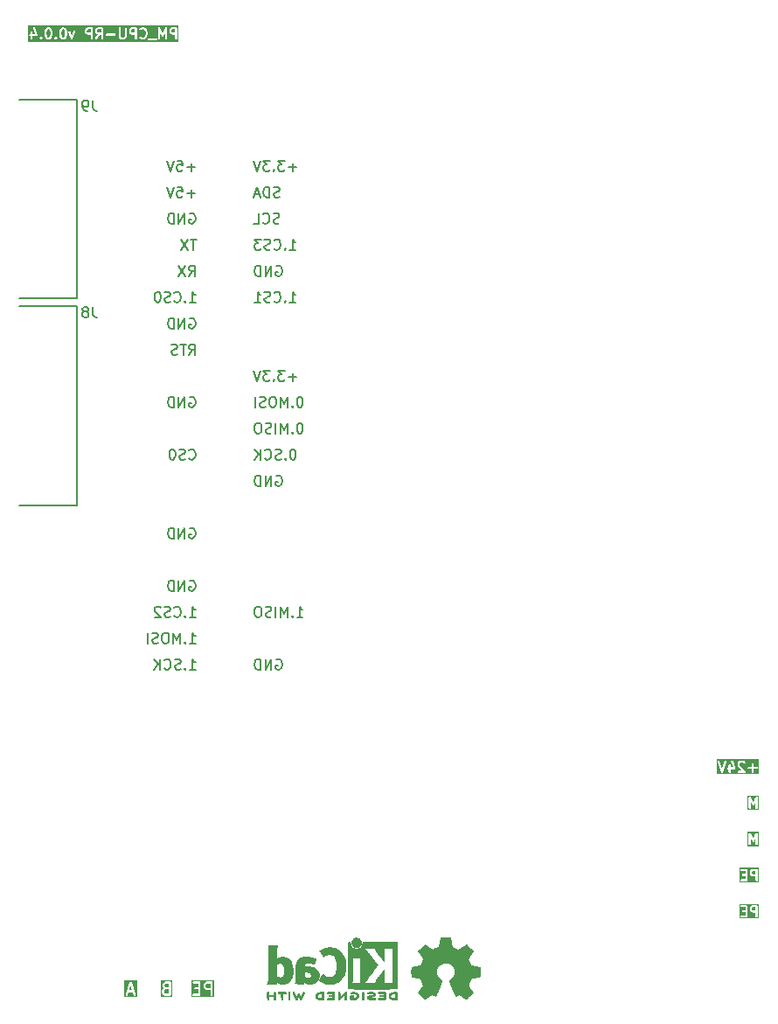
<source format=gbr>
%TF.GenerationSoftware,KiCad,Pcbnew,9.0.0*%
%TF.CreationDate,2025-03-09T08:07:50+03:00*%
%TF.ProjectId,PM_CPU-RP,504d5f43-5055-42d5-9250-2e6b69636164,rev?*%
%TF.SameCoordinates,Original*%
%TF.FileFunction,Legend,Bot*%
%TF.FilePolarity,Positive*%
%FSLAX46Y46*%
G04 Gerber Fmt 4.6, Leading zero omitted, Abs format (unit mm)*
G04 Created by KiCad (PCBNEW 9.0.0) date 2025-03-09 08:07:50*
%MOMM*%
%LPD*%
G01*
G04 APERTURE LIST*
%ADD10C,0.200000*%
%ADD11C,0.150000*%
%ADD12C,0.152400*%
%ADD13C,0.010000*%
G04 APERTURE END LIST*
D10*
G36*
X38839516Y-25663330D02*
G01*
X34753334Y-25663330D01*
X34753334Y-24464726D01*
X34864445Y-24464726D01*
X34868792Y-24483842D01*
X35202125Y-25483841D01*
X35210116Y-25501742D01*
X35214799Y-25507141D01*
X35217994Y-25513531D01*
X35227465Y-25521746D01*
X35235681Y-25531218D01*
X35242069Y-25534412D01*
X35247470Y-25539096D01*
X35259371Y-25543063D01*
X35270580Y-25548667D01*
X35277704Y-25549173D01*
X35284486Y-25551434D01*
X35296995Y-25550544D01*
X35309500Y-25551434D01*
X35316278Y-25549174D01*
X35323406Y-25548668D01*
X35334622Y-25543059D01*
X35346516Y-25539095D01*
X35351913Y-25534414D01*
X35358305Y-25531218D01*
X35366523Y-25521742D01*
X35375992Y-25513530D01*
X35379185Y-25507143D01*
X35383870Y-25501742D01*
X35391861Y-25483842D01*
X35520016Y-25099376D01*
X35770343Y-25099376D01*
X35770343Y-25138394D01*
X35785275Y-25174442D01*
X35812865Y-25202032D01*
X35848913Y-25216964D01*
X35868422Y-25218885D01*
X35911279Y-25218885D01*
X35911279Y-25452219D01*
X35913200Y-25471728D01*
X35928132Y-25507776D01*
X35955722Y-25535366D01*
X35991770Y-25550298D01*
X36030788Y-25550298D01*
X36066836Y-25535366D01*
X36094426Y-25507776D01*
X36109358Y-25471728D01*
X36111279Y-25452219D01*
X36111279Y-25218885D01*
X36487469Y-25218885D01*
X36497342Y-25217912D01*
X36499976Y-25218100D01*
X36501877Y-25217466D01*
X36506978Y-25216964D01*
X36521790Y-25210828D01*
X36536992Y-25205761D01*
X36539705Y-25203407D01*
X36543026Y-25202032D01*
X36554364Y-25190693D01*
X36566468Y-25180196D01*
X36568074Y-25176983D01*
X36570616Y-25174442D01*
X36576752Y-25159627D01*
X36583918Y-25145297D01*
X36584172Y-25141714D01*
X36585548Y-25138394D01*
X36585548Y-25122361D01*
X36586684Y-25106377D01*
X36585548Y-25101381D01*
X36585548Y-25099376D01*
X36584536Y-25096934D01*
X36582337Y-25087262D01*
X36434148Y-24642695D01*
X36768422Y-24642695D01*
X36768422Y-24737933D01*
X36769394Y-24747806D01*
X36769207Y-24750440D01*
X36769994Y-24753903D01*
X36770343Y-24757442D01*
X36771354Y-24759884D01*
X36773554Y-24769556D01*
X36821173Y-24912412D01*
X36829164Y-24930313D01*
X36831519Y-24933028D01*
X36832894Y-24936347D01*
X36845330Y-24951501D01*
X37246047Y-25352219D01*
X36868422Y-25352219D01*
X36848913Y-25354140D01*
X36812865Y-25369072D01*
X36785275Y-25396662D01*
X36770343Y-25432710D01*
X36770343Y-25471728D01*
X36785275Y-25507776D01*
X36812865Y-25535366D01*
X36848913Y-25550298D01*
X36868422Y-25552219D01*
X37487469Y-25552219D01*
X37506978Y-25550298D01*
X37543026Y-25535366D01*
X37570616Y-25507776D01*
X37585548Y-25471728D01*
X37585548Y-25432710D01*
X37570616Y-25396662D01*
X37558180Y-25381508D01*
X37228430Y-25051757D01*
X37770343Y-25051757D01*
X37770343Y-25090775D01*
X37785275Y-25126823D01*
X37812865Y-25154413D01*
X37848913Y-25169345D01*
X37868422Y-25171266D01*
X38149374Y-25171266D01*
X38149374Y-25452219D01*
X38151295Y-25471728D01*
X38166227Y-25507776D01*
X38193817Y-25535366D01*
X38229865Y-25550298D01*
X38268883Y-25550298D01*
X38304931Y-25535366D01*
X38332521Y-25507776D01*
X38347453Y-25471728D01*
X38349374Y-25452219D01*
X38349374Y-25171266D01*
X38630326Y-25171266D01*
X38649835Y-25169345D01*
X38685883Y-25154413D01*
X38713473Y-25126823D01*
X38728405Y-25090775D01*
X38728405Y-25051757D01*
X38713473Y-25015709D01*
X38685883Y-24988119D01*
X38649835Y-24973187D01*
X38630326Y-24971266D01*
X38349374Y-24971266D01*
X38349374Y-24690314D01*
X38347453Y-24670805D01*
X38332521Y-24634757D01*
X38304931Y-24607167D01*
X38268883Y-24592235D01*
X38229865Y-24592235D01*
X38193817Y-24607167D01*
X38166227Y-24634757D01*
X38151295Y-24670805D01*
X38149374Y-24690314D01*
X38149374Y-24971266D01*
X37868422Y-24971266D01*
X37848913Y-24973187D01*
X37812865Y-24988119D01*
X37785275Y-25015709D01*
X37770343Y-25051757D01*
X37228430Y-25051757D01*
X37003443Y-24826770D01*
X36968422Y-24721706D01*
X36968422Y-24666302D01*
X36998227Y-24606692D01*
X37022895Y-24582023D01*
X37082505Y-24552219D01*
X37273386Y-24552219D01*
X37332995Y-24582024D01*
X37369139Y-24618167D01*
X37384292Y-24630604D01*
X37420341Y-24645535D01*
X37459359Y-24645535D01*
X37495407Y-24630604D01*
X37522997Y-24603014D01*
X37537928Y-24566966D01*
X37537928Y-24527948D01*
X37522997Y-24491899D01*
X37510560Y-24476746D01*
X37462942Y-24429127D01*
X37455271Y-24422832D01*
X37453542Y-24420838D01*
X37450534Y-24418944D01*
X37447788Y-24416691D01*
X37445348Y-24415680D01*
X37436952Y-24410395D01*
X37341714Y-24362776D01*
X37323406Y-24355770D01*
X37319822Y-24355515D01*
X37316502Y-24354140D01*
X37296993Y-24352219D01*
X37058898Y-24352219D01*
X37039389Y-24354140D01*
X37036068Y-24355515D01*
X37032485Y-24355770D01*
X37014176Y-24362776D01*
X36918939Y-24410395D01*
X36910542Y-24415680D01*
X36908102Y-24416691D01*
X36905356Y-24418944D01*
X36902348Y-24420838D01*
X36900615Y-24422835D01*
X36892949Y-24429128D01*
X36845330Y-24476746D01*
X36839035Y-24484416D01*
X36837041Y-24486146D01*
X36835147Y-24489153D01*
X36832894Y-24491900D01*
X36831883Y-24494339D01*
X36826598Y-24502736D01*
X36778979Y-24597974D01*
X36771973Y-24616282D01*
X36771718Y-24619865D01*
X36770343Y-24623186D01*
X36768422Y-24642695D01*
X36434148Y-24642695D01*
X36344242Y-24372977D01*
X36336251Y-24355077D01*
X36310686Y-24325601D01*
X36275787Y-24308151D01*
X36236867Y-24305385D01*
X36199851Y-24317723D01*
X36170375Y-24343288D01*
X36152925Y-24378187D01*
X36150159Y-24417107D01*
X36154506Y-24436223D01*
X36348727Y-25018885D01*
X36111279Y-25018885D01*
X36111279Y-24785552D01*
X36109358Y-24766043D01*
X36094426Y-24729995D01*
X36066836Y-24702405D01*
X36030788Y-24687473D01*
X35991770Y-24687473D01*
X35955722Y-24702405D01*
X35928132Y-24729995D01*
X35913200Y-24766043D01*
X35911279Y-24785552D01*
X35911279Y-25018885D01*
X35868422Y-25018885D01*
X35848913Y-25020806D01*
X35812865Y-25035738D01*
X35785275Y-25063328D01*
X35770343Y-25099376D01*
X35520016Y-25099376D01*
X35725194Y-24483842D01*
X35729541Y-24464727D01*
X35726775Y-24425807D01*
X35709325Y-24390908D01*
X35679849Y-24365343D01*
X35642833Y-24353004D01*
X35603913Y-24355771D01*
X35569014Y-24373220D01*
X35543449Y-24402696D01*
X35535458Y-24420597D01*
X35296993Y-25135991D01*
X35058528Y-24420596D01*
X35050537Y-24402696D01*
X35024972Y-24373220D01*
X34990073Y-24355770D01*
X34951153Y-24353004D01*
X34914137Y-24365342D01*
X34884661Y-24390907D01*
X34867211Y-24425806D01*
X34864445Y-24464726D01*
X34753334Y-24464726D01*
X34753334Y-24194274D01*
X38839516Y-24194274D01*
X38839516Y-25663330D01*
G37*
G36*
X38841437Y-32661409D02*
G01*
X37752549Y-32661409D01*
X37752549Y-31452219D01*
X37863660Y-31452219D01*
X37863660Y-32452219D01*
X37865581Y-32471728D01*
X37880513Y-32507776D01*
X37908103Y-32535366D01*
X37944151Y-32550298D01*
X37983169Y-32550298D01*
X38019217Y-32535366D01*
X38046807Y-32507776D01*
X38061739Y-32471728D01*
X38063660Y-32452219D01*
X38063660Y-31902975D01*
X38206375Y-32208793D01*
X38210607Y-32215938D01*
X38211487Y-32218356D01*
X38213052Y-32220065D01*
X38216366Y-32225659D01*
X38227576Y-32235925D01*
X38237838Y-32247131D01*
X38241863Y-32249009D01*
X38245141Y-32252011D01*
X38259423Y-32257204D01*
X38273196Y-32263632D01*
X38277635Y-32263827D01*
X38281810Y-32265345D01*
X38296993Y-32264677D01*
X38312176Y-32265345D01*
X38316349Y-32263827D01*
X38320791Y-32263632D01*
X38334575Y-32257199D01*
X38348845Y-32252010D01*
X38352118Y-32249012D01*
X38356148Y-32247132D01*
X38366417Y-32235917D01*
X38377620Y-32225659D01*
X38380931Y-32220068D01*
X38382500Y-32218356D01*
X38383380Y-32215934D01*
X38387611Y-32208793D01*
X38530326Y-31902974D01*
X38530326Y-32452219D01*
X38532247Y-32471728D01*
X38547179Y-32507776D01*
X38574769Y-32535366D01*
X38610817Y-32550298D01*
X38649835Y-32550298D01*
X38685883Y-32535366D01*
X38713473Y-32507776D01*
X38728405Y-32471728D01*
X38730326Y-32452219D01*
X38730326Y-31452219D01*
X38729063Y-31439395D01*
X38729167Y-31437036D01*
X38728706Y-31435768D01*
X38728405Y-31432710D01*
X38721764Y-31416679D01*
X38715833Y-31400367D01*
X38714326Y-31398721D01*
X38713473Y-31396662D01*
X38701211Y-31384400D01*
X38689481Y-31371591D01*
X38687457Y-31370646D01*
X38685883Y-31369072D01*
X38669867Y-31362437D01*
X38654124Y-31355091D01*
X38651894Y-31354993D01*
X38649835Y-31354140D01*
X38632483Y-31354140D01*
X38615143Y-31353378D01*
X38613047Y-31354140D01*
X38610817Y-31354140D01*
X38594786Y-31360780D01*
X38578474Y-31366712D01*
X38576828Y-31368218D01*
X38574769Y-31369072D01*
X38562501Y-31381339D01*
X38549699Y-31393064D01*
X38548132Y-31395708D01*
X38547179Y-31396662D01*
X38546275Y-31398843D01*
X38539708Y-31409930D01*
X38296992Y-31930033D01*
X38054278Y-31409930D01*
X38047710Y-31398843D01*
X38046807Y-31396662D01*
X38045853Y-31395708D01*
X38044287Y-31393064D01*
X38031490Y-31381345D01*
X38019217Y-31369072D01*
X38017155Y-31368218D01*
X38015512Y-31366713D01*
X37999210Y-31360784D01*
X37983169Y-31354140D01*
X37980938Y-31354140D01*
X37978843Y-31353378D01*
X37961503Y-31354140D01*
X37944151Y-31354140D01*
X37942091Y-31354993D01*
X37939863Y-31355091D01*
X37924132Y-31362432D01*
X37908103Y-31369072D01*
X37906526Y-31370648D01*
X37904505Y-31371592D01*
X37892786Y-31384388D01*
X37880513Y-31396662D01*
X37879659Y-31398723D01*
X37878154Y-31400367D01*
X37872225Y-31416668D01*
X37865581Y-31432710D01*
X37865279Y-31435768D01*
X37864819Y-31437036D01*
X37864922Y-31439395D01*
X37863660Y-31452219D01*
X37752549Y-31452219D01*
X37752549Y-31242267D01*
X38841437Y-31242267D01*
X38841437Y-32661409D01*
G37*
G36*
X-29880040Y46417976D02*
G01*
X-29855371Y46393308D01*
X-29819918Y46322401D01*
X-29777947Y46154520D01*
X-29777947Y45941044D01*
X-29819918Y45773163D01*
X-29855371Y45702257D01*
X-29880040Y45677587D01*
X-29939649Y45647781D01*
X-29987673Y45647781D01*
X-30047283Y45677586D01*
X-30071950Y45702254D01*
X-30107405Y45773163D01*
X-30149375Y45941044D01*
X-30149375Y46154519D01*
X-30107405Y46322401D01*
X-30071951Y46393308D01*
X-30047283Y46417977D01*
X-29987673Y46447781D01*
X-29939649Y46447781D01*
X-29880040Y46417976D01*
G37*
G36*
X-28451469Y46417976D02*
G01*
X-28426800Y46393308D01*
X-28391347Y46322401D01*
X-28349376Y46154520D01*
X-28349376Y45941044D01*
X-28391347Y45773163D01*
X-28426800Y45702257D01*
X-28451469Y45677587D01*
X-28511078Y45647781D01*
X-28559102Y45647781D01*
X-28618712Y45677586D01*
X-28643379Y45702254D01*
X-28678834Y45773163D01*
X-28720804Y45941044D01*
X-28720804Y46154519D01*
X-28678834Y46322401D01*
X-28643380Y46393308D01*
X-28618712Y46417977D01*
X-28559102Y46447781D01*
X-28511078Y46447781D01*
X-28451469Y46417976D01*
G37*
G36*
X-24873185Y46123972D02*
G01*
X-25130530Y46123972D01*
X-25190140Y46153777D01*
X-25214808Y46178446D01*
X-25244613Y46238056D01*
X-25244613Y46333698D01*
X-25214808Y46393308D01*
X-25190140Y46417977D01*
X-25130530Y46447781D01*
X-24873185Y46447781D01*
X-24873185Y46123972D01*
G37*
G36*
X-25873185Y46123972D02*
G01*
X-26130530Y46123972D01*
X-26190140Y46153777D01*
X-26214808Y46178446D01*
X-26244613Y46238056D01*
X-26244613Y46333698D01*
X-26214808Y46393308D01*
X-26190140Y46417977D01*
X-26130530Y46447781D01*
X-25873185Y46447781D01*
X-25873185Y46123972D01*
G37*
G36*
X-21587471Y46123972D02*
G01*
X-21844816Y46123972D01*
X-21904426Y46153777D01*
X-21929094Y46178446D01*
X-21958899Y46238056D01*
X-21958899Y46333698D01*
X-21929094Y46393308D01*
X-21904426Y46417977D01*
X-21844816Y46447781D01*
X-21587471Y46447781D01*
X-21587471Y46123972D01*
G37*
G36*
X-17682709Y46123972D02*
G01*
X-17940054Y46123972D01*
X-17999664Y46153777D01*
X-18024332Y46178446D01*
X-18054137Y46238056D01*
X-18054137Y46333698D01*
X-18024332Y46393308D01*
X-17999664Y46417977D01*
X-17940054Y46447781D01*
X-17682709Y46447781D01*
X-17682709Y46123972D01*
G37*
G36*
X-17371598Y45241432D02*
G01*
X-31934755Y45241432D01*
X-31934755Y45900624D01*
X-31823644Y45900624D01*
X-31823644Y45861606D01*
X-31808712Y45825558D01*
X-31781122Y45797968D01*
X-31745074Y45783036D01*
X-31725565Y45781115D01*
X-31682708Y45781115D01*
X-31682708Y45547781D01*
X-31680787Y45528272D01*
X-31665855Y45492224D01*
X-31638265Y45464634D01*
X-31602217Y45449702D01*
X-31563199Y45449702D01*
X-31527151Y45464634D01*
X-31499561Y45492224D01*
X-31484629Y45528272D01*
X-31482708Y45547781D01*
X-31482708Y45614909D01*
X-30823645Y45614909D01*
X-30823645Y45575891D01*
X-30818055Y45562396D01*
X-30808713Y45539842D01*
X-30808709Y45539838D01*
X-30796277Y45524689D01*
X-30748658Y45477071D01*
X-30733505Y45464634D01*
X-30727092Y45461978D01*
X-30697456Y45449702D01*
X-30658438Y45449702D01*
X-30622390Y45464634D01*
X-30607236Y45477070D01*
X-30559618Y45524689D01*
X-30547181Y45539842D01*
X-30540429Y45556144D01*
X-30532250Y45575890D01*
X-30532249Y45614908D01*
X-30547180Y45650957D01*
X-30559617Y45666110D01*
X-30607236Y45713730D01*
X-30622389Y45726167D01*
X-30642881Y45734655D01*
X-30647017Y45736368D01*
X-30658438Y45741099D01*
X-30697456Y45741099D01*
X-30708014Y45736726D01*
X-30733504Y45726168D01*
X-30733505Y45726167D01*
X-30748659Y45713730D01*
X-30796277Y45666110D01*
X-30808714Y45650957D01*
X-30817673Y45629327D01*
X-30823645Y45614909D01*
X-31482708Y45614909D01*
X-31482708Y45781115D01*
X-31106518Y45781115D01*
X-31096645Y45782088D01*
X-31094011Y45781900D01*
X-31092110Y45782534D01*
X-31087009Y45783036D01*
X-31072197Y45789172D01*
X-31056995Y45794239D01*
X-31054282Y45796593D01*
X-31050961Y45797968D01*
X-31039623Y45809307D01*
X-31027519Y45819804D01*
X-31025913Y45823017D01*
X-31023371Y45825558D01*
X-31017235Y45840373D01*
X-31010069Y45854703D01*
X-31009815Y45858286D01*
X-31008439Y45861606D01*
X-31008439Y45877639D01*
X-31007303Y45893623D01*
X-31008439Y45898619D01*
X-31008439Y45900624D01*
X-31009451Y45903066D01*
X-31011650Y45912738D01*
X-31096347Y46166829D01*
X-30349375Y46166829D01*
X-30349375Y45928734D01*
X-30349040Y45925332D01*
X-30349257Y45923873D01*
X-30348178Y45916576D01*
X-30347454Y45909225D01*
X-30346890Y45907862D01*
X-30346389Y45904480D01*
X-30298770Y45714005D01*
X-30298257Y45712568D01*
X-30298205Y45711845D01*
X-30295097Y45703721D01*
X-30292175Y45695544D01*
X-30291745Y45694964D01*
X-30291199Y45693537D01*
X-30243580Y45598299D01*
X-30238297Y45589907D01*
X-30237285Y45587463D01*
X-30235029Y45584714D01*
X-30233137Y45581709D01*
X-30231143Y45579980D01*
X-30224848Y45572310D01*
X-30177230Y45524690D01*
X-30169562Y45518397D01*
X-30167830Y45516400D01*
X-30164822Y45514507D01*
X-30162076Y45512253D01*
X-30159636Y45511243D01*
X-30151239Y45505957D01*
X-30056002Y45458338D01*
X-30037693Y45451332D01*
X-30034110Y45451078D01*
X-30030789Y45449702D01*
X-30011280Y45447781D01*
X-29916042Y45447781D01*
X-29896533Y45449702D01*
X-29893213Y45451078D01*
X-29889629Y45451332D01*
X-29871321Y45458338D01*
X-29776083Y45505957D01*
X-29767688Y45511242D01*
X-29765246Y45512253D01*
X-29762499Y45514509D01*
X-29759493Y45516400D01*
X-29757763Y45518395D01*
X-29750093Y45524690D01*
X-29702474Y45572310D01*
X-29696182Y45579977D01*
X-29694185Y45581708D01*
X-29692292Y45584716D01*
X-29690037Y45587463D01*
X-29689026Y45589905D01*
X-29683742Y45598299D01*
X-29675437Y45614909D01*
X-29395074Y45614909D01*
X-29395074Y45575891D01*
X-29389484Y45562396D01*
X-29380142Y45539842D01*
X-29380138Y45539838D01*
X-29367706Y45524689D01*
X-29320087Y45477071D01*
X-29304934Y45464634D01*
X-29298521Y45461978D01*
X-29268885Y45449702D01*
X-29229867Y45449702D01*
X-29193819Y45464634D01*
X-29178665Y45477070D01*
X-29131047Y45524689D01*
X-29118610Y45539842D01*
X-29111858Y45556144D01*
X-29103679Y45575890D01*
X-29103678Y45614908D01*
X-29118609Y45650957D01*
X-29131046Y45666110D01*
X-29178665Y45713730D01*
X-29193818Y45726167D01*
X-29214310Y45734655D01*
X-29218446Y45736368D01*
X-29229867Y45741099D01*
X-29268885Y45741099D01*
X-29279443Y45736726D01*
X-29304933Y45726168D01*
X-29304934Y45726167D01*
X-29320088Y45713730D01*
X-29367706Y45666110D01*
X-29380143Y45650957D01*
X-29389102Y45629327D01*
X-29395074Y45614909D01*
X-29675437Y45614909D01*
X-29636123Y45693536D01*
X-29635577Y45694965D01*
X-29635147Y45695544D01*
X-29632226Y45703721D01*
X-29629117Y45711845D01*
X-29629066Y45712566D01*
X-29628552Y45714004D01*
X-29580933Y45904480D01*
X-29580433Y45907862D01*
X-29579868Y45909225D01*
X-29579145Y45916576D01*
X-29578065Y45923873D01*
X-29578283Y45925332D01*
X-29577947Y45928734D01*
X-29577947Y46166829D01*
X-28920804Y46166829D01*
X-28920804Y45928734D01*
X-28920469Y45925332D01*
X-28920686Y45923873D01*
X-28919607Y45916576D01*
X-28918883Y45909225D01*
X-28918319Y45907862D01*
X-28917818Y45904480D01*
X-28870199Y45714005D01*
X-28869686Y45712568D01*
X-28869634Y45711845D01*
X-28866526Y45703721D01*
X-28863604Y45695544D01*
X-28863174Y45694964D01*
X-28862628Y45693537D01*
X-28815009Y45598299D01*
X-28809726Y45589907D01*
X-28808714Y45587463D01*
X-28806458Y45584714D01*
X-28804566Y45581709D01*
X-28802572Y45579980D01*
X-28796277Y45572310D01*
X-28748659Y45524690D01*
X-28740991Y45518397D01*
X-28739259Y45516400D01*
X-28736251Y45514507D01*
X-28733505Y45512253D01*
X-28731065Y45511243D01*
X-28722668Y45505957D01*
X-28627431Y45458338D01*
X-28609122Y45451332D01*
X-28605539Y45451078D01*
X-28602218Y45449702D01*
X-28582709Y45447781D01*
X-28487471Y45447781D01*
X-28467962Y45449702D01*
X-28464642Y45451078D01*
X-28461058Y45451332D01*
X-28442750Y45458338D01*
X-28347512Y45505957D01*
X-28339117Y45511242D01*
X-28336675Y45512253D01*
X-28333928Y45514509D01*
X-28330922Y45516400D01*
X-28329192Y45518395D01*
X-28321522Y45524690D01*
X-28273903Y45572310D01*
X-28267611Y45579977D01*
X-28265614Y45581708D01*
X-28263721Y45584716D01*
X-28261466Y45587463D01*
X-28260455Y45589905D01*
X-28255171Y45598299D01*
X-28207552Y45693536D01*
X-28207006Y45694965D01*
X-28206576Y45695544D01*
X-28203655Y45703721D01*
X-28200546Y45711845D01*
X-28200495Y45712566D01*
X-28199981Y45714004D01*
X-28152362Y45904480D01*
X-28151862Y45907862D01*
X-28151297Y45909225D01*
X-28150574Y45916576D01*
X-28149494Y45923873D01*
X-28149712Y45925332D01*
X-28149376Y45928734D01*
X-28149376Y46166829D01*
X-28149712Y46170232D01*
X-28149494Y46171690D01*
X-28150574Y46178988D01*
X-28151297Y46186338D01*
X-28151862Y46187702D01*
X-28152362Y46191083D01*
X-28154550Y46199833D01*
X-28014969Y46199833D01*
X-28010216Y46180814D01*
X-27772121Y45514148D01*
X-27763751Y45496421D01*
X-27760381Y45492699D01*
X-27758233Y45488164D01*
X-27747382Y45478341D01*
X-27737564Y45467496D01*
X-27733032Y45465349D01*
X-27729307Y45461977D01*
X-27715517Y45457053D01*
X-27702302Y45450792D01*
X-27697292Y45450543D01*
X-27692562Y45448854D01*
X-27677941Y45449582D01*
X-27663332Y45448855D01*
X-27658607Y45450543D01*
X-27653592Y45450792D01*
X-27640366Y45457058D01*
X-27626587Y45461978D01*
X-27622867Y45465347D01*
X-27618330Y45467495D01*
X-27608508Y45478346D01*
X-27597661Y45488164D01*
X-27595514Y45492699D01*
X-27592143Y45496421D01*
X-27583773Y45514147D01*
X-27345678Y46180814D01*
X-27340925Y46199833D01*
X-27342863Y46238803D01*
X-27359566Y46274065D01*
X-27388492Y46300251D01*
X-27425237Y46313374D01*
X-27464207Y46311437D01*
X-27499469Y46294733D01*
X-27525656Y46265808D01*
X-27534026Y46248081D01*
X-27677947Y45845103D01*
X-27821868Y46248082D01*
X-27830238Y46265808D01*
X-27856425Y46294734D01*
X-27891687Y46311437D01*
X-27930657Y46313375D01*
X-27967402Y46300252D01*
X-27996328Y46274065D01*
X-28013031Y46238803D01*
X-28014969Y46199833D01*
X-28154550Y46199833D01*
X-28193918Y46357305D01*
X-26444613Y46357305D01*
X-26444613Y46214448D01*
X-26442692Y46194939D01*
X-26441317Y46191619D01*
X-26441062Y46188035D01*
X-26434056Y46169727D01*
X-26386437Y46074489D01*
X-26381152Y46066093D01*
X-26380141Y46063653D01*
X-26377888Y46060907D01*
X-26375994Y46057899D01*
X-26374000Y46056170D01*
X-26367705Y46048499D01*
X-26320086Y46000881D01*
X-26312420Y45994589D01*
X-26310687Y45992591D01*
X-26307679Y45990698D01*
X-26304933Y45988444D01*
X-26302493Y45987434D01*
X-26294096Y45982148D01*
X-26198859Y45934529D01*
X-26180550Y45927523D01*
X-26176967Y45927269D01*
X-26173646Y45925893D01*
X-26154137Y45923972D01*
X-25873185Y45923972D01*
X-25873185Y45547781D01*
X-25871264Y45528272D01*
X-25856332Y45492224D01*
X-25828742Y45464634D01*
X-25792694Y45449702D01*
X-25753676Y45449702D01*
X-25717628Y45464634D01*
X-25690038Y45492224D01*
X-25675106Y45528272D01*
X-25673185Y45547781D01*
X-25673185Y46357305D01*
X-25444613Y46357305D01*
X-25444613Y46214448D01*
X-25442692Y46194939D01*
X-25441317Y46191619D01*
X-25441062Y46188035D01*
X-25434056Y46169727D01*
X-25386437Y46074489D01*
X-25381152Y46066093D01*
X-25380141Y46063653D01*
X-25377888Y46060907D01*
X-25375994Y46057899D01*
X-25374000Y46056170D01*
X-25367705Y46048499D01*
X-25320086Y46000881D01*
X-25312420Y45994589D01*
X-25310687Y45992591D01*
X-25307679Y45990698D01*
X-25304933Y45988444D01*
X-25302493Y45987434D01*
X-25294096Y45982148D01*
X-25198859Y45934529D01*
X-25196569Y45933653D01*
X-25426536Y45605127D01*
X-25436150Y45588043D01*
X-25444590Y45549949D01*
X-25437809Y45511524D01*
X-25416840Y45478619D01*
X-25384875Y45456244D01*
X-25346781Y45447804D01*
X-25308356Y45454585D01*
X-25275451Y45475554D01*
X-25262690Y45490435D01*
X-24959215Y45923972D01*
X-24873185Y45923972D01*
X-24873185Y45547781D01*
X-24871264Y45528272D01*
X-24856332Y45492224D01*
X-24828742Y45464634D01*
X-24792694Y45449702D01*
X-24753676Y45449702D01*
X-24717628Y45464634D01*
X-24690038Y45492224D01*
X-24675106Y45528272D01*
X-24673185Y45547781D01*
X-24673185Y45948243D01*
X-24395073Y45948243D01*
X-24395073Y45909225D01*
X-24380141Y45873177D01*
X-24352551Y45845587D01*
X-24316503Y45830655D01*
X-24296994Y45828734D01*
X-23535090Y45828734D01*
X-23515581Y45830655D01*
X-23479533Y45845587D01*
X-23451943Y45873177D01*
X-23437011Y45909225D01*
X-23437011Y45948243D01*
X-23451943Y45984291D01*
X-23479533Y46011881D01*
X-23515581Y46026813D01*
X-23535090Y46028734D01*
X-24296994Y46028734D01*
X-24316503Y46026813D01*
X-24352551Y46011881D01*
X-24380141Y45984291D01*
X-24395073Y45948243D01*
X-24673185Y45948243D01*
X-24673185Y46547781D01*
X-23158899Y46547781D01*
X-23158899Y45738258D01*
X-23156978Y45718749D01*
X-23155603Y45715429D01*
X-23155348Y45711845D01*
X-23148342Y45693537D01*
X-23100723Y45598299D01*
X-23095440Y45589907D01*
X-23094428Y45587463D01*
X-23092172Y45584714D01*
X-23090280Y45581709D01*
X-23088286Y45579980D01*
X-23081991Y45572310D01*
X-23034373Y45524690D01*
X-23026705Y45518397D01*
X-23024973Y45516400D01*
X-23021965Y45514507D01*
X-23019219Y45512253D01*
X-23016779Y45511243D01*
X-23008382Y45505957D01*
X-22913145Y45458338D01*
X-22894836Y45451332D01*
X-22891253Y45451078D01*
X-22887932Y45449702D01*
X-22868423Y45447781D01*
X-22677947Y45447781D01*
X-22658438Y45449702D01*
X-22655118Y45451078D01*
X-22651534Y45451332D01*
X-22633226Y45458338D01*
X-22537988Y45505957D01*
X-22529593Y45511242D01*
X-22527151Y45512253D01*
X-22524404Y45514509D01*
X-22521398Y45516400D01*
X-22519668Y45518395D01*
X-22511998Y45524690D01*
X-22464379Y45572310D01*
X-22458087Y45579977D01*
X-22456090Y45581708D01*
X-22454197Y45584716D01*
X-22451942Y45587463D01*
X-22450931Y45589905D01*
X-22445647Y45598299D01*
X-22398028Y45693536D01*
X-22391022Y45711845D01*
X-22390768Y45715429D01*
X-22389392Y45718749D01*
X-22387471Y45738258D01*
X-22387471Y46357305D01*
X-22158899Y46357305D01*
X-22158899Y46214448D01*
X-22156978Y46194939D01*
X-22155603Y46191619D01*
X-22155348Y46188035D01*
X-22148342Y46169727D01*
X-22100723Y46074489D01*
X-22095438Y46066093D01*
X-22094427Y46063653D01*
X-22092174Y46060907D01*
X-22090280Y46057899D01*
X-22088286Y46056170D01*
X-22081991Y46048499D01*
X-22034372Y46000881D01*
X-22026706Y45994589D01*
X-22024973Y45992591D01*
X-22021965Y45990698D01*
X-22019219Y45988444D01*
X-22016779Y45987434D01*
X-22008382Y45982148D01*
X-21913145Y45934529D01*
X-21894836Y45927523D01*
X-21891253Y45927269D01*
X-21887932Y45925893D01*
X-21868423Y45923972D01*
X-21587471Y45923972D01*
X-21587471Y45547781D01*
X-21585550Y45528272D01*
X-21570618Y45492224D01*
X-21543028Y45464634D01*
X-21506980Y45449702D01*
X-21467962Y45449702D01*
X-21431914Y45464634D01*
X-21404324Y45492224D01*
X-21389392Y45528272D01*
X-21387471Y45547781D01*
X-21387471Y46472052D01*
X-21156978Y46472052D01*
X-21156978Y46433034D01*
X-21142046Y46396986D01*
X-21114456Y46369396D01*
X-21078408Y46354464D01*
X-21039390Y46354464D01*
X-21003342Y46369396D01*
X-20988188Y46381832D01*
X-20957262Y46412760D01*
X-20852197Y46447781D01*
X-20789412Y46447781D01*
X-20684348Y46412760D01*
X-20617275Y46345687D01*
X-20581823Y46274782D01*
X-20539852Y46106901D01*
X-20539852Y45988663D01*
X-20581823Y45820782D01*
X-20617276Y45749876D01*
X-20684347Y45682803D01*
X-20789412Y45647781D01*
X-20852197Y45647781D01*
X-20957262Y45682803D01*
X-20988188Y45713730D01*
X-21003341Y45726167D01*
X-21039389Y45741098D01*
X-21078407Y45741099D01*
X-21114456Y45726168D01*
X-21142046Y45698578D01*
X-21156977Y45662530D01*
X-21156978Y45623512D01*
X-21142047Y45587463D01*
X-21129610Y45572310D01*
X-21081992Y45524690D01*
X-21066838Y45512253D01*
X-21063519Y45510878D01*
X-21060803Y45508523D01*
X-21042903Y45500532D01*
X-20900046Y45452913D01*
X-20890374Y45450714D01*
X-20887932Y45449702D01*
X-20884395Y45449354D01*
X-20880931Y45448566D01*
X-20878297Y45448754D01*
X-20868423Y45447781D01*
X-20773185Y45447781D01*
X-20763312Y45448754D01*
X-20760678Y45448566D01*
X-20757215Y45449354D01*
X-20753676Y45449702D01*
X-20751234Y45450714D01*
X-20741562Y45452913D01*
X-20684145Y45472052D01*
X-20347454Y45472052D01*
X-20347454Y45433034D01*
X-20332522Y45396986D01*
X-20304932Y45369396D01*
X-20268884Y45354464D01*
X-20249375Y45352543D01*
X-19487470Y45352543D01*
X-19467961Y45354464D01*
X-19431913Y45369396D01*
X-19404323Y45396986D01*
X-19389391Y45433034D01*
X-19389391Y45472052D01*
X-19404323Y45508100D01*
X-19431913Y45535690D01*
X-19467961Y45550622D01*
X-19487470Y45552543D01*
X-20249375Y45552543D01*
X-20268884Y45550622D01*
X-20304932Y45535690D01*
X-20332522Y45508100D01*
X-20347454Y45472052D01*
X-20684145Y45472052D01*
X-20598706Y45500532D01*
X-20580805Y45508523D01*
X-20578090Y45510878D01*
X-20574770Y45512253D01*
X-20559617Y45524690D01*
X-20464379Y45619929D01*
X-20458087Y45627596D01*
X-20456090Y45629327D01*
X-20454197Y45632335D01*
X-20451942Y45635082D01*
X-20450931Y45637524D01*
X-20445647Y45645918D01*
X-20398028Y45741155D01*
X-20397482Y45742584D01*
X-20397052Y45743163D01*
X-20394131Y45751340D01*
X-20391022Y45759464D01*
X-20390971Y45760185D01*
X-20390457Y45761623D01*
X-20342838Y45952099D01*
X-20342338Y45955481D01*
X-20341773Y45956844D01*
X-20341050Y45964195D01*
X-20339970Y45971492D01*
X-20340188Y45972951D01*
X-20339852Y45976353D01*
X-20339852Y46119210D01*
X-20340188Y46122613D01*
X-20339970Y46124071D01*
X-20341050Y46131369D01*
X-20341773Y46138719D01*
X-20342338Y46140083D01*
X-20342838Y46143464D01*
X-20390457Y46333940D01*
X-20390971Y46335379D01*
X-20391022Y46336099D01*
X-20394131Y46344224D01*
X-20397052Y46352400D01*
X-20397482Y46352980D01*
X-20398028Y46354408D01*
X-20445647Y46449645D01*
X-20450934Y46458044D01*
X-20451943Y46460481D01*
X-20454195Y46463225D01*
X-20456090Y46466236D01*
X-20458088Y46467969D01*
X-20464379Y46475635D01*
X-20536525Y46547781D01*
X-19349375Y46547781D01*
X-19349375Y45547781D01*
X-19347454Y45528272D01*
X-19332522Y45492224D01*
X-19304932Y45464634D01*
X-19268884Y45449702D01*
X-19229866Y45449702D01*
X-19193818Y45464634D01*
X-19166228Y45492224D01*
X-19151296Y45528272D01*
X-19149375Y45547781D01*
X-19149375Y46097025D01*
X-19006660Y45791207D01*
X-19002428Y45784062D01*
X-19001548Y45781644D01*
X-18999983Y45779935D01*
X-18996669Y45774341D01*
X-18985459Y45764075D01*
X-18975197Y45752869D01*
X-18971172Y45750991D01*
X-18967894Y45747989D01*
X-18953612Y45742796D01*
X-18939839Y45736368D01*
X-18935400Y45736173D01*
X-18931225Y45734655D01*
X-18916042Y45735323D01*
X-18900859Y45734655D01*
X-18896686Y45736173D01*
X-18892244Y45736368D01*
X-18878460Y45742801D01*
X-18864190Y45747990D01*
X-18860917Y45750988D01*
X-18856887Y45752868D01*
X-18846618Y45764083D01*
X-18835415Y45774341D01*
X-18832104Y45779932D01*
X-18830535Y45781644D01*
X-18829655Y45784066D01*
X-18825424Y45791207D01*
X-18682709Y46097026D01*
X-18682709Y45547781D01*
X-18680788Y45528272D01*
X-18665856Y45492224D01*
X-18638266Y45464634D01*
X-18602218Y45449702D01*
X-18563200Y45449702D01*
X-18527152Y45464634D01*
X-18499562Y45492224D01*
X-18484630Y45528272D01*
X-18482709Y45547781D01*
X-18482709Y46357305D01*
X-18254137Y46357305D01*
X-18254137Y46214448D01*
X-18252216Y46194939D01*
X-18250841Y46191619D01*
X-18250586Y46188035D01*
X-18243580Y46169727D01*
X-18195961Y46074489D01*
X-18190676Y46066093D01*
X-18189665Y46063653D01*
X-18187412Y46060907D01*
X-18185518Y46057899D01*
X-18183524Y46056170D01*
X-18177229Y46048499D01*
X-18129610Y46000881D01*
X-18121944Y45994589D01*
X-18120211Y45992591D01*
X-18117203Y45990698D01*
X-18114457Y45988444D01*
X-18112017Y45987434D01*
X-18103620Y45982148D01*
X-18008383Y45934529D01*
X-17990074Y45927523D01*
X-17986491Y45927269D01*
X-17983170Y45925893D01*
X-17963661Y45923972D01*
X-17682709Y45923972D01*
X-17682709Y45547781D01*
X-17680788Y45528272D01*
X-17665856Y45492224D01*
X-17638266Y45464634D01*
X-17602218Y45449702D01*
X-17563200Y45449702D01*
X-17527152Y45464634D01*
X-17499562Y45492224D01*
X-17484630Y45528272D01*
X-17482709Y45547781D01*
X-17482709Y46547781D01*
X-17484630Y46567290D01*
X-17499562Y46603338D01*
X-17527152Y46630928D01*
X-17563200Y46645860D01*
X-17582709Y46647781D01*
X-17963661Y46647781D01*
X-17983170Y46645860D01*
X-17986491Y46644485D01*
X-17990074Y46644230D01*
X-18008383Y46637224D01*
X-18103620Y46589605D01*
X-18112017Y46584320D01*
X-18114457Y46583309D01*
X-18117203Y46581056D01*
X-18120211Y46579162D01*
X-18121944Y46577165D01*
X-18129610Y46570872D01*
X-18177229Y46523254D01*
X-18183524Y46515584D01*
X-18185518Y46513854D01*
X-18187412Y46510847D01*
X-18189665Y46508100D01*
X-18190676Y46505661D01*
X-18195961Y46497264D01*
X-18243580Y46402026D01*
X-18250586Y46383718D01*
X-18250841Y46380135D01*
X-18252216Y46376814D01*
X-18254137Y46357305D01*
X-18482709Y46357305D01*
X-18482709Y46547781D01*
X-18483972Y46560605D01*
X-18483868Y46562964D01*
X-18484329Y46564232D01*
X-18484630Y46567290D01*
X-18491271Y46583321D01*
X-18497202Y46599633D01*
X-18498709Y46601279D01*
X-18499562Y46603338D01*
X-18511824Y46615600D01*
X-18523554Y46628409D01*
X-18525578Y46629354D01*
X-18527152Y46630928D01*
X-18543168Y46637563D01*
X-18558911Y46644909D01*
X-18561141Y46645007D01*
X-18563200Y46645860D01*
X-18580552Y46645860D01*
X-18597892Y46646622D01*
X-18599988Y46645860D01*
X-18602218Y46645860D01*
X-18618249Y46639220D01*
X-18634561Y46633288D01*
X-18636207Y46631782D01*
X-18638266Y46630928D01*
X-18650534Y46618661D01*
X-18663336Y46606936D01*
X-18664903Y46604292D01*
X-18665856Y46603338D01*
X-18666760Y46601157D01*
X-18673327Y46590070D01*
X-18916043Y46069967D01*
X-19158757Y46590070D01*
X-19165325Y46601157D01*
X-19166228Y46603338D01*
X-19167182Y46604292D01*
X-19168748Y46606936D01*
X-19181545Y46618655D01*
X-19193818Y46630928D01*
X-19195880Y46631782D01*
X-19197523Y46633287D01*
X-19213825Y46639216D01*
X-19229866Y46645860D01*
X-19232097Y46645860D01*
X-19234192Y46646622D01*
X-19251532Y46645860D01*
X-19268884Y46645860D01*
X-19270944Y46645007D01*
X-19273172Y46644909D01*
X-19288903Y46637568D01*
X-19304932Y46630928D01*
X-19306509Y46629352D01*
X-19308530Y46628408D01*
X-19320249Y46615612D01*
X-19332522Y46603338D01*
X-19333376Y46601277D01*
X-19334881Y46599633D01*
X-19340810Y46583332D01*
X-19347454Y46567290D01*
X-19347756Y46564232D01*
X-19348216Y46562964D01*
X-19348113Y46560605D01*
X-19349375Y46547781D01*
X-20536525Y46547781D01*
X-20559617Y46570873D01*
X-20574771Y46583309D01*
X-20578090Y46584684D01*
X-20580805Y46587039D01*
X-20598706Y46595030D01*
X-20741562Y46642649D01*
X-20751234Y46644849D01*
X-20753676Y46645860D01*
X-20757215Y46646209D01*
X-20760678Y46646996D01*
X-20763312Y46646809D01*
X-20773185Y46647781D01*
X-20868423Y46647781D01*
X-20878297Y46646809D01*
X-20880931Y46646996D01*
X-20884395Y46646209D01*
X-20887932Y46645860D01*
X-20890374Y46644849D01*
X-20900046Y46642649D01*
X-21042903Y46595030D01*
X-21060803Y46587039D01*
X-21063519Y46584684D01*
X-21066838Y46583309D01*
X-21081991Y46570872D01*
X-21129610Y46523254D01*
X-21142046Y46508100D01*
X-21156978Y46472052D01*
X-21387471Y46472052D01*
X-21387471Y46547781D01*
X-21389392Y46567290D01*
X-21404324Y46603338D01*
X-21431914Y46630928D01*
X-21467962Y46645860D01*
X-21487471Y46647781D01*
X-21868423Y46647781D01*
X-21887932Y46645860D01*
X-21891253Y46644485D01*
X-21894836Y46644230D01*
X-21913145Y46637224D01*
X-22008382Y46589605D01*
X-22016779Y46584320D01*
X-22019219Y46583309D01*
X-22021965Y46581056D01*
X-22024973Y46579162D01*
X-22026706Y46577165D01*
X-22034372Y46570872D01*
X-22081991Y46523254D01*
X-22088286Y46515584D01*
X-22090280Y46513854D01*
X-22092174Y46510847D01*
X-22094427Y46508100D01*
X-22095438Y46505661D01*
X-22100723Y46497264D01*
X-22148342Y46402026D01*
X-22155348Y46383718D01*
X-22155603Y46380135D01*
X-22156978Y46376814D01*
X-22158899Y46357305D01*
X-22387471Y46357305D01*
X-22387471Y46547781D01*
X-22389392Y46567290D01*
X-22404324Y46603338D01*
X-22431914Y46630928D01*
X-22467962Y46645860D01*
X-22506980Y46645860D01*
X-22543028Y46630928D01*
X-22570618Y46603338D01*
X-22585550Y46567290D01*
X-22587471Y46547781D01*
X-22587471Y45761865D01*
X-22617276Y45702257D01*
X-22641945Y45677587D01*
X-22701554Y45647781D01*
X-22844816Y45647781D01*
X-22904426Y45677586D01*
X-22929093Y45702254D01*
X-22958899Y45761866D01*
X-22958899Y46547781D01*
X-22960820Y46567290D01*
X-22975752Y46603338D01*
X-23003342Y46630928D01*
X-23039390Y46645860D01*
X-23078408Y46645860D01*
X-23114456Y46630928D01*
X-23142046Y46603338D01*
X-23156978Y46567290D01*
X-23158899Y46547781D01*
X-24673185Y46547781D01*
X-24675106Y46567290D01*
X-24690038Y46603338D01*
X-24717628Y46630928D01*
X-24753676Y46645860D01*
X-24773185Y46647781D01*
X-25154137Y46647781D01*
X-25173646Y46645860D01*
X-25176967Y46644485D01*
X-25180550Y46644230D01*
X-25198859Y46637224D01*
X-25294096Y46589605D01*
X-25302493Y46584320D01*
X-25304933Y46583309D01*
X-25307679Y46581056D01*
X-25310687Y46579162D01*
X-25312420Y46577165D01*
X-25320086Y46570872D01*
X-25367705Y46523254D01*
X-25374000Y46515584D01*
X-25375994Y46513854D01*
X-25377888Y46510847D01*
X-25380141Y46508100D01*
X-25381152Y46505661D01*
X-25386437Y46497264D01*
X-25434056Y46402026D01*
X-25441062Y46383718D01*
X-25441317Y46380135D01*
X-25442692Y46376814D01*
X-25444613Y46357305D01*
X-25673185Y46357305D01*
X-25673185Y46547781D01*
X-25675106Y46567290D01*
X-25690038Y46603338D01*
X-25717628Y46630928D01*
X-25753676Y46645860D01*
X-25773185Y46647781D01*
X-26154137Y46647781D01*
X-26173646Y46645860D01*
X-26176967Y46644485D01*
X-26180550Y46644230D01*
X-26198859Y46637224D01*
X-26294096Y46589605D01*
X-26302493Y46584320D01*
X-26304933Y46583309D01*
X-26307679Y46581056D01*
X-26310687Y46579162D01*
X-26312420Y46577165D01*
X-26320086Y46570872D01*
X-26367705Y46523254D01*
X-26374000Y46515584D01*
X-26375994Y46513854D01*
X-26377888Y46510847D01*
X-26380141Y46508100D01*
X-26381152Y46505661D01*
X-26386437Y46497264D01*
X-26434056Y46402026D01*
X-26441062Y46383718D01*
X-26441317Y46380135D01*
X-26442692Y46376814D01*
X-26444613Y46357305D01*
X-28193918Y46357305D01*
X-28199981Y46381559D01*
X-28200495Y46382998D01*
X-28200546Y46383718D01*
X-28203655Y46391843D01*
X-28206576Y46400019D01*
X-28207006Y46400599D01*
X-28207552Y46402027D01*
X-28255171Y46497264D01*
X-28260457Y46505661D01*
X-28261467Y46508101D01*
X-28263721Y46510847D01*
X-28265614Y46513855D01*
X-28267612Y46515588D01*
X-28273904Y46523254D01*
X-28321522Y46570873D01*
X-28329193Y46577168D01*
X-28330922Y46579162D01*
X-28333930Y46581056D01*
X-28336676Y46583309D01*
X-28339116Y46584320D01*
X-28347512Y46589605D01*
X-28442750Y46637224D01*
X-28461058Y46644230D01*
X-28464642Y46644485D01*
X-28467962Y46645860D01*
X-28487471Y46647781D01*
X-28582709Y46647781D01*
X-28602218Y46645860D01*
X-28605539Y46644485D01*
X-28609122Y46644230D01*
X-28627431Y46637224D01*
X-28722668Y46589605D01*
X-28731065Y46584320D01*
X-28733505Y46583309D01*
X-28736251Y46581056D01*
X-28739259Y46579162D01*
X-28740992Y46577165D01*
X-28748658Y46570872D01*
X-28796277Y46523254D01*
X-28802572Y46515584D01*
X-28804566Y46513854D01*
X-28806460Y46510847D01*
X-28808713Y46508100D01*
X-28809724Y46505661D01*
X-28815009Y46497264D01*
X-28862628Y46402026D01*
X-28863174Y46400600D01*
X-28863604Y46400019D01*
X-28866526Y46391843D01*
X-28869634Y46383718D01*
X-28869686Y46382996D01*
X-28870199Y46381558D01*
X-28917818Y46191083D01*
X-28918319Y46187702D01*
X-28918883Y46186338D01*
X-28919607Y46178988D01*
X-28920686Y46171690D01*
X-28920469Y46170232D01*
X-28920804Y46166829D01*
X-29577947Y46166829D01*
X-29578283Y46170232D01*
X-29578065Y46171690D01*
X-29579145Y46178988D01*
X-29579868Y46186338D01*
X-29580433Y46187702D01*
X-29580933Y46191083D01*
X-29628552Y46381559D01*
X-29629066Y46382998D01*
X-29629117Y46383718D01*
X-29632226Y46391843D01*
X-29635147Y46400019D01*
X-29635577Y46400599D01*
X-29636123Y46402027D01*
X-29683742Y46497264D01*
X-29689028Y46505661D01*
X-29690038Y46508101D01*
X-29692292Y46510847D01*
X-29694185Y46513855D01*
X-29696183Y46515588D01*
X-29702475Y46523254D01*
X-29750093Y46570873D01*
X-29757764Y46577168D01*
X-29759493Y46579162D01*
X-29762501Y46581056D01*
X-29765247Y46583309D01*
X-29767687Y46584320D01*
X-29776083Y46589605D01*
X-29871321Y46637224D01*
X-29889629Y46644230D01*
X-29893213Y46644485D01*
X-29896533Y46645860D01*
X-29916042Y46647781D01*
X-30011280Y46647781D01*
X-30030789Y46645860D01*
X-30034110Y46644485D01*
X-30037693Y46644230D01*
X-30056002Y46637224D01*
X-30151239Y46589605D01*
X-30159636Y46584320D01*
X-30162076Y46583309D01*
X-30164822Y46581056D01*
X-30167830Y46579162D01*
X-30169563Y46577165D01*
X-30177229Y46570872D01*
X-30224848Y46523254D01*
X-30231143Y46515584D01*
X-30233137Y46513854D01*
X-30235031Y46510847D01*
X-30237284Y46508100D01*
X-30238295Y46505661D01*
X-30243580Y46497264D01*
X-30291199Y46402026D01*
X-30291745Y46400600D01*
X-30292175Y46400019D01*
X-30295097Y46391843D01*
X-30298205Y46383718D01*
X-30298257Y46382996D01*
X-30298770Y46381558D01*
X-30346389Y46191083D01*
X-30346890Y46187702D01*
X-30347454Y46186338D01*
X-30348178Y46178988D01*
X-30349257Y46171690D01*
X-30349040Y46170232D01*
X-30349375Y46166829D01*
X-31096347Y46166829D01*
X-31249745Y46627023D01*
X-31257736Y46644923D01*
X-31283301Y46674399D01*
X-31318200Y46691849D01*
X-31357120Y46694615D01*
X-31394136Y46682277D01*
X-31423612Y46656712D01*
X-31441062Y46621813D01*
X-31443828Y46582893D01*
X-31439481Y46563777D01*
X-31245260Y45981115D01*
X-31482708Y45981115D01*
X-31482708Y46214448D01*
X-31484629Y46233957D01*
X-31499561Y46270005D01*
X-31527151Y46297595D01*
X-31563199Y46312527D01*
X-31602217Y46312527D01*
X-31638265Y46297595D01*
X-31665855Y46270005D01*
X-31680787Y46233957D01*
X-31682708Y46214448D01*
X-31682708Y45981115D01*
X-31725565Y45981115D01*
X-31745074Y45979194D01*
X-31781122Y45964262D01*
X-31808712Y45936672D01*
X-31823644Y45900624D01*
X-31934755Y45900624D01*
X-31934755Y46805726D01*
X-17371598Y46805726D01*
X-17371598Y45241432D01*
G37*
G36*
X38530326Y-35376028D02*
G01*
X38272981Y-35376028D01*
X38213371Y-35346223D01*
X38188703Y-35321554D01*
X38158898Y-35261944D01*
X38158898Y-35166302D01*
X38188703Y-35106692D01*
X38213371Y-35082023D01*
X38272981Y-35052219D01*
X38530326Y-35052219D01*
X38530326Y-35376028D01*
G37*
G36*
X38841437Y-36163330D02*
G01*
X36944946Y-36163330D01*
X36944946Y-34932710D01*
X37056057Y-34932710D01*
X37056057Y-34971728D01*
X37070989Y-35007776D01*
X37098579Y-35035366D01*
X37134627Y-35050298D01*
X37154136Y-35052219D01*
X37530326Y-35052219D01*
X37530326Y-35328409D01*
X37296993Y-35328409D01*
X37277484Y-35330330D01*
X37241436Y-35345262D01*
X37213846Y-35372852D01*
X37198914Y-35408900D01*
X37198914Y-35447918D01*
X37213846Y-35483966D01*
X37241436Y-35511556D01*
X37277484Y-35526488D01*
X37296993Y-35528409D01*
X37530326Y-35528409D01*
X37530326Y-35852219D01*
X37154136Y-35852219D01*
X37134627Y-35854140D01*
X37098579Y-35869072D01*
X37070989Y-35896662D01*
X37056057Y-35932710D01*
X37056057Y-35971728D01*
X37070989Y-36007776D01*
X37098579Y-36035366D01*
X37134627Y-36050298D01*
X37154136Y-36052219D01*
X37630326Y-36052219D01*
X37649835Y-36050298D01*
X37685883Y-36035366D01*
X37713473Y-36007776D01*
X37728405Y-35971728D01*
X37730326Y-35952219D01*
X37730326Y-35142695D01*
X37958898Y-35142695D01*
X37958898Y-35285552D01*
X37960819Y-35305061D01*
X37962194Y-35308381D01*
X37962449Y-35311965D01*
X37969455Y-35330273D01*
X38017074Y-35425511D01*
X38022359Y-35433907D01*
X38023370Y-35436347D01*
X38025623Y-35439093D01*
X38027517Y-35442101D01*
X38029511Y-35443830D01*
X38035806Y-35451501D01*
X38083425Y-35499119D01*
X38091091Y-35505411D01*
X38092824Y-35507409D01*
X38095832Y-35509302D01*
X38098578Y-35511556D01*
X38101018Y-35512566D01*
X38109415Y-35517852D01*
X38204652Y-35565471D01*
X38222961Y-35572477D01*
X38226544Y-35572731D01*
X38229865Y-35574107D01*
X38249374Y-35576028D01*
X38530326Y-35576028D01*
X38530326Y-35952219D01*
X38532247Y-35971728D01*
X38547179Y-36007776D01*
X38574769Y-36035366D01*
X38610817Y-36050298D01*
X38649835Y-36050298D01*
X38685883Y-36035366D01*
X38713473Y-36007776D01*
X38728405Y-35971728D01*
X38730326Y-35952219D01*
X38730326Y-34952219D01*
X38728405Y-34932710D01*
X38713473Y-34896662D01*
X38685883Y-34869072D01*
X38649835Y-34854140D01*
X38630326Y-34852219D01*
X38249374Y-34852219D01*
X38229865Y-34854140D01*
X38226544Y-34855515D01*
X38222961Y-34855770D01*
X38204652Y-34862776D01*
X38109415Y-34910395D01*
X38101018Y-34915680D01*
X38098578Y-34916691D01*
X38095832Y-34918944D01*
X38092824Y-34920838D01*
X38091091Y-34922835D01*
X38083425Y-34929128D01*
X38035806Y-34976746D01*
X38029511Y-34984416D01*
X38027517Y-34986146D01*
X38025623Y-34989153D01*
X38023370Y-34991900D01*
X38022359Y-34994339D01*
X38017074Y-35002736D01*
X37969455Y-35097974D01*
X37962449Y-35116282D01*
X37962194Y-35119865D01*
X37960819Y-35123186D01*
X37958898Y-35142695D01*
X37730326Y-35142695D01*
X37730326Y-34952219D01*
X37728405Y-34932710D01*
X37713473Y-34896662D01*
X37685883Y-34869072D01*
X37649835Y-34854140D01*
X37630326Y-34852219D01*
X37154136Y-34852219D01*
X37134627Y-34854140D01*
X37098579Y-34869072D01*
X37070989Y-34896662D01*
X37056057Y-34932710D01*
X36944946Y-34932710D01*
X36944946Y-34741108D01*
X38841437Y-34741108D01*
X38841437Y-36163330D01*
G37*
G36*
X38530326Y-38876028D02*
G01*
X38272981Y-38876028D01*
X38213371Y-38846223D01*
X38188703Y-38821554D01*
X38158898Y-38761944D01*
X38158898Y-38666302D01*
X38188703Y-38606692D01*
X38213371Y-38582023D01*
X38272981Y-38552219D01*
X38530326Y-38552219D01*
X38530326Y-38876028D01*
G37*
G36*
X38841437Y-39663330D02*
G01*
X36944946Y-39663330D01*
X36944946Y-38432710D01*
X37056057Y-38432710D01*
X37056057Y-38471728D01*
X37070989Y-38507776D01*
X37098579Y-38535366D01*
X37134627Y-38550298D01*
X37154136Y-38552219D01*
X37530326Y-38552219D01*
X37530326Y-38828409D01*
X37296993Y-38828409D01*
X37277484Y-38830330D01*
X37241436Y-38845262D01*
X37213846Y-38872852D01*
X37198914Y-38908900D01*
X37198914Y-38947918D01*
X37213846Y-38983966D01*
X37241436Y-39011556D01*
X37277484Y-39026488D01*
X37296993Y-39028409D01*
X37530326Y-39028409D01*
X37530326Y-39352219D01*
X37154136Y-39352219D01*
X37134627Y-39354140D01*
X37098579Y-39369072D01*
X37070989Y-39396662D01*
X37056057Y-39432710D01*
X37056057Y-39471728D01*
X37070989Y-39507776D01*
X37098579Y-39535366D01*
X37134627Y-39550298D01*
X37154136Y-39552219D01*
X37630326Y-39552219D01*
X37649835Y-39550298D01*
X37685883Y-39535366D01*
X37713473Y-39507776D01*
X37728405Y-39471728D01*
X37730326Y-39452219D01*
X37730326Y-38642695D01*
X37958898Y-38642695D01*
X37958898Y-38785552D01*
X37960819Y-38805061D01*
X37962194Y-38808381D01*
X37962449Y-38811965D01*
X37969455Y-38830273D01*
X38017074Y-38925511D01*
X38022359Y-38933907D01*
X38023370Y-38936347D01*
X38025623Y-38939093D01*
X38027517Y-38942101D01*
X38029511Y-38943830D01*
X38035806Y-38951501D01*
X38083425Y-38999119D01*
X38091091Y-39005411D01*
X38092824Y-39007409D01*
X38095832Y-39009302D01*
X38098578Y-39011556D01*
X38101018Y-39012566D01*
X38109415Y-39017852D01*
X38204652Y-39065471D01*
X38222961Y-39072477D01*
X38226544Y-39072731D01*
X38229865Y-39074107D01*
X38249374Y-39076028D01*
X38530326Y-39076028D01*
X38530326Y-39452219D01*
X38532247Y-39471728D01*
X38547179Y-39507776D01*
X38574769Y-39535366D01*
X38610817Y-39550298D01*
X38649835Y-39550298D01*
X38685883Y-39535366D01*
X38713473Y-39507776D01*
X38728405Y-39471728D01*
X38730326Y-39452219D01*
X38730326Y-38452219D01*
X38728405Y-38432710D01*
X38713473Y-38396662D01*
X38685883Y-38369072D01*
X38649835Y-38354140D01*
X38630326Y-38352219D01*
X38249374Y-38352219D01*
X38229865Y-38354140D01*
X38226544Y-38355515D01*
X38222961Y-38355770D01*
X38204652Y-38362776D01*
X38109415Y-38410395D01*
X38101018Y-38415680D01*
X38098578Y-38416691D01*
X38095832Y-38418944D01*
X38092824Y-38420838D01*
X38091091Y-38422835D01*
X38083425Y-38429128D01*
X38035806Y-38476746D01*
X38029511Y-38484416D01*
X38027517Y-38486146D01*
X38025623Y-38489153D01*
X38023370Y-38491900D01*
X38022359Y-38494339D01*
X38017074Y-38502736D01*
X37969455Y-38597974D01*
X37962449Y-38616282D01*
X37962194Y-38619865D01*
X37960819Y-38623186D01*
X37958898Y-38642695D01*
X37730326Y-38642695D01*
X37730326Y-38452219D01*
X37728405Y-38432710D01*
X37713473Y-38396662D01*
X37685883Y-38369072D01*
X37649835Y-38354140D01*
X37630326Y-38352219D01*
X37154136Y-38352219D01*
X37134627Y-38354140D01*
X37098579Y-38369072D01*
X37070989Y-38396662D01*
X37056057Y-38432710D01*
X36944946Y-38432710D01*
X36944946Y-38241108D01*
X38841437Y-38241108D01*
X38841437Y-39663330D01*
G37*
G36*
X-21853029Y-46601885D02*
G01*
X-22146973Y-46601885D01*
X-22000001Y-46160969D01*
X-21853029Y-46601885D01*
G37*
G36*
X-21367453Y-47277290D02*
G01*
X-22632549Y-47277290D01*
X-22632549Y-47032235D01*
X-22499216Y-47032235D01*
X-22496450Y-47071155D01*
X-22479000Y-47106054D01*
X-22449524Y-47131619D01*
X-22412508Y-47143957D01*
X-22373588Y-47141191D01*
X-22338689Y-47123741D01*
X-22313124Y-47094265D01*
X-22305133Y-47076365D01*
X-22213640Y-46801885D01*
X-21786362Y-46801885D01*
X-21694869Y-47076365D01*
X-21686878Y-47094265D01*
X-21661313Y-47123741D01*
X-21626414Y-47141191D01*
X-21587494Y-47143957D01*
X-21550478Y-47131619D01*
X-21521002Y-47106053D01*
X-21503552Y-47071155D01*
X-21500786Y-47032234D01*
X-21505133Y-47013119D01*
X-21905133Y-45813119D01*
X-21913124Y-45795219D01*
X-21917809Y-45789818D01*
X-21921002Y-45783431D01*
X-21930472Y-45775217D01*
X-21938689Y-45765743D01*
X-21945079Y-45762548D01*
X-21950478Y-45757865D01*
X-21962376Y-45753899D01*
X-21973588Y-45748293D01*
X-21980716Y-45747786D01*
X-21987494Y-45745527D01*
X-22000001Y-45746415D01*
X-22012508Y-45745527D01*
X-22019287Y-45747786D01*
X-22026414Y-45748293D01*
X-22037627Y-45753899D01*
X-22049524Y-45757865D01*
X-22054924Y-45762548D01*
X-22061313Y-45765743D01*
X-22069529Y-45775214D01*
X-22079000Y-45783430D01*
X-22082195Y-45789819D01*
X-22086878Y-45795219D01*
X-22094869Y-45813119D01*
X-22494869Y-47013119D01*
X-22499216Y-47032235D01*
X-22632549Y-47032235D01*
X-22632549Y-45612194D01*
X-21367453Y-45612194D01*
X-21367453Y-47277290D01*
G37*
G36*
X-14242858Y-46373314D02*
G01*
X-14576394Y-46373314D01*
X-14655052Y-46333984D01*
X-14689244Y-46299791D01*
X-14728572Y-46221135D01*
X-14728572Y-46096921D01*
X-14689244Y-46018264D01*
X-14655052Y-45984071D01*
X-14576394Y-45944742D01*
X-14242858Y-45944742D01*
X-14242858Y-46373314D01*
G37*
G36*
X-13909525Y-47278075D02*
G01*
X-16145698Y-47278075D01*
X-16145698Y-45825233D01*
X-16012365Y-45825233D01*
X-16012365Y-45864251D01*
X-15997433Y-45900299D01*
X-15969843Y-45927889D01*
X-15933795Y-45942821D01*
X-15914286Y-45944742D01*
X-15442858Y-45944742D01*
X-15442858Y-46316171D01*
X-15742858Y-46316171D01*
X-15762367Y-46318092D01*
X-15798415Y-46333024D01*
X-15826005Y-46360614D01*
X-15840937Y-46396662D01*
X-15840937Y-46435680D01*
X-15826005Y-46471728D01*
X-15798415Y-46499318D01*
X-15762367Y-46514250D01*
X-15742858Y-46516171D01*
X-15442858Y-46516171D01*
X-15442858Y-46944742D01*
X-15914286Y-46944742D01*
X-15933795Y-46946663D01*
X-15969843Y-46961595D01*
X-15997433Y-46989185D01*
X-16012365Y-47025233D01*
X-16012365Y-47064251D01*
X-15997433Y-47100299D01*
X-15969843Y-47127889D01*
X-15933795Y-47142821D01*
X-15914286Y-47144742D01*
X-15342858Y-47144742D01*
X-15323349Y-47142821D01*
X-15287301Y-47127889D01*
X-15259711Y-47100299D01*
X-15244779Y-47064251D01*
X-15242858Y-47044742D01*
X-15242858Y-46073314D01*
X-14928572Y-46073314D01*
X-14928572Y-46244742D01*
X-14926651Y-46264251D01*
X-14925276Y-46267571D01*
X-14925021Y-46271155D01*
X-14918015Y-46289463D01*
X-14860872Y-46403750D01*
X-14855586Y-46412148D01*
X-14854576Y-46414585D01*
X-14852325Y-46417328D01*
X-14850429Y-46420340D01*
X-14848432Y-46422072D01*
X-14842140Y-46429739D01*
X-14784997Y-46486881D01*
X-14777331Y-46493173D01*
X-14775598Y-46495171D01*
X-14772589Y-46497065D01*
X-14769844Y-46499318D01*
X-14767406Y-46500328D01*
X-14759008Y-46505614D01*
X-14644722Y-46562757D01*
X-14626414Y-46569763D01*
X-14622831Y-46570017D01*
X-14619510Y-46571393D01*
X-14600001Y-46573314D01*
X-14242858Y-46573314D01*
X-14242858Y-47044742D01*
X-14240937Y-47064251D01*
X-14226005Y-47100299D01*
X-14198415Y-47127889D01*
X-14162367Y-47142821D01*
X-14123349Y-47142821D01*
X-14087301Y-47127889D01*
X-14059711Y-47100299D01*
X-14044779Y-47064251D01*
X-14042858Y-47044742D01*
X-14042858Y-45844742D01*
X-14044779Y-45825233D01*
X-14059711Y-45789185D01*
X-14087301Y-45761595D01*
X-14123349Y-45746663D01*
X-14142858Y-45744742D01*
X-14600001Y-45744742D01*
X-14619510Y-45746663D01*
X-14622831Y-45748038D01*
X-14626414Y-45748293D01*
X-14644722Y-45755299D01*
X-14759008Y-45812442D01*
X-14767406Y-45817727D01*
X-14769844Y-45818738D01*
X-14772589Y-45820990D01*
X-14775598Y-45822885D01*
X-14777331Y-45824882D01*
X-14784997Y-45831175D01*
X-14842140Y-45888317D01*
X-14848432Y-45895983D01*
X-14850429Y-45897716D01*
X-14852325Y-45900727D01*
X-14854576Y-45903471D01*
X-14855586Y-45905907D01*
X-14860872Y-45914306D01*
X-14918015Y-46028593D01*
X-14925021Y-46046901D01*
X-14925276Y-46050484D01*
X-14926651Y-46053805D01*
X-14928572Y-46073314D01*
X-15242858Y-46073314D01*
X-15242858Y-45844742D01*
X-15244779Y-45825233D01*
X-15259711Y-45789185D01*
X-15287301Y-45761595D01*
X-15323349Y-45746663D01*
X-15342858Y-45744742D01*
X-15914286Y-45744742D01*
X-15933795Y-45746663D01*
X-15969843Y-45761595D01*
X-15997433Y-45789185D01*
X-16012365Y-45825233D01*
X-16145698Y-45825233D01*
X-16145698Y-45611409D01*
X-13909525Y-45611409D01*
X-13909525Y-47278075D01*
G37*
G36*
X-18285715Y-46944742D02*
G01*
X-18619251Y-46944742D01*
X-18697908Y-46905414D01*
X-18732101Y-46871220D01*
X-18771429Y-46792564D01*
X-18771429Y-46668350D01*
X-18732101Y-46589693D01*
X-18703125Y-46560716D01*
X-18569488Y-46516171D01*
X-18285715Y-46516171D01*
X-18285715Y-46944742D01*
G37*
G36*
X-18285715Y-46316171D02*
G01*
X-18562108Y-46316171D01*
X-18640766Y-46276841D01*
X-18674958Y-46242648D01*
X-18714286Y-46163992D01*
X-18714286Y-46096921D01*
X-18674958Y-46018264D01*
X-18640766Y-45984071D01*
X-18562108Y-45944742D01*
X-18285715Y-45944742D01*
X-18285715Y-46316171D01*
G37*
G36*
X-17952382Y-47278075D02*
G01*
X-19104762Y-47278075D01*
X-19104762Y-46644742D01*
X-18971429Y-46644742D01*
X-18971429Y-46816171D01*
X-18969508Y-46835680D01*
X-18968133Y-46839000D01*
X-18967878Y-46842584D01*
X-18960872Y-46860892D01*
X-18903729Y-46975179D01*
X-18898443Y-46983577D01*
X-18897433Y-46986014D01*
X-18895182Y-46988757D01*
X-18893286Y-46991769D01*
X-18891289Y-46993501D01*
X-18884997Y-47001168D01*
X-18827854Y-47058310D01*
X-18820185Y-47064605D01*
X-18818454Y-47066600D01*
X-18815449Y-47068491D01*
X-18812701Y-47070747D01*
X-18810260Y-47071758D01*
X-18801864Y-47077043D01*
X-18687579Y-47134185D01*
X-18669271Y-47141191D01*
X-18665688Y-47141445D01*
X-18662367Y-47142821D01*
X-18642858Y-47144742D01*
X-18185715Y-47144742D01*
X-18166206Y-47142821D01*
X-18130158Y-47127889D01*
X-18102568Y-47100299D01*
X-18087636Y-47064251D01*
X-18085715Y-47044742D01*
X-18085715Y-45844742D01*
X-18087636Y-45825233D01*
X-18102568Y-45789185D01*
X-18130158Y-45761595D01*
X-18166206Y-45746663D01*
X-18185715Y-45744742D01*
X-18585715Y-45744742D01*
X-18605224Y-45746663D01*
X-18608545Y-45748038D01*
X-18612128Y-45748293D01*
X-18630436Y-45755299D01*
X-18744722Y-45812442D01*
X-18753120Y-45817727D01*
X-18755558Y-45818738D01*
X-18758303Y-45820990D01*
X-18761312Y-45822885D01*
X-18763045Y-45824882D01*
X-18770711Y-45831175D01*
X-18827854Y-45888317D01*
X-18834146Y-45895983D01*
X-18836143Y-45897716D01*
X-18838039Y-45900727D01*
X-18840290Y-45903471D01*
X-18841300Y-45905907D01*
X-18846586Y-45914306D01*
X-18903729Y-46028593D01*
X-18910735Y-46046901D01*
X-18910990Y-46050484D01*
X-18912365Y-46053805D01*
X-18914286Y-46073314D01*
X-18914286Y-46187600D01*
X-18912365Y-46207109D01*
X-18910990Y-46210429D01*
X-18910735Y-46214013D01*
X-18903729Y-46232322D01*
X-18846585Y-46346607D01*
X-18841301Y-46355003D01*
X-18840290Y-46357442D01*
X-18838039Y-46360185D01*
X-18836143Y-46363197D01*
X-18834146Y-46364929D01*
X-18827854Y-46372596D01*
X-18810991Y-46389458D01*
X-18812701Y-46390167D01*
X-18827854Y-46402604D01*
X-18884997Y-46459746D01*
X-18891289Y-46467412D01*
X-18893286Y-46469145D01*
X-18895182Y-46472156D01*
X-18897433Y-46474900D01*
X-18898444Y-46477338D01*
X-18903728Y-46485735D01*
X-18960872Y-46600020D01*
X-18967878Y-46618329D01*
X-18968133Y-46621912D01*
X-18969508Y-46625233D01*
X-18971429Y-46644742D01*
X-19104762Y-46644742D01*
X-19104762Y-45611409D01*
X-17952382Y-45611409D01*
X-17952382Y-47278075D01*
G37*
G36*
X38841437Y-29161409D02*
G01*
X37752549Y-29161409D01*
X37752549Y-27952219D01*
X37863660Y-27952219D01*
X37863660Y-28952219D01*
X37865581Y-28971728D01*
X37880513Y-29007776D01*
X37908103Y-29035366D01*
X37944151Y-29050298D01*
X37983169Y-29050298D01*
X38019217Y-29035366D01*
X38046807Y-29007776D01*
X38061739Y-28971728D01*
X38063660Y-28952219D01*
X38063660Y-28402975D01*
X38206375Y-28708793D01*
X38210607Y-28715938D01*
X38211487Y-28718356D01*
X38213052Y-28720065D01*
X38216366Y-28725659D01*
X38227576Y-28735925D01*
X38237838Y-28747131D01*
X38241863Y-28749009D01*
X38245141Y-28752011D01*
X38259423Y-28757204D01*
X38273196Y-28763632D01*
X38277635Y-28763827D01*
X38281810Y-28765345D01*
X38296993Y-28764677D01*
X38312176Y-28765345D01*
X38316349Y-28763827D01*
X38320791Y-28763632D01*
X38334575Y-28757199D01*
X38348845Y-28752010D01*
X38352118Y-28749012D01*
X38356148Y-28747132D01*
X38366417Y-28735917D01*
X38377620Y-28725659D01*
X38380931Y-28720068D01*
X38382500Y-28718356D01*
X38383380Y-28715934D01*
X38387611Y-28708793D01*
X38530326Y-28402974D01*
X38530326Y-28952219D01*
X38532247Y-28971728D01*
X38547179Y-29007776D01*
X38574769Y-29035366D01*
X38610817Y-29050298D01*
X38649835Y-29050298D01*
X38685883Y-29035366D01*
X38713473Y-29007776D01*
X38728405Y-28971728D01*
X38730326Y-28952219D01*
X38730326Y-27952219D01*
X38729063Y-27939395D01*
X38729167Y-27937036D01*
X38728706Y-27935768D01*
X38728405Y-27932710D01*
X38721764Y-27916679D01*
X38715833Y-27900367D01*
X38714326Y-27898721D01*
X38713473Y-27896662D01*
X38701211Y-27884400D01*
X38689481Y-27871591D01*
X38687457Y-27870646D01*
X38685883Y-27869072D01*
X38669867Y-27862437D01*
X38654124Y-27855091D01*
X38651894Y-27854993D01*
X38649835Y-27854140D01*
X38632483Y-27854140D01*
X38615143Y-27853378D01*
X38613047Y-27854140D01*
X38610817Y-27854140D01*
X38594786Y-27860780D01*
X38578474Y-27866712D01*
X38576828Y-27868218D01*
X38574769Y-27869072D01*
X38562501Y-27881339D01*
X38549699Y-27893064D01*
X38548132Y-27895708D01*
X38547179Y-27896662D01*
X38546275Y-27898843D01*
X38539708Y-27909930D01*
X38296992Y-28430033D01*
X38054278Y-27909930D01*
X38047710Y-27898843D01*
X38046807Y-27896662D01*
X38045853Y-27895708D01*
X38044287Y-27893064D01*
X38031490Y-27881345D01*
X38019217Y-27869072D01*
X38017155Y-27868218D01*
X38015512Y-27866713D01*
X37999210Y-27860784D01*
X37983169Y-27854140D01*
X37980938Y-27854140D01*
X37978843Y-27853378D01*
X37961503Y-27854140D01*
X37944151Y-27854140D01*
X37942091Y-27854993D01*
X37939863Y-27855091D01*
X37924132Y-27862432D01*
X37908103Y-27869072D01*
X37906526Y-27870648D01*
X37904505Y-27871592D01*
X37892786Y-27884388D01*
X37880513Y-27896662D01*
X37879659Y-27898723D01*
X37878154Y-27900367D01*
X37872225Y-27916668D01*
X37865581Y-27932710D01*
X37865279Y-27935768D01*
X37864819Y-27937036D01*
X37864922Y-27939395D01*
X37863660Y-27952219D01*
X37752549Y-27952219D01*
X37752549Y-27742267D01*
X38841437Y-27742267D01*
X38841437Y-29161409D01*
G37*
X-5950328Y12778734D02*
X-6712232Y12778734D01*
X-6331280Y12397781D02*
X-6331280Y13159686D01*
X-7093185Y13397781D02*
X-7712232Y13397781D01*
X-7712232Y13397781D02*
X-7378899Y13016829D01*
X-7378899Y13016829D02*
X-7521756Y13016829D01*
X-7521756Y13016829D02*
X-7616994Y12969210D01*
X-7616994Y12969210D02*
X-7664613Y12921591D01*
X-7664613Y12921591D02*
X-7712232Y12826353D01*
X-7712232Y12826353D02*
X-7712232Y12588258D01*
X-7712232Y12588258D02*
X-7664613Y12493020D01*
X-7664613Y12493020D02*
X-7616994Y12445400D01*
X-7616994Y12445400D02*
X-7521756Y12397781D01*
X-7521756Y12397781D02*
X-7236042Y12397781D01*
X-7236042Y12397781D02*
X-7140804Y12445400D01*
X-7140804Y12445400D02*
X-7093185Y12493020D01*
X-8140804Y12493020D02*
X-8188423Y12445400D01*
X-8188423Y12445400D02*
X-8140804Y12397781D01*
X-8140804Y12397781D02*
X-8093185Y12445400D01*
X-8093185Y12445400D02*
X-8140804Y12493020D01*
X-8140804Y12493020D02*
X-8140804Y12397781D01*
X-8521756Y13397781D02*
X-9140803Y13397781D01*
X-9140803Y13397781D02*
X-8807470Y13016829D01*
X-8807470Y13016829D02*
X-8950327Y13016829D01*
X-8950327Y13016829D02*
X-9045565Y12969210D01*
X-9045565Y12969210D02*
X-9093184Y12921591D01*
X-9093184Y12921591D02*
X-9140803Y12826353D01*
X-9140803Y12826353D02*
X-9140803Y12588258D01*
X-9140803Y12588258D02*
X-9093184Y12493020D01*
X-9093184Y12493020D02*
X-9045565Y12445400D01*
X-9045565Y12445400D02*
X-8950327Y12397781D01*
X-8950327Y12397781D02*
X-8664613Y12397781D01*
X-8664613Y12397781D02*
X-8569375Y12445400D01*
X-8569375Y12445400D02*
X-8521756Y12493020D01*
X-9426518Y13397781D02*
X-9759851Y12397781D01*
X-9759851Y12397781D02*
X-10093184Y13397781D01*
X-5569376Y10857781D02*
X-5664614Y10857781D01*
X-5664614Y10857781D02*
X-5759852Y10810162D01*
X-5759852Y10810162D02*
X-5807471Y10762543D01*
X-5807471Y10762543D02*
X-5855090Y10667305D01*
X-5855090Y10667305D02*
X-5902709Y10476829D01*
X-5902709Y10476829D02*
X-5902709Y10238734D01*
X-5902709Y10238734D02*
X-5855090Y10048258D01*
X-5855090Y10048258D02*
X-5807471Y9953020D01*
X-5807471Y9953020D02*
X-5759852Y9905400D01*
X-5759852Y9905400D02*
X-5664614Y9857781D01*
X-5664614Y9857781D02*
X-5569376Y9857781D01*
X-5569376Y9857781D02*
X-5474138Y9905400D01*
X-5474138Y9905400D02*
X-5426519Y9953020D01*
X-5426519Y9953020D02*
X-5378900Y10048258D01*
X-5378900Y10048258D02*
X-5331281Y10238734D01*
X-5331281Y10238734D02*
X-5331281Y10476829D01*
X-5331281Y10476829D02*
X-5378900Y10667305D01*
X-5378900Y10667305D02*
X-5426519Y10762543D01*
X-5426519Y10762543D02*
X-5474138Y10810162D01*
X-5474138Y10810162D02*
X-5569376Y10857781D01*
X-6331281Y9953020D02*
X-6378900Y9905400D01*
X-6378900Y9905400D02*
X-6331281Y9857781D01*
X-6331281Y9857781D02*
X-6283662Y9905400D01*
X-6283662Y9905400D02*
X-6331281Y9953020D01*
X-6331281Y9953020D02*
X-6331281Y9857781D01*
X-6807471Y9857781D02*
X-6807471Y10857781D01*
X-6807471Y10857781D02*
X-7140804Y10143496D01*
X-7140804Y10143496D02*
X-7474137Y10857781D01*
X-7474137Y10857781D02*
X-7474137Y9857781D01*
X-8140804Y10857781D02*
X-8331280Y10857781D01*
X-8331280Y10857781D02*
X-8426518Y10810162D01*
X-8426518Y10810162D02*
X-8521756Y10714924D01*
X-8521756Y10714924D02*
X-8569375Y10524448D01*
X-8569375Y10524448D02*
X-8569375Y10191115D01*
X-8569375Y10191115D02*
X-8521756Y10000639D01*
X-8521756Y10000639D02*
X-8426518Y9905400D01*
X-8426518Y9905400D02*
X-8331280Y9857781D01*
X-8331280Y9857781D02*
X-8140804Y9857781D01*
X-8140804Y9857781D02*
X-8045566Y9905400D01*
X-8045566Y9905400D02*
X-7950328Y10000639D01*
X-7950328Y10000639D02*
X-7902709Y10191115D01*
X-7902709Y10191115D02*
X-7902709Y10524448D01*
X-7902709Y10524448D02*
X-7950328Y10714924D01*
X-7950328Y10714924D02*
X-8045566Y10810162D01*
X-8045566Y10810162D02*
X-8140804Y10857781D01*
X-8950328Y9905400D02*
X-9093185Y9857781D01*
X-9093185Y9857781D02*
X-9331280Y9857781D01*
X-9331280Y9857781D02*
X-9426518Y9905400D01*
X-9426518Y9905400D02*
X-9474137Y9953020D01*
X-9474137Y9953020D02*
X-9521756Y10048258D01*
X-9521756Y10048258D02*
X-9521756Y10143496D01*
X-9521756Y10143496D02*
X-9474137Y10238734D01*
X-9474137Y10238734D02*
X-9426518Y10286353D01*
X-9426518Y10286353D02*
X-9331280Y10333972D01*
X-9331280Y10333972D02*
X-9140804Y10381591D01*
X-9140804Y10381591D02*
X-9045566Y10429210D01*
X-9045566Y10429210D02*
X-8997947Y10476829D01*
X-8997947Y10476829D02*
X-8950328Y10572067D01*
X-8950328Y10572067D02*
X-8950328Y10667305D01*
X-8950328Y10667305D02*
X-8997947Y10762543D01*
X-8997947Y10762543D02*
X-9045566Y10810162D01*
X-9045566Y10810162D02*
X-9140804Y10857781D01*
X-9140804Y10857781D02*
X-9378899Y10857781D01*
X-9378899Y10857781D02*
X-9521756Y10810162D01*
X-9950328Y9857781D02*
X-9950328Y10857781D01*
X-6616994Y25097781D02*
X-6045566Y25097781D01*
X-6331280Y25097781D02*
X-6331280Y26097781D01*
X-6331280Y26097781D02*
X-6236042Y25954924D01*
X-6236042Y25954924D02*
X-6140804Y25859686D01*
X-6140804Y25859686D02*
X-6045566Y25812067D01*
X-7045566Y25193020D02*
X-7093185Y25145400D01*
X-7093185Y25145400D02*
X-7045566Y25097781D01*
X-7045566Y25097781D02*
X-6997947Y25145400D01*
X-6997947Y25145400D02*
X-7045566Y25193020D01*
X-7045566Y25193020D02*
X-7045566Y25097781D01*
X-8093184Y25193020D02*
X-8045565Y25145400D01*
X-8045565Y25145400D02*
X-7902708Y25097781D01*
X-7902708Y25097781D02*
X-7807470Y25097781D01*
X-7807470Y25097781D02*
X-7664613Y25145400D01*
X-7664613Y25145400D02*
X-7569375Y25240639D01*
X-7569375Y25240639D02*
X-7521756Y25335877D01*
X-7521756Y25335877D02*
X-7474137Y25526353D01*
X-7474137Y25526353D02*
X-7474137Y25669210D01*
X-7474137Y25669210D02*
X-7521756Y25859686D01*
X-7521756Y25859686D02*
X-7569375Y25954924D01*
X-7569375Y25954924D02*
X-7664613Y26050162D01*
X-7664613Y26050162D02*
X-7807470Y26097781D01*
X-7807470Y26097781D02*
X-7902708Y26097781D01*
X-7902708Y26097781D02*
X-8045565Y26050162D01*
X-8045565Y26050162D02*
X-8093184Y26002543D01*
X-8474137Y25145400D02*
X-8616994Y25097781D01*
X-8616994Y25097781D02*
X-8855089Y25097781D01*
X-8855089Y25097781D02*
X-8950327Y25145400D01*
X-8950327Y25145400D02*
X-8997946Y25193020D01*
X-8997946Y25193020D02*
X-9045565Y25288258D01*
X-9045565Y25288258D02*
X-9045565Y25383496D01*
X-9045565Y25383496D02*
X-8997946Y25478734D01*
X-8997946Y25478734D02*
X-8950327Y25526353D01*
X-8950327Y25526353D02*
X-8855089Y25573972D01*
X-8855089Y25573972D02*
X-8664613Y25621591D01*
X-8664613Y25621591D02*
X-8569375Y25669210D01*
X-8569375Y25669210D02*
X-8521756Y25716829D01*
X-8521756Y25716829D02*
X-8474137Y25812067D01*
X-8474137Y25812067D02*
X-8474137Y25907305D01*
X-8474137Y25907305D02*
X-8521756Y26002543D01*
X-8521756Y26002543D02*
X-8569375Y26050162D01*
X-8569375Y26050162D02*
X-8664613Y26097781D01*
X-8664613Y26097781D02*
X-8902708Y26097781D01*
X-8902708Y26097781D02*
X-9045565Y26050162D01*
X-9378899Y26097781D02*
X-9997946Y26097781D01*
X-9997946Y26097781D02*
X-9664613Y25716829D01*
X-9664613Y25716829D02*
X-9807470Y25716829D01*
X-9807470Y25716829D02*
X-9902708Y25669210D01*
X-9902708Y25669210D02*
X-9950327Y25621591D01*
X-9950327Y25621591D02*
X-9997946Y25526353D01*
X-9997946Y25526353D02*
X-9997946Y25288258D01*
X-9997946Y25288258D02*
X-9950327Y25193020D01*
X-9950327Y25193020D02*
X-9902708Y25145400D01*
X-9902708Y25145400D02*
X-9807470Y25097781D01*
X-9807470Y25097781D02*
X-9521756Y25097781D01*
X-9521756Y25097781D02*
X-9426518Y25145400D01*
X-9426518Y25145400D02*
X-9378899Y25193020D01*
X-16293483Y-13002219D02*
X-15722055Y-13002219D01*
X-16007769Y-13002219D02*
X-16007769Y-12002219D01*
X-16007769Y-12002219D02*
X-15912531Y-12145076D01*
X-15912531Y-12145076D02*
X-15817293Y-12240314D01*
X-15817293Y-12240314D02*
X-15722055Y-12287933D01*
X-16722055Y-12906980D02*
X-16769674Y-12954600D01*
X-16769674Y-12954600D02*
X-16722055Y-13002219D01*
X-16722055Y-13002219D02*
X-16674436Y-12954600D01*
X-16674436Y-12954600D02*
X-16722055Y-12906980D01*
X-16722055Y-12906980D02*
X-16722055Y-13002219D01*
X-17198245Y-13002219D02*
X-17198245Y-12002219D01*
X-17198245Y-12002219D02*
X-17531578Y-12716504D01*
X-17531578Y-12716504D02*
X-17864911Y-12002219D01*
X-17864911Y-12002219D02*
X-17864911Y-13002219D01*
X-18531578Y-12002219D02*
X-18722054Y-12002219D01*
X-18722054Y-12002219D02*
X-18817292Y-12049838D01*
X-18817292Y-12049838D02*
X-18912530Y-12145076D01*
X-18912530Y-12145076D02*
X-18960149Y-12335552D01*
X-18960149Y-12335552D02*
X-18960149Y-12668885D01*
X-18960149Y-12668885D02*
X-18912530Y-12859361D01*
X-18912530Y-12859361D02*
X-18817292Y-12954600D01*
X-18817292Y-12954600D02*
X-18722054Y-13002219D01*
X-18722054Y-13002219D02*
X-18531578Y-13002219D01*
X-18531578Y-13002219D02*
X-18436340Y-12954600D01*
X-18436340Y-12954600D02*
X-18341102Y-12859361D01*
X-18341102Y-12859361D02*
X-18293483Y-12668885D01*
X-18293483Y-12668885D02*
X-18293483Y-12335552D01*
X-18293483Y-12335552D02*
X-18341102Y-12145076D01*
X-18341102Y-12145076D02*
X-18436340Y-12049838D01*
X-18436340Y-12049838D02*
X-18531578Y-12002219D01*
X-19341102Y-12954600D02*
X-19483959Y-13002219D01*
X-19483959Y-13002219D02*
X-19722054Y-13002219D01*
X-19722054Y-13002219D02*
X-19817292Y-12954600D01*
X-19817292Y-12954600D02*
X-19864911Y-12906980D01*
X-19864911Y-12906980D02*
X-19912530Y-12811742D01*
X-19912530Y-12811742D02*
X-19912530Y-12716504D01*
X-19912530Y-12716504D02*
X-19864911Y-12621266D01*
X-19864911Y-12621266D02*
X-19817292Y-12573647D01*
X-19817292Y-12573647D02*
X-19722054Y-12526028D01*
X-19722054Y-12526028D02*
X-19531578Y-12478409D01*
X-19531578Y-12478409D02*
X-19436340Y-12430790D01*
X-19436340Y-12430790D02*
X-19388721Y-12383171D01*
X-19388721Y-12383171D02*
X-19341102Y-12287933D01*
X-19341102Y-12287933D02*
X-19341102Y-12192695D01*
X-19341102Y-12192695D02*
X-19388721Y-12097457D01*
X-19388721Y-12097457D02*
X-19436340Y-12049838D01*
X-19436340Y-12049838D02*
X-19531578Y-12002219D01*
X-19531578Y-12002219D02*
X-19769673Y-12002219D01*
X-19769673Y-12002219D02*
X-19912530Y-12049838D01*
X-20341102Y-13002219D02*
X-20341102Y-12002219D01*
X-6616994Y20017781D02*
X-6045566Y20017781D01*
X-6331280Y20017781D02*
X-6331280Y21017781D01*
X-6331280Y21017781D02*
X-6236042Y20874924D01*
X-6236042Y20874924D02*
X-6140804Y20779686D01*
X-6140804Y20779686D02*
X-6045566Y20732067D01*
X-7045566Y20113020D02*
X-7093185Y20065400D01*
X-7093185Y20065400D02*
X-7045566Y20017781D01*
X-7045566Y20017781D02*
X-6997947Y20065400D01*
X-6997947Y20065400D02*
X-7045566Y20113020D01*
X-7045566Y20113020D02*
X-7045566Y20017781D01*
X-8093184Y20113020D02*
X-8045565Y20065400D01*
X-8045565Y20065400D02*
X-7902708Y20017781D01*
X-7902708Y20017781D02*
X-7807470Y20017781D01*
X-7807470Y20017781D02*
X-7664613Y20065400D01*
X-7664613Y20065400D02*
X-7569375Y20160639D01*
X-7569375Y20160639D02*
X-7521756Y20255877D01*
X-7521756Y20255877D02*
X-7474137Y20446353D01*
X-7474137Y20446353D02*
X-7474137Y20589210D01*
X-7474137Y20589210D02*
X-7521756Y20779686D01*
X-7521756Y20779686D02*
X-7569375Y20874924D01*
X-7569375Y20874924D02*
X-7664613Y20970162D01*
X-7664613Y20970162D02*
X-7807470Y21017781D01*
X-7807470Y21017781D02*
X-7902708Y21017781D01*
X-7902708Y21017781D02*
X-8045565Y20970162D01*
X-8045565Y20970162D02*
X-8093184Y20922543D01*
X-8474137Y20065400D02*
X-8616994Y20017781D01*
X-8616994Y20017781D02*
X-8855089Y20017781D01*
X-8855089Y20017781D02*
X-8950327Y20065400D01*
X-8950327Y20065400D02*
X-8997946Y20113020D01*
X-8997946Y20113020D02*
X-9045565Y20208258D01*
X-9045565Y20208258D02*
X-9045565Y20303496D01*
X-9045565Y20303496D02*
X-8997946Y20398734D01*
X-8997946Y20398734D02*
X-8950327Y20446353D01*
X-8950327Y20446353D02*
X-8855089Y20493972D01*
X-8855089Y20493972D02*
X-8664613Y20541591D01*
X-8664613Y20541591D02*
X-8569375Y20589210D01*
X-8569375Y20589210D02*
X-8521756Y20636829D01*
X-8521756Y20636829D02*
X-8474137Y20732067D01*
X-8474137Y20732067D02*
X-8474137Y20827305D01*
X-8474137Y20827305D02*
X-8521756Y20922543D01*
X-8521756Y20922543D02*
X-8569375Y20970162D01*
X-8569375Y20970162D02*
X-8664613Y21017781D01*
X-8664613Y21017781D02*
X-8902708Y21017781D01*
X-8902708Y21017781D02*
X-9045565Y20970162D01*
X-9997946Y20017781D02*
X-9426518Y20017781D01*
X-9712232Y20017781D02*
X-9712232Y21017781D01*
X-9712232Y21017781D02*
X-9616994Y20874924D01*
X-9616994Y20874924D02*
X-9521756Y20779686D01*
X-9521756Y20779686D02*
X-9426518Y20732067D01*
X-16293483Y-10462219D02*
X-15722055Y-10462219D01*
X-16007769Y-10462219D02*
X-16007769Y-9462219D01*
X-16007769Y-9462219D02*
X-15912531Y-9605076D01*
X-15912531Y-9605076D02*
X-15817293Y-9700314D01*
X-15817293Y-9700314D02*
X-15722055Y-9747933D01*
X-16722055Y-10366980D02*
X-16769674Y-10414600D01*
X-16769674Y-10414600D02*
X-16722055Y-10462219D01*
X-16722055Y-10462219D02*
X-16674436Y-10414600D01*
X-16674436Y-10414600D02*
X-16722055Y-10366980D01*
X-16722055Y-10366980D02*
X-16722055Y-10462219D01*
X-17769673Y-10366980D02*
X-17722054Y-10414600D01*
X-17722054Y-10414600D02*
X-17579197Y-10462219D01*
X-17579197Y-10462219D02*
X-17483959Y-10462219D01*
X-17483959Y-10462219D02*
X-17341102Y-10414600D01*
X-17341102Y-10414600D02*
X-17245864Y-10319361D01*
X-17245864Y-10319361D02*
X-17198245Y-10224123D01*
X-17198245Y-10224123D02*
X-17150626Y-10033647D01*
X-17150626Y-10033647D02*
X-17150626Y-9890790D01*
X-17150626Y-9890790D02*
X-17198245Y-9700314D01*
X-17198245Y-9700314D02*
X-17245864Y-9605076D01*
X-17245864Y-9605076D02*
X-17341102Y-9509838D01*
X-17341102Y-9509838D02*
X-17483959Y-9462219D01*
X-17483959Y-9462219D02*
X-17579197Y-9462219D01*
X-17579197Y-9462219D02*
X-17722054Y-9509838D01*
X-17722054Y-9509838D02*
X-17769673Y-9557457D01*
X-18150626Y-10414600D02*
X-18293483Y-10462219D01*
X-18293483Y-10462219D02*
X-18531578Y-10462219D01*
X-18531578Y-10462219D02*
X-18626816Y-10414600D01*
X-18626816Y-10414600D02*
X-18674435Y-10366980D01*
X-18674435Y-10366980D02*
X-18722054Y-10271742D01*
X-18722054Y-10271742D02*
X-18722054Y-10176504D01*
X-18722054Y-10176504D02*
X-18674435Y-10081266D01*
X-18674435Y-10081266D02*
X-18626816Y-10033647D01*
X-18626816Y-10033647D02*
X-18531578Y-9986028D01*
X-18531578Y-9986028D02*
X-18341102Y-9938409D01*
X-18341102Y-9938409D02*
X-18245864Y-9890790D01*
X-18245864Y-9890790D02*
X-18198245Y-9843171D01*
X-18198245Y-9843171D02*
X-18150626Y-9747933D01*
X-18150626Y-9747933D02*
X-18150626Y-9652695D01*
X-18150626Y-9652695D02*
X-18198245Y-9557457D01*
X-18198245Y-9557457D02*
X-18245864Y-9509838D01*
X-18245864Y-9509838D02*
X-18341102Y-9462219D01*
X-18341102Y-9462219D02*
X-18579197Y-9462219D01*
X-18579197Y-9462219D02*
X-18722054Y-9509838D01*
X-19103007Y-9557457D02*
X-19150626Y-9509838D01*
X-19150626Y-9509838D02*
X-19245864Y-9462219D01*
X-19245864Y-9462219D02*
X-19483959Y-9462219D01*
X-19483959Y-9462219D02*
X-19579197Y-9509838D01*
X-19579197Y-9509838D02*
X-19626816Y-9557457D01*
X-19626816Y-9557457D02*
X-19674435Y-9652695D01*
X-19674435Y-9652695D02*
X-19674435Y-9747933D01*
X-19674435Y-9747933D02*
X-19626816Y-9890790D01*
X-19626816Y-9890790D02*
X-19055388Y-10462219D01*
X-19055388Y-10462219D02*
X-19674435Y-10462219D01*
X-15626817Y26097781D02*
X-16198245Y26097781D01*
X-15912531Y25097781D02*
X-15912531Y26097781D01*
X-16436341Y26097781D02*
X-17103007Y25097781D01*
X-17103007Y26097781D02*
X-16436341Y25097781D01*
X-5569376Y8317781D02*
X-5664614Y8317781D01*
X-5664614Y8317781D02*
X-5759852Y8270162D01*
X-5759852Y8270162D02*
X-5807471Y8222543D01*
X-5807471Y8222543D02*
X-5855090Y8127305D01*
X-5855090Y8127305D02*
X-5902709Y7936829D01*
X-5902709Y7936829D02*
X-5902709Y7698734D01*
X-5902709Y7698734D02*
X-5855090Y7508258D01*
X-5855090Y7508258D02*
X-5807471Y7413020D01*
X-5807471Y7413020D02*
X-5759852Y7365400D01*
X-5759852Y7365400D02*
X-5664614Y7317781D01*
X-5664614Y7317781D02*
X-5569376Y7317781D01*
X-5569376Y7317781D02*
X-5474138Y7365400D01*
X-5474138Y7365400D02*
X-5426519Y7413020D01*
X-5426519Y7413020D02*
X-5378900Y7508258D01*
X-5378900Y7508258D02*
X-5331281Y7698734D01*
X-5331281Y7698734D02*
X-5331281Y7936829D01*
X-5331281Y7936829D02*
X-5378900Y8127305D01*
X-5378900Y8127305D02*
X-5426519Y8222543D01*
X-5426519Y8222543D02*
X-5474138Y8270162D01*
X-5474138Y8270162D02*
X-5569376Y8317781D01*
X-6331281Y7413020D02*
X-6378900Y7365400D01*
X-6378900Y7365400D02*
X-6331281Y7317781D01*
X-6331281Y7317781D02*
X-6283662Y7365400D01*
X-6283662Y7365400D02*
X-6331281Y7413020D01*
X-6331281Y7413020D02*
X-6331281Y7317781D01*
X-6807471Y7317781D02*
X-6807471Y8317781D01*
X-6807471Y8317781D02*
X-7140804Y7603496D01*
X-7140804Y7603496D02*
X-7474137Y8317781D01*
X-7474137Y8317781D02*
X-7474137Y7317781D01*
X-7950328Y7317781D02*
X-7950328Y8317781D01*
X-8378899Y7365400D02*
X-8521756Y7317781D01*
X-8521756Y7317781D02*
X-8759851Y7317781D01*
X-8759851Y7317781D02*
X-8855089Y7365400D01*
X-8855089Y7365400D02*
X-8902708Y7413020D01*
X-8902708Y7413020D02*
X-8950327Y7508258D01*
X-8950327Y7508258D02*
X-8950327Y7603496D01*
X-8950327Y7603496D02*
X-8902708Y7698734D01*
X-8902708Y7698734D02*
X-8855089Y7746353D01*
X-8855089Y7746353D02*
X-8759851Y7793972D01*
X-8759851Y7793972D02*
X-8569375Y7841591D01*
X-8569375Y7841591D02*
X-8474137Y7889210D01*
X-8474137Y7889210D02*
X-8426518Y7936829D01*
X-8426518Y7936829D02*
X-8378899Y8032067D01*
X-8378899Y8032067D02*
X-8378899Y8127305D01*
X-8378899Y8127305D02*
X-8426518Y8222543D01*
X-8426518Y8222543D02*
X-8474137Y8270162D01*
X-8474137Y8270162D02*
X-8569375Y8317781D01*
X-8569375Y8317781D02*
X-8807470Y8317781D01*
X-8807470Y8317781D02*
X-8950327Y8270162D01*
X-9569375Y8317781D02*
X-9759851Y8317781D01*
X-9759851Y8317781D02*
X-9855089Y8270162D01*
X-9855089Y8270162D02*
X-9950327Y8174924D01*
X-9950327Y8174924D02*
X-9997946Y7984448D01*
X-9997946Y7984448D02*
X-9997946Y7651115D01*
X-9997946Y7651115D02*
X-9950327Y7460639D01*
X-9950327Y7460639D02*
X-9855089Y7365400D01*
X-9855089Y7365400D02*
X-9759851Y7317781D01*
X-9759851Y7317781D02*
X-9569375Y7317781D01*
X-9569375Y7317781D02*
X-9474137Y7365400D01*
X-9474137Y7365400D02*
X-9378899Y7460639D01*
X-9378899Y7460639D02*
X-9331280Y7651115D01*
X-9331280Y7651115D02*
X-9331280Y7984448D01*
X-9331280Y7984448D02*
X-9378899Y8174924D01*
X-9378899Y8174924D02*
X-9474137Y8270162D01*
X-9474137Y8270162D02*
X-9569375Y8317781D01*
X-6236042Y5777781D02*
X-6331280Y5777781D01*
X-6331280Y5777781D02*
X-6426518Y5730162D01*
X-6426518Y5730162D02*
X-6474137Y5682543D01*
X-6474137Y5682543D02*
X-6521756Y5587305D01*
X-6521756Y5587305D02*
X-6569375Y5396829D01*
X-6569375Y5396829D02*
X-6569375Y5158734D01*
X-6569375Y5158734D02*
X-6521756Y4968258D01*
X-6521756Y4968258D02*
X-6474137Y4873020D01*
X-6474137Y4873020D02*
X-6426518Y4825400D01*
X-6426518Y4825400D02*
X-6331280Y4777781D01*
X-6331280Y4777781D02*
X-6236042Y4777781D01*
X-6236042Y4777781D02*
X-6140804Y4825400D01*
X-6140804Y4825400D02*
X-6093185Y4873020D01*
X-6093185Y4873020D02*
X-6045566Y4968258D01*
X-6045566Y4968258D02*
X-5997947Y5158734D01*
X-5997947Y5158734D02*
X-5997947Y5396829D01*
X-5997947Y5396829D02*
X-6045566Y5587305D01*
X-6045566Y5587305D02*
X-6093185Y5682543D01*
X-6093185Y5682543D02*
X-6140804Y5730162D01*
X-6140804Y5730162D02*
X-6236042Y5777781D01*
X-6997947Y4873020D02*
X-7045566Y4825400D01*
X-7045566Y4825400D02*
X-6997947Y4777781D01*
X-6997947Y4777781D02*
X-6950328Y4825400D01*
X-6950328Y4825400D02*
X-6997947Y4873020D01*
X-6997947Y4873020D02*
X-6997947Y4777781D01*
X-7426518Y4825400D02*
X-7569375Y4777781D01*
X-7569375Y4777781D02*
X-7807470Y4777781D01*
X-7807470Y4777781D02*
X-7902708Y4825400D01*
X-7902708Y4825400D02*
X-7950327Y4873020D01*
X-7950327Y4873020D02*
X-7997946Y4968258D01*
X-7997946Y4968258D02*
X-7997946Y5063496D01*
X-7997946Y5063496D02*
X-7950327Y5158734D01*
X-7950327Y5158734D02*
X-7902708Y5206353D01*
X-7902708Y5206353D02*
X-7807470Y5253972D01*
X-7807470Y5253972D02*
X-7616994Y5301591D01*
X-7616994Y5301591D02*
X-7521756Y5349210D01*
X-7521756Y5349210D02*
X-7474137Y5396829D01*
X-7474137Y5396829D02*
X-7426518Y5492067D01*
X-7426518Y5492067D02*
X-7426518Y5587305D01*
X-7426518Y5587305D02*
X-7474137Y5682543D01*
X-7474137Y5682543D02*
X-7521756Y5730162D01*
X-7521756Y5730162D02*
X-7616994Y5777781D01*
X-7616994Y5777781D02*
X-7855089Y5777781D01*
X-7855089Y5777781D02*
X-7997946Y5730162D01*
X-8997946Y4873020D02*
X-8950327Y4825400D01*
X-8950327Y4825400D02*
X-8807470Y4777781D01*
X-8807470Y4777781D02*
X-8712232Y4777781D01*
X-8712232Y4777781D02*
X-8569375Y4825400D01*
X-8569375Y4825400D02*
X-8474137Y4920639D01*
X-8474137Y4920639D02*
X-8426518Y5015877D01*
X-8426518Y5015877D02*
X-8378899Y5206353D01*
X-8378899Y5206353D02*
X-8378899Y5349210D01*
X-8378899Y5349210D02*
X-8426518Y5539686D01*
X-8426518Y5539686D02*
X-8474137Y5634924D01*
X-8474137Y5634924D02*
X-8569375Y5730162D01*
X-8569375Y5730162D02*
X-8712232Y5777781D01*
X-8712232Y5777781D02*
X-8807470Y5777781D01*
X-8807470Y5777781D02*
X-8950327Y5730162D01*
X-8950327Y5730162D02*
X-8997946Y5682543D01*
X-9426518Y4777781D02*
X-9426518Y5777781D01*
X-9997946Y4777781D02*
X-9569375Y5349210D01*
X-9997946Y5777781D02*
X-9426518Y5206353D01*
X-16293483Y28590162D02*
X-16198245Y28637781D01*
X-16198245Y28637781D02*
X-16055388Y28637781D01*
X-16055388Y28637781D02*
X-15912531Y28590162D01*
X-15912531Y28590162D02*
X-15817293Y28494924D01*
X-15817293Y28494924D02*
X-15769674Y28399686D01*
X-15769674Y28399686D02*
X-15722055Y28209210D01*
X-15722055Y28209210D02*
X-15722055Y28066353D01*
X-15722055Y28066353D02*
X-15769674Y27875877D01*
X-15769674Y27875877D02*
X-15817293Y27780639D01*
X-15817293Y27780639D02*
X-15912531Y27685400D01*
X-15912531Y27685400D02*
X-16055388Y27637781D01*
X-16055388Y27637781D02*
X-16150626Y27637781D01*
X-16150626Y27637781D02*
X-16293483Y27685400D01*
X-16293483Y27685400D02*
X-16341102Y27733020D01*
X-16341102Y27733020D02*
X-16341102Y28066353D01*
X-16341102Y28066353D02*
X-16150626Y28066353D01*
X-16769674Y27637781D02*
X-16769674Y28637781D01*
X-16769674Y28637781D02*
X-17341102Y27637781D01*
X-17341102Y27637781D02*
X-17341102Y28637781D01*
X-17817293Y27637781D02*
X-17817293Y28637781D01*
X-17817293Y28637781D02*
X-18055388Y28637781D01*
X-18055388Y28637781D02*
X-18198245Y28590162D01*
X-18198245Y28590162D02*
X-18293483Y28494924D01*
X-18293483Y28494924D02*
X-18341102Y28399686D01*
X-18341102Y28399686D02*
X-18388721Y28209210D01*
X-18388721Y28209210D02*
X-18388721Y28066353D01*
X-18388721Y28066353D02*
X-18341102Y27875877D01*
X-18341102Y27875877D02*
X-18293483Y27780639D01*
X-18293483Y27780639D02*
X-18198245Y27685400D01*
X-18198245Y27685400D02*
X-18055388Y27637781D01*
X-18055388Y27637781D02*
X-17817293Y27637781D01*
X-5902709Y-10462219D02*
X-5331281Y-10462219D01*
X-5616995Y-10462219D02*
X-5616995Y-9462219D01*
X-5616995Y-9462219D02*
X-5521757Y-9605076D01*
X-5521757Y-9605076D02*
X-5426519Y-9700314D01*
X-5426519Y-9700314D02*
X-5331281Y-9747933D01*
X-6331281Y-10366980D02*
X-6378900Y-10414600D01*
X-6378900Y-10414600D02*
X-6331281Y-10462219D01*
X-6331281Y-10462219D02*
X-6283662Y-10414600D01*
X-6283662Y-10414600D02*
X-6331281Y-10366980D01*
X-6331281Y-10366980D02*
X-6331281Y-10462219D01*
X-6807471Y-10462219D02*
X-6807471Y-9462219D01*
X-6807471Y-9462219D02*
X-7140804Y-10176504D01*
X-7140804Y-10176504D02*
X-7474137Y-9462219D01*
X-7474137Y-9462219D02*
X-7474137Y-10462219D01*
X-7950328Y-10462219D02*
X-7950328Y-9462219D01*
X-8378899Y-10414600D02*
X-8521756Y-10462219D01*
X-8521756Y-10462219D02*
X-8759851Y-10462219D01*
X-8759851Y-10462219D02*
X-8855089Y-10414600D01*
X-8855089Y-10414600D02*
X-8902708Y-10366980D01*
X-8902708Y-10366980D02*
X-8950327Y-10271742D01*
X-8950327Y-10271742D02*
X-8950327Y-10176504D01*
X-8950327Y-10176504D02*
X-8902708Y-10081266D01*
X-8902708Y-10081266D02*
X-8855089Y-10033647D01*
X-8855089Y-10033647D02*
X-8759851Y-9986028D01*
X-8759851Y-9986028D02*
X-8569375Y-9938409D01*
X-8569375Y-9938409D02*
X-8474137Y-9890790D01*
X-8474137Y-9890790D02*
X-8426518Y-9843171D01*
X-8426518Y-9843171D02*
X-8378899Y-9747933D01*
X-8378899Y-9747933D02*
X-8378899Y-9652695D01*
X-8378899Y-9652695D02*
X-8426518Y-9557457D01*
X-8426518Y-9557457D02*
X-8474137Y-9509838D01*
X-8474137Y-9509838D02*
X-8569375Y-9462219D01*
X-8569375Y-9462219D02*
X-8807470Y-9462219D01*
X-8807470Y-9462219D02*
X-8950327Y-9509838D01*
X-9569375Y-9462219D02*
X-9759851Y-9462219D01*
X-9759851Y-9462219D02*
X-9855089Y-9509838D01*
X-9855089Y-9509838D02*
X-9950327Y-9605076D01*
X-9950327Y-9605076D02*
X-9997946Y-9795552D01*
X-9997946Y-9795552D02*
X-9997946Y-10128885D01*
X-9997946Y-10128885D02*
X-9950327Y-10319361D01*
X-9950327Y-10319361D02*
X-9855089Y-10414600D01*
X-9855089Y-10414600D02*
X-9759851Y-10462219D01*
X-9759851Y-10462219D02*
X-9569375Y-10462219D01*
X-9569375Y-10462219D02*
X-9474137Y-10414600D01*
X-9474137Y-10414600D02*
X-9378899Y-10319361D01*
X-9378899Y-10319361D02*
X-9331280Y-10128885D01*
X-9331280Y-10128885D02*
X-9331280Y-9795552D01*
X-9331280Y-9795552D02*
X-9378899Y-9605076D01*
X-9378899Y-9605076D02*
X-9474137Y-9509838D01*
X-9474137Y-9509838D02*
X-9569375Y-9462219D01*
X-16341102Y4873020D02*
X-16293483Y4825400D01*
X-16293483Y4825400D02*
X-16150626Y4777781D01*
X-16150626Y4777781D02*
X-16055388Y4777781D01*
X-16055388Y4777781D02*
X-15912531Y4825400D01*
X-15912531Y4825400D02*
X-15817293Y4920639D01*
X-15817293Y4920639D02*
X-15769674Y5015877D01*
X-15769674Y5015877D02*
X-15722055Y5206353D01*
X-15722055Y5206353D02*
X-15722055Y5349210D01*
X-15722055Y5349210D02*
X-15769674Y5539686D01*
X-15769674Y5539686D02*
X-15817293Y5634924D01*
X-15817293Y5634924D02*
X-15912531Y5730162D01*
X-15912531Y5730162D02*
X-16055388Y5777781D01*
X-16055388Y5777781D02*
X-16150626Y5777781D01*
X-16150626Y5777781D02*
X-16293483Y5730162D01*
X-16293483Y5730162D02*
X-16341102Y5682543D01*
X-16722055Y4825400D02*
X-16864912Y4777781D01*
X-16864912Y4777781D02*
X-17103007Y4777781D01*
X-17103007Y4777781D02*
X-17198245Y4825400D01*
X-17198245Y4825400D02*
X-17245864Y4873020D01*
X-17245864Y4873020D02*
X-17293483Y4968258D01*
X-17293483Y4968258D02*
X-17293483Y5063496D01*
X-17293483Y5063496D02*
X-17245864Y5158734D01*
X-17245864Y5158734D02*
X-17198245Y5206353D01*
X-17198245Y5206353D02*
X-17103007Y5253972D01*
X-17103007Y5253972D02*
X-16912531Y5301591D01*
X-16912531Y5301591D02*
X-16817293Y5349210D01*
X-16817293Y5349210D02*
X-16769674Y5396829D01*
X-16769674Y5396829D02*
X-16722055Y5492067D01*
X-16722055Y5492067D02*
X-16722055Y5587305D01*
X-16722055Y5587305D02*
X-16769674Y5682543D01*
X-16769674Y5682543D02*
X-16817293Y5730162D01*
X-16817293Y5730162D02*
X-16912531Y5777781D01*
X-16912531Y5777781D02*
X-17150626Y5777781D01*
X-17150626Y5777781D02*
X-17293483Y5730162D01*
X-17912531Y5777781D02*
X-18007769Y5777781D01*
X-18007769Y5777781D02*
X-18103007Y5730162D01*
X-18103007Y5730162D02*
X-18150626Y5682543D01*
X-18150626Y5682543D02*
X-18198245Y5587305D01*
X-18198245Y5587305D02*
X-18245864Y5396829D01*
X-18245864Y5396829D02*
X-18245864Y5158734D01*
X-18245864Y5158734D02*
X-18198245Y4968258D01*
X-18198245Y4968258D02*
X-18150626Y4873020D01*
X-18150626Y4873020D02*
X-18103007Y4825400D01*
X-18103007Y4825400D02*
X-18007769Y4777781D01*
X-18007769Y4777781D02*
X-17912531Y4777781D01*
X-17912531Y4777781D02*
X-17817293Y4825400D01*
X-17817293Y4825400D02*
X-17769674Y4873020D01*
X-17769674Y4873020D02*
X-17722055Y4968258D01*
X-17722055Y4968258D02*
X-17674436Y5158734D01*
X-17674436Y5158734D02*
X-17674436Y5396829D01*
X-17674436Y5396829D02*
X-17722055Y5587305D01*
X-17722055Y5587305D02*
X-17769674Y5682543D01*
X-17769674Y5682543D02*
X-17817293Y5730162D01*
X-17817293Y5730162D02*
X-17912531Y5777781D01*
X-15769674Y33098734D02*
X-16531578Y33098734D01*
X-16150626Y32717781D02*
X-16150626Y33479686D01*
X-17483959Y33717781D02*
X-17007769Y33717781D01*
X-17007769Y33717781D02*
X-16960150Y33241591D01*
X-16960150Y33241591D02*
X-17007769Y33289210D01*
X-17007769Y33289210D02*
X-17103007Y33336829D01*
X-17103007Y33336829D02*
X-17341102Y33336829D01*
X-17341102Y33336829D02*
X-17436340Y33289210D01*
X-17436340Y33289210D02*
X-17483959Y33241591D01*
X-17483959Y33241591D02*
X-17531578Y33146353D01*
X-17531578Y33146353D02*
X-17531578Y32908258D01*
X-17531578Y32908258D02*
X-17483959Y32813020D01*
X-17483959Y32813020D02*
X-17436340Y32765400D01*
X-17436340Y32765400D02*
X-17341102Y32717781D01*
X-17341102Y32717781D02*
X-17103007Y32717781D01*
X-17103007Y32717781D02*
X-17007769Y32765400D01*
X-17007769Y32765400D02*
X-16960150Y32813020D01*
X-17817293Y33717781D02*
X-18150626Y32717781D01*
X-18150626Y32717781D02*
X-18483959Y33717781D01*
X-5950328Y33098734D02*
X-6712232Y33098734D01*
X-6331280Y32717781D02*
X-6331280Y33479686D01*
X-7093185Y33717781D02*
X-7712232Y33717781D01*
X-7712232Y33717781D02*
X-7378899Y33336829D01*
X-7378899Y33336829D02*
X-7521756Y33336829D01*
X-7521756Y33336829D02*
X-7616994Y33289210D01*
X-7616994Y33289210D02*
X-7664613Y33241591D01*
X-7664613Y33241591D02*
X-7712232Y33146353D01*
X-7712232Y33146353D02*
X-7712232Y32908258D01*
X-7712232Y32908258D02*
X-7664613Y32813020D01*
X-7664613Y32813020D02*
X-7616994Y32765400D01*
X-7616994Y32765400D02*
X-7521756Y32717781D01*
X-7521756Y32717781D02*
X-7236042Y32717781D01*
X-7236042Y32717781D02*
X-7140804Y32765400D01*
X-7140804Y32765400D02*
X-7093185Y32813020D01*
X-8140804Y32813020D02*
X-8188423Y32765400D01*
X-8188423Y32765400D02*
X-8140804Y32717781D01*
X-8140804Y32717781D02*
X-8093185Y32765400D01*
X-8093185Y32765400D02*
X-8140804Y32813020D01*
X-8140804Y32813020D02*
X-8140804Y32717781D01*
X-8521756Y33717781D02*
X-9140803Y33717781D01*
X-9140803Y33717781D02*
X-8807470Y33336829D01*
X-8807470Y33336829D02*
X-8950327Y33336829D01*
X-8950327Y33336829D02*
X-9045565Y33289210D01*
X-9045565Y33289210D02*
X-9093184Y33241591D01*
X-9093184Y33241591D02*
X-9140803Y33146353D01*
X-9140803Y33146353D02*
X-9140803Y32908258D01*
X-9140803Y32908258D02*
X-9093184Y32813020D01*
X-9093184Y32813020D02*
X-9045565Y32765400D01*
X-9045565Y32765400D02*
X-8950327Y32717781D01*
X-8950327Y32717781D02*
X-8664613Y32717781D01*
X-8664613Y32717781D02*
X-8569375Y32765400D01*
X-8569375Y32765400D02*
X-8521756Y32813020D01*
X-9426518Y33717781D02*
X-9759851Y32717781D01*
X-9759851Y32717781D02*
X-10093184Y33717781D01*
X-7569375Y30225400D02*
X-7712232Y30177781D01*
X-7712232Y30177781D02*
X-7950327Y30177781D01*
X-7950327Y30177781D02*
X-8045565Y30225400D01*
X-8045565Y30225400D02*
X-8093184Y30273020D01*
X-8093184Y30273020D02*
X-8140803Y30368258D01*
X-8140803Y30368258D02*
X-8140803Y30463496D01*
X-8140803Y30463496D02*
X-8093184Y30558734D01*
X-8093184Y30558734D02*
X-8045565Y30606353D01*
X-8045565Y30606353D02*
X-7950327Y30653972D01*
X-7950327Y30653972D02*
X-7759851Y30701591D01*
X-7759851Y30701591D02*
X-7664613Y30749210D01*
X-7664613Y30749210D02*
X-7616994Y30796829D01*
X-7616994Y30796829D02*
X-7569375Y30892067D01*
X-7569375Y30892067D02*
X-7569375Y30987305D01*
X-7569375Y30987305D02*
X-7616994Y31082543D01*
X-7616994Y31082543D02*
X-7664613Y31130162D01*
X-7664613Y31130162D02*
X-7759851Y31177781D01*
X-7759851Y31177781D02*
X-7997946Y31177781D01*
X-7997946Y31177781D02*
X-8140803Y31130162D01*
X-8569375Y30177781D02*
X-8569375Y31177781D01*
X-8569375Y31177781D02*
X-8807470Y31177781D01*
X-8807470Y31177781D02*
X-8950327Y31130162D01*
X-8950327Y31130162D02*
X-9045565Y31034924D01*
X-9045565Y31034924D02*
X-9093184Y30939686D01*
X-9093184Y30939686D02*
X-9140803Y30749210D01*
X-9140803Y30749210D02*
X-9140803Y30606353D01*
X-9140803Y30606353D02*
X-9093184Y30415877D01*
X-9093184Y30415877D02*
X-9045565Y30320639D01*
X-9045565Y30320639D02*
X-8950327Y30225400D01*
X-8950327Y30225400D02*
X-8807470Y30177781D01*
X-8807470Y30177781D02*
X-8569375Y30177781D01*
X-9521756Y30463496D02*
X-9997946Y30463496D01*
X-9426518Y30177781D02*
X-9759851Y31177781D01*
X-9759851Y31177781D02*
X-10093184Y30177781D01*
X-7902708Y-14589838D02*
X-7807470Y-14542219D01*
X-7807470Y-14542219D02*
X-7664613Y-14542219D01*
X-7664613Y-14542219D02*
X-7521756Y-14589838D01*
X-7521756Y-14589838D02*
X-7426518Y-14685076D01*
X-7426518Y-14685076D02*
X-7378899Y-14780314D01*
X-7378899Y-14780314D02*
X-7331280Y-14970790D01*
X-7331280Y-14970790D02*
X-7331280Y-15113647D01*
X-7331280Y-15113647D02*
X-7378899Y-15304123D01*
X-7378899Y-15304123D02*
X-7426518Y-15399361D01*
X-7426518Y-15399361D02*
X-7521756Y-15494600D01*
X-7521756Y-15494600D02*
X-7664613Y-15542219D01*
X-7664613Y-15542219D02*
X-7759851Y-15542219D01*
X-7759851Y-15542219D02*
X-7902708Y-15494600D01*
X-7902708Y-15494600D02*
X-7950327Y-15446980D01*
X-7950327Y-15446980D02*
X-7950327Y-15113647D01*
X-7950327Y-15113647D02*
X-7759851Y-15113647D01*
X-8378899Y-15542219D02*
X-8378899Y-14542219D01*
X-8378899Y-14542219D02*
X-8950327Y-15542219D01*
X-8950327Y-15542219D02*
X-8950327Y-14542219D01*
X-9426518Y-15542219D02*
X-9426518Y-14542219D01*
X-9426518Y-14542219D02*
X-9664613Y-14542219D01*
X-9664613Y-14542219D02*
X-9807470Y-14589838D01*
X-9807470Y-14589838D02*
X-9902708Y-14685076D01*
X-9902708Y-14685076D02*
X-9950327Y-14780314D01*
X-9950327Y-14780314D02*
X-9997946Y-14970790D01*
X-9997946Y-14970790D02*
X-9997946Y-15113647D01*
X-9997946Y-15113647D02*
X-9950327Y-15304123D01*
X-9950327Y-15304123D02*
X-9902708Y-15399361D01*
X-9902708Y-15399361D02*
X-9807470Y-15494600D01*
X-9807470Y-15494600D02*
X-9664613Y-15542219D01*
X-9664613Y-15542219D02*
X-9426518Y-15542219D01*
X-16293483Y-6969838D02*
X-16198245Y-6922219D01*
X-16198245Y-6922219D02*
X-16055388Y-6922219D01*
X-16055388Y-6922219D02*
X-15912531Y-6969838D01*
X-15912531Y-6969838D02*
X-15817293Y-7065076D01*
X-15817293Y-7065076D02*
X-15769674Y-7160314D01*
X-15769674Y-7160314D02*
X-15722055Y-7350790D01*
X-15722055Y-7350790D02*
X-15722055Y-7493647D01*
X-15722055Y-7493647D02*
X-15769674Y-7684123D01*
X-15769674Y-7684123D02*
X-15817293Y-7779361D01*
X-15817293Y-7779361D02*
X-15912531Y-7874600D01*
X-15912531Y-7874600D02*
X-16055388Y-7922219D01*
X-16055388Y-7922219D02*
X-16150626Y-7922219D01*
X-16150626Y-7922219D02*
X-16293483Y-7874600D01*
X-16293483Y-7874600D02*
X-16341102Y-7826980D01*
X-16341102Y-7826980D02*
X-16341102Y-7493647D01*
X-16341102Y-7493647D02*
X-16150626Y-7493647D01*
X-16769674Y-7922219D02*
X-16769674Y-6922219D01*
X-16769674Y-6922219D02*
X-17341102Y-7922219D01*
X-17341102Y-7922219D02*
X-17341102Y-6922219D01*
X-17817293Y-7922219D02*
X-17817293Y-6922219D01*
X-17817293Y-6922219D02*
X-18055388Y-6922219D01*
X-18055388Y-6922219D02*
X-18198245Y-6969838D01*
X-18198245Y-6969838D02*
X-18293483Y-7065076D01*
X-18293483Y-7065076D02*
X-18341102Y-7160314D01*
X-18341102Y-7160314D02*
X-18388721Y-7350790D01*
X-18388721Y-7350790D02*
X-18388721Y-7493647D01*
X-18388721Y-7493647D02*
X-18341102Y-7684123D01*
X-18341102Y-7684123D02*
X-18293483Y-7779361D01*
X-18293483Y-7779361D02*
X-18198245Y-7874600D01*
X-18198245Y-7874600D02*
X-18055388Y-7922219D01*
X-18055388Y-7922219D02*
X-17817293Y-7922219D01*
X-7616994Y27685400D02*
X-7759851Y27637781D01*
X-7759851Y27637781D02*
X-7997946Y27637781D01*
X-7997946Y27637781D02*
X-8093184Y27685400D01*
X-8093184Y27685400D02*
X-8140803Y27733020D01*
X-8140803Y27733020D02*
X-8188422Y27828258D01*
X-8188422Y27828258D02*
X-8188422Y27923496D01*
X-8188422Y27923496D02*
X-8140803Y28018734D01*
X-8140803Y28018734D02*
X-8093184Y28066353D01*
X-8093184Y28066353D02*
X-7997946Y28113972D01*
X-7997946Y28113972D02*
X-7807470Y28161591D01*
X-7807470Y28161591D02*
X-7712232Y28209210D01*
X-7712232Y28209210D02*
X-7664613Y28256829D01*
X-7664613Y28256829D02*
X-7616994Y28352067D01*
X-7616994Y28352067D02*
X-7616994Y28447305D01*
X-7616994Y28447305D02*
X-7664613Y28542543D01*
X-7664613Y28542543D02*
X-7712232Y28590162D01*
X-7712232Y28590162D02*
X-7807470Y28637781D01*
X-7807470Y28637781D02*
X-8045565Y28637781D01*
X-8045565Y28637781D02*
X-8188422Y28590162D01*
X-9188422Y27733020D02*
X-9140803Y27685400D01*
X-9140803Y27685400D02*
X-8997946Y27637781D01*
X-8997946Y27637781D02*
X-8902708Y27637781D01*
X-8902708Y27637781D02*
X-8759851Y27685400D01*
X-8759851Y27685400D02*
X-8664613Y27780639D01*
X-8664613Y27780639D02*
X-8616994Y27875877D01*
X-8616994Y27875877D02*
X-8569375Y28066353D01*
X-8569375Y28066353D02*
X-8569375Y28209210D01*
X-8569375Y28209210D02*
X-8616994Y28399686D01*
X-8616994Y28399686D02*
X-8664613Y28494924D01*
X-8664613Y28494924D02*
X-8759851Y28590162D01*
X-8759851Y28590162D02*
X-8902708Y28637781D01*
X-8902708Y28637781D02*
X-8997946Y28637781D01*
X-8997946Y28637781D02*
X-9140803Y28590162D01*
X-9140803Y28590162D02*
X-9188422Y28542543D01*
X-10093184Y27637781D02*
X-9616994Y27637781D01*
X-9616994Y27637781D02*
X-9616994Y28637781D01*
X-16293483Y-1889838D02*
X-16198245Y-1842219D01*
X-16198245Y-1842219D02*
X-16055388Y-1842219D01*
X-16055388Y-1842219D02*
X-15912531Y-1889838D01*
X-15912531Y-1889838D02*
X-15817293Y-1985076D01*
X-15817293Y-1985076D02*
X-15769674Y-2080314D01*
X-15769674Y-2080314D02*
X-15722055Y-2270790D01*
X-15722055Y-2270790D02*
X-15722055Y-2413647D01*
X-15722055Y-2413647D02*
X-15769674Y-2604123D01*
X-15769674Y-2604123D02*
X-15817293Y-2699361D01*
X-15817293Y-2699361D02*
X-15912531Y-2794600D01*
X-15912531Y-2794600D02*
X-16055388Y-2842219D01*
X-16055388Y-2842219D02*
X-16150626Y-2842219D01*
X-16150626Y-2842219D02*
X-16293483Y-2794600D01*
X-16293483Y-2794600D02*
X-16341102Y-2746980D01*
X-16341102Y-2746980D02*
X-16341102Y-2413647D01*
X-16341102Y-2413647D02*
X-16150626Y-2413647D01*
X-16769674Y-2842219D02*
X-16769674Y-1842219D01*
X-16769674Y-1842219D02*
X-17341102Y-2842219D01*
X-17341102Y-2842219D02*
X-17341102Y-1842219D01*
X-17817293Y-2842219D02*
X-17817293Y-1842219D01*
X-17817293Y-1842219D02*
X-18055388Y-1842219D01*
X-18055388Y-1842219D02*
X-18198245Y-1889838D01*
X-18198245Y-1889838D02*
X-18293483Y-1985076D01*
X-18293483Y-1985076D02*
X-18341102Y-2080314D01*
X-18341102Y-2080314D02*
X-18388721Y-2270790D01*
X-18388721Y-2270790D02*
X-18388721Y-2413647D01*
X-18388721Y-2413647D02*
X-18341102Y-2604123D01*
X-18341102Y-2604123D02*
X-18293483Y-2699361D01*
X-18293483Y-2699361D02*
X-18198245Y-2794600D01*
X-18198245Y-2794600D02*
X-18055388Y-2842219D01*
X-18055388Y-2842219D02*
X-17817293Y-2842219D01*
X-15769674Y30558734D02*
X-16531578Y30558734D01*
X-16150626Y30177781D02*
X-16150626Y30939686D01*
X-17483959Y31177781D02*
X-17007769Y31177781D01*
X-17007769Y31177781D02*
X-16960150Y30701591D01*
X-16960150Y30701591D02*
X-17007769Y30749210D01*
X-17007769Y30749210D02*
X-17103007Y30796829D01*
X-17103007Y30796829D02*
X-17341102Y30796829D01*
X-17341102Y30796829D02*
X-17436340Y30749210D01*
X-17436340Y30749210D02*
X-17483959Y30701591D01*
X-17483959Y30701591D02*
X-17531578Y30606353D01*
X-17531578Y30606353D02*
X-17531578Y30368258D01*
X-17531578Y30368258D02*
X-17483959Y30273020D01*
X-17483959Y30273020D02*
X-17436340Y30225400D01*
X-17436340Y30225400D02*
X-17341102Y30177781D01*
X-17341102Y30177781D02*
X-17103007Y30177781D01*
X-17103007Y30177781D02*
X-17007769Y30225400D01*
X-17007769Y30225400D02*
X-16960150Y30273020D01*
X-17817293Y31177781D02*
X-18150626Y30177781D01*
X-18150626Y30177781D02*
X-18483959Y31177781D01*
X-16293483Y18430162D02*
X-16198245Y18477781D01*
X-16198245Y18477781D02*
X-16055388Y18477781D01*
X-16055388Y18477781D02*
X-15912531Y18430162D01*
X-15912531Y18430162D02*
X-15817293Y18334924D01*
X-15817293Y18334924D02*
X-15769674Y18239686D01*
X-15769674Y18239686D02*
X-15722055Y18049210D01*
X-15722055Y18049210D02*
X-15722055Y17906353D01*
X-15722055Y17906353D02*
X-15769674Y17715877D01*
X-15769674Y17715877D02*
X-15817293Y17620639D01*
X-15817293Y17620639D02*
X-15912531Y17525400D01*
X-15912531Y17525400D02*
X-16055388Y17477781D01*
X-16055388Y17477781D02*
X-16150626Y17477781D01*
X-16150626Y17477781D02*
X-16293483Y17525400D01*
X-16293483Y17525400D02*
X-16341102Y17573020D01*
X-16341102Y17573020D02*
X-16341102Y17906353D01*
X-16341102Y17906353D02*
X-16150626Y17906353D01*
X-16769674Y17477781D02*
X-16769674Y18477781D01*
X-16769674Y18477781D02*
X-17341102Y17477781D01*
X-17341102Y17477781D02*
X-17341102Y18477781D01*
X-17817293Y17477781D02*
X-17817293Y18477781D01*
X-17817293Y18477781D02*
X-18055388Y18477781D01*
X-18055388Y18477781D02*
X-18198245Y18430162D01*
X-18198245Y18430162D02*
X-18293483Y18334924D01*
X-18293483Y18334924D02*
X-18341102Y18239686D01*
X-18341102Y18239686D02*
X-18388721Y18049210D01*
X-18388721Y18049210D02*
X-18388721Y17906353D01*
X-18388721Y17906353D02*
X-18341102Y17715877D01*
X-18341102Y17715877D02*
X-18293483Y17620639D01*
X-18293483Y17620639D02*
X-18198245Y17525400D01*
X-18198245Y17525400D02*
X-18055388Y17477781D01*
X-18055388Y17477781D02*
X-17817293Y17477781D01*
X-7902708Y3190162D02*
X-7807470Y3237781D01*
X-7807470Y3237781D02*
X-7664613Y3237781D01*
X-7664613Y3237781D02*
X-7521756Y3190162D01*
X-7521756Y3190162D02*
X-7426518Y3094924D01*
X-7426518Y3094924D02*
X-7378899Y2999686D01*
X-7378899Y2999686D02*
X-7331280Y2809210D01*
X-7331280Y2809210D02*
X-7331280Y2666353D01*
X-7331280Y2666353D02*
X-7378899Y2475877D01*
X-7378899Y2475877D02*
X-7426518Y2380639D01*
X-7426518Y2380639D02*
X-7521756Y2285400D01*
X-7521756Y2285400D02*
X-7664613Y2237781D01*
X-7664613Y2237781D02*
X-7759851Y2237781D01*
X-7759851Y2237781D02*
X-7902708Y2285400D01*
X-7902708Y2285400D02*
X-7950327Y2333020D01*
X-7950327Y2333020D02*
X-7950327Y2666353D01*
X-7950327Y2666353D02*
X-7759851Y2666353D01*
X-8378899Y2237781D02*
X-8378899Y3237781D01*
X-8378899Y3237781D02*
X-8950327Y2237781D01*
X-8950327Y2237781D02*
X-8950327Y3237781D01*
X-9426518Y2237781D02*
X-9426518Y3237781D01*
X-9426518Y3237781D02*
X-9664613Y3237781D01*
X-9664613Y3237781D02*
X-9807470Y3190162D01*
X-9807470Y3190162D02*
X-9902708Y3094924D01*
X-9902708Y3094924D02*
X-9950327Y2999686D01*
X-9950327Y2999686D02*
X-9997946Y2809210D01*
X-9997946Y2809210D02*
X-9997946Y2666353D01*
X-9997946Y2666353D02*
X-9950327Y2475877D01*
X-9950327Y2475877D02*
X-9902708Y2380639D01*
X-9902708Y2380639D02*
X-9807470Y2285400D01*
X-9807470Y2285400D02*
X-9664613Y2237781D01*
X-9664613Y2237781D02*
X-9426518Y2237781D01*
X-16341102Y22557781D02*
X-16007769Y23033972D01*
X-15769674Y22557781D02*
X-15769674Y23557781D01*
X-15769674Y23557781D02*
X-16150626Y23557781D01*
X-16150626Y23557781D02*
X-16245864Y23510162D01*
X-16245864Y23510162D02*
X-16293483Y23462543D01*
X-16293483Y23462543D02*
X-16341102Y23367305D01*
X-16341102Y23367305D02*
X-16341102Y23224448D01*
X-16341102Y23224448D02*
X-16293483Y23129210D01*
X-16293483Y23129210D02*
X-16245864Y23081591D01*
X-16245864Y23081591D02*
X-16150626Y23033972D01*
X-16150626Y23033972D02*
X-15769674Y23033972D01*
X-16674436Y23557781D02*
X-17341102Y22557781D01*
X-17341102Y23557781D02*
X-16674436Y22557781D01*
X-16293483Y10810162D02*
X-16198245Y10857781D01*
X-16198245Y10857781D02*
X-16055388Y10857781D01*
X-16055388Y10857781D02*
X-15912531Y10810162D01*
X-15912531Y10810162D02*
X-15817293Y10714924D01*
X-15817293Y10714924D02*
X-15769674Y10619686D01*
X-15769674Y10619686D02*
X-15722055Y10429210D01*
X-15722055Y10429210D02*
X-15722055Y10286353D01*
X-15722055Y10286353D02*
X-15769674Y10095877D01*
X-15769674Y10095877D02*
X-15817293Y10000639D01*
X-15817293Y10000639D02*
X-15912531Y9905400D01*
X-15912531Y9905400D02*
X-16055388Y9857781D01*
X-16055388Y9857781D02*
X-16150626Y9857781D01*
X-16150626Y9857781D02*
X-16293483Y9905400D01*
X-16293483Y9905400D02*
X-16341102Y9953020D01*
X-16341102Y9953020D02*
X-16341102Y10286353D01*
X-16341102Y10286353D02*
X-16150626Y10286353D01*
X-16769674Y9857781D02*
X-16769674Y10857781D01*
X-16769674Y10857781D02*
X-17341102Y9857781D01*
X-17341102Y9857781D02*
X-17341102Y10857781D01*
X-17817293Y9857781D02*
X-17817293Y10857781D01*
X-17817293Y10857781D02*
X-18055388Y10857781D01*
X-18055388Y10857781D02*
X-18198245Y10810162D01*
X-18198245Y10810162D02*
X-18293483Y10714924D01*
X-18293483Y10714924D02*
X-18341102Y10619686D01*
X-18341102Y10619686D02*
X-18388721Y10429210D01*
X-18388721Y10429210D02*
X-18388721Y10286353D01*
X-18388721Y10286353D02*
X-18341102Y10095877D01*
X-18341102Y10095877D02*
X-18293483Y10000639D01*
X-18293483Y10000639D02*
X-18198245Y9905400D01*
X-18198245Y9905400D02*
X-18055388Y9857781D01*
X-18055388Y9857781D02*
X-17817293Y9857781D01*
X-16341102Y14937781D02*
X-16007769Y15413972D01*
X-15769674Y14937781D02*
X-15769674Y15937781D01*
X-15769674Y15937781D02*
X-16150626Y15937781D01*
X-16150626Y15937781D02*
X-16245864Y15890162D01*
X-16245864Y15890162D02*
X-16293483Y15842543D01*
X-16293483Y15842543D02*
X-16341102Y15747305D01*
X-16341102Y15747305D02*
X-16341102Y15604448D01*
X-16341102Y15604448D02*
X-16293483Y15509210D01*
X-16293483Y15509210D02*
X-16245864Y15461591D01*
X-16245864Y15461591D02*
X-16150626Y15413972D01*
X-16150626Y15413972D02*
X-15769674Y15413972D01*
X-16626817Y15937781D02*
X-17198245Y15937781D01*
X-16912531Y14937781D02*
X-16912531Y15937781D01*
X-17483960Y14985400D02*
X-17626817Y14937781D01*
X-17626817Y14937781D02*
X-17864912Y14937781D01*
X-17864912Y14937781D02*
X-17960150Y14985400D01*
X-17960150Y14985400D02*
X-18007769Y15033020D01*
X-18007769Y15033020D02*
X-18055388Y15128258D01*
X-18055388Y15128258D02*
X-18055388Y15223496D01*
X-18055388Y15223496D02*
X-18007769Y15318734D01*
X-18007769Y15318734D02*
X-17960150Y15366353D01*
X-17960150Y15366353D02*
X-17864912Y15413972D01*
X-17864912Y15413972D02*
X-17674436Y15461591D01*
X-17674436Y15461591D02*
X-17579198Y15509210D01*
X-17579198Y15509210D02*
X-17531579Y15556829D01*
X-17531579Y15556829D02*
X-17483960Y15652067D01*
X-17483960Y15652067D02*
X-17483960Y15747305D01*
X-17483960Y15747305D02*
X-17531579Y15842543D01*
X-17531579Y15842543D02*
X-17579198Y15890162D01*
X-17579198Y15890162D02*
X-17674436Y15937781D01*
X-17674436Y15937781D02*
X-17912531Y15937781D01*
X-17912531Y15937781D02*
X-18055388Y15890162D01*
X-16293483Y-15542219D02*
X-15722055Y-15542219D01*
X-16007769Y-15542219D02*
X-16007769Y-14542219D01*
X-16007769Y-14542219D02*
X-15912531Y-14685076D01*
X-15912531Y-14685076D02*
X-15817293Y-14780314D01*
X-15817293Y-14780314D02*
X-15722055Y-14827933D01*
X-16722055Y-15446980D02*
X-16769674Y-15494600D01*
X-16769674Y-15494600D02*
X-16722055Y-15542219D01*
X-16722055Y-15542219D02*
X-16674436Y-15494600D01*
X-16674436Y-15494600D02*
X-16722055Y-15446980D01*
X-16722055Y-15446980D02*
X-16722055Y-15542219D01*
X-17150626Y-15494600D02*
X-17293483Y-15542219D01*
X-17293483Y-15542219D02*
X-17531578Y-15542219D01*
X-17531578Y-15542219D02*
X-17626816Y-15494600D01*
X-17626816Y-15494600D02*
X-17674435Y-15446980D01*
X-17674435Y-15446980D02*
X-17722054Y-15351742D01*
X-17722054Y-15351742D02*
X-17722054Y-15256504D01*
X-17722054Y-15256504D02*
X-17674435Y-15161266D01*
X-17674435Y-15161266D02*
X-17626816Y-15113647D01*
X-17626816Y-15113647D02*
X-17531578Y-15066028D01*
X-17531578Y-15066028D02*
X-17341102Y-15018409D01*
X-17341102Y-15018409D02*
X-17245864Y-14970790D01*
X-17245864Y-14970790D02*
X-17198245Y-14923171D01*
X-17198245Y-14923171D02*
X-17150626Y-14827933D01*
X-17150626Y-14827933D02*
X-17150626Y-14732695D01*
X-17150626Y-14732695D02*
X-17198245Y-14637457D01*
X-17198245Y-14637457D02*
X-17245864Y-14589838D01*
X-17245864Y-14589838D02*
X-17341102Y-14542219D01*
X-17341102Y-14542219D02*
X-17579197Y-14542219D01*
X-17579197Y-14542219D02*
X-17722054Y-14589838D01*
X-18722054Y-15446980D02*
X-18674435Y-15494600D01*
X-18674435Y-15494600D02*
X-18531578Y-15542219D01*
X-18531578Y-15542219D02*
X-18436340Y-15542219D01*
X-18436340Y-15542219D02*
X-18293483Y-15494600D01*
X-18293483Y-15494600D02*
X-18198245Y-15399361D01*
X-18198245Y-15399361D02*
X-18150626Y-15304123D01*
X-18150626Y-15304123D02*
X-18103007Y-15113647D01*
X-18103007Y-15113647D02*
X-18103007Y-14970790D01*
X-18103007Y-14970790D02*
X-18150626Y-14780314D01*
X-18150626Y-14780314D02*
X-18198245Y-14685076D01*
X-18198245Y-14685076D02*
X-18293483Y-14589838D01*
X-18293483Y-14589838D02*
X-18436340Y-14542219D01*
X-18436340Y-14542219D02*
X-18531578Y-14542219D01*
X-18531578Y-14542219D02*
X-18674435Y-14589838D01*
X-18674435Y-14589838D02*
X-18722054Y-14637457D01*
X-19150626Y-15542219D02*
X-19150626Y-14542219D01*
X-19722054Y-15542219D02*
X-19293483Y-14970790D01*
X-19722054Y-14542219D02*
X-19150626Y-15113647D01*
X-16293483Y20017781D02*
X-15722055Y20017781D01*
X-16007769Y20017781D02*
X-16007769Y21017781D01*
X-16007769Y21017781D02*
X-15912531Y20874924D01*
X-15912531Y20874924D02*
X-15817293Y20779686D01*
X-15817293Y20779686D02*
X-15722055Y20732067D01*
X-16722055Y20113020D02*
X-16769674Y20065400D01*
X-16769674Y20065400D02*
X-16722055Y20017781D01*
X-16722055Y20017781D02*
X-16674436Y20065400D01*
X-16674436Y20065400D02*
X-16722055Y20113020D01*
X-16722055Y20113020D02*
X-16722055Y20017781D01*
X-17769673Y20113020D02*
X-17722054Y20065400D01*
X-17722054Y20065400D02*
X-17579197Y20017781D01*
X-17579197Y20017781D02*
X-17483959Y20017781D01*
X-17483959Y20017781D02*
X-17341102Y20065400D01*
X-17341102Y20065400D02*
X-17245864Y20160639D01*
X-17245864Y20160639D02*
X-17198245Y20255877D01*
X-17198245Y20255877D02*
X-17150626Y20446353D01*
X-17150626Y20446353D02*
X-17150626Y20589210D01*
X-17150626Y20589210D02*
X-17198245Y20779686D01*
X-17198245Y20779686D02*
X-17245864Y20874924D01*
X-17245864Y20874924D02*
X-17341102Y20970162D01*
X-17341102Y20970162D02*
X-17483959Y21017781D01*
X-17483959Y21017781D02*
X-17579197Y21017781D01*
X-17579197Y21017781D02*
X-17722054Y20970162D01*
X-17722054Y20970162D02*
X-17769673Y20922543D01*
X-18150626Y20065400D02*
X-18293483Y20017781D01*
X-18293483Y20017781D02*
X-18531578Y20017781D01*
X-18531578Y20017781D02*
X-18626816Y20065400D01*
X-18626816Y20065400D02*
X-18674435Y20113020D01*
X-18674435Y20113020D02*
X-18722054Y20208258D01*
X-18722054Y20208258D02*
X-18722054Y20303496D01*
X-18722054Y20303496D02*
X-18674435Y20398734D01*
X-18674435Y20398734D02*
X-18626816Y20446353D01*
X-18626816Y20446353D02*
X-18531578Y20493972D01*
X-18531578Y20493972D02*
X-18341102Y20541591D01*
X-18341102Y20541591D02*
X-18245864Y20589210D01*
X-18245864Y20589210D02*
X-18198245Y20636829D01*
X-18198245Y20636829D02*
X-18150626Y20732067D01*
X-18150626Y20732067D02*
X-18150626Y20827305D01*
X-18150626Y20827305D02*
X-18198245Y20922543D01*
X-18198245Y20922543D02*
X-18245864Y20970162D01*
X-18245864Y20970162D02*
X-18341102Y21017781D01*
X-18341102Y21017781D02*
X-18579197Y21017781D01*
X-18579197Y21017781D02*
X-18722054Y20970162D01*
X-19341102Y21017781D02*
X-19436340Y21017781D01*
X-19436340Y21017781D02*
X-19531578Y20970162D01*
X-19531578Y20970162D02*
X-19579197Y20922543D01*
X-19579197Y20922543D02*
X-19626816Y20827305D01*
X-19626816Y20827305D02*
X-19674435Y20636829D01*
X-19674435Y20636829D02*
X-19674435Y20398734D01*
X-19674435Y20398734D02*
X-19626816Y20208258D01*
X-19626816Y20208258D02*
X-19579197Y20113020D01*
X-19579197Y20113020D02*
X-19531578Y20065400D01*
X-19531578Y20065400D02*
X-19436340Y20017781D01*
X-19436340Y20017781D02*
X-19341102Y20017781D01*
X-19341102Y20017781D02*
X-19245864Y20065400D01*
X-19245864Y20065400D02*
X-19198245Y20113020D01*
X-19198245Y20113020D02*
X-19150626Y20208258D01*
X-19150626Y20208258D02*
X-19103007Y20398734D01*
X-19103007Y20398734D02*
X-19103007Y20636829D01*
X-19103007Y20636829D02*
X-19150626Y20827305D01*
X-19150626Y20827305D02*
X-19198245Y20922543D01*
X-19198245Y20922543D02*
X-19245864Y20970162D01*
X-19245864Y20970162D02*
X-19341102Y21017781D01*
X-7902708Y23510162D02*
X-7807470Y23557781D01*
X-7807470Y23557781D02*
X-7664613Y23557781D01*
X-7664613Y23557781D02*
X-7521756Y23510162D01*
X-7521756Y23510162D02*
X-7426518Y23414924D01*
X-7426518Y23414924D02*
X-7378899Y23319686D01*
X-7378899Y23319686D02*
X-7331280Y23129210D01*
X-7331280Y23129210D02*
X-7331280Y22986353D01*
X-7331280Y22986353D02*
X-7378899Y22795877D01*
X-7378899Y22795877D02*
X-7426518Y22700639D01*
X-7426518Y22700639D02*
X-7521756Y22605400D01*
X-7521756Y22605400D02*
X-7664613Y22557781D01*
X-7664613Y22557781D02*
X-7759851Y22557781D01*
X-7759851Y22557781D02*
X-7902708Y22605400D01*
X-7902708Y22605400D02*
X-7950327Y22653020D01*
X-7950327Y22653020D02*
X-7950327Y22986353D01*
X-7950327Y22986353D02*
X-7759851Y22986353D01*
X-8378899Y22557781D02*
X-8378899Y23557781D01*
X-8378899Y23557781D02*
X-8950327Y22557781D01*
X-8950327Y22557781D02*
X-8950327Y23557781D01*
X-9426518Y22557781D02*
X-9426518Y23557781D01*
X-9426518Y23557781D02*
X-9664613Y23557781D01*
X-9664613Y23557781D02*
X-9807470Y23510162D01*
X-9807470Y23510162D02*
X-9902708Y23414924D01*
X-9902708Y23414924D02*
X-9950327Y23319686D01*
X-9950327Y23319686D02*
X-9997946Y23129210D01*
X-9997946Y23129210D02*
X-9997946Y22986353D01*
X-9997946Y22986353D02*
X-9950327Y22795877D01*
X-9950327Y22795877D02*
X-9902708Y22700639D01*
X-9902708Y22700639D02*
X-9807470Y22605400D01*
X-9807470Y22605400D02*
X-9664613Y22557781D01*
X-9664613Y22557781D02*
X-9426518Y22557781D01*
D11*
X-25666667Y39545181D02*
X-25666667Y38830896D01*
X-25666667Y38830896D02*
X-25619048Y38688039D01*
X-25619048Y38688039D02*
X-25523810Y38592800D01*
X-25523810Y38592800D02*
X-25380953Y38545181D01*
X-25380953Y38545181D02*
X-25285715Y38545181D01*
X-26190477Y38545181D02*
X-26380953Y38545181D01*
X-26380953Y38545181D02*
X-26476191Y38592800D01*
X-26476191Y38592800D02*
X-26523810Y38640420D01*
X-26523810Y38640420D02*
X-26619048Y38783277D01*
X-26619048Y38783277D02*
X-26666667Y38973753D01*
X-26666667Y38973753D02*
X-26666667Y39354705D01*
X-26666667Y39354705D02*
X-26619048Y39449943D01*
X-26619048Y39449943D02*
X-26571429Y39497562D01*
X-26571429Y39497562D02*
X-26476191Y39545181D01*
X-26476191Y39545181D02*
X-26285715Y39545181D01*
X-26285715Y39545181D02*
X-26190477Y39497562D01*
X-26190477Y39497562D02*
X-26142858Y39449943D01*
X-26142858Y39449943D02*
X-26095239Y39354705D01*
X-26095239Y39354705D02*
X-26095239Y39116610D01*
X-26095239Y39116610D02*
X-26142858Y39021372D01*
X-26142858Y39021372D02*
X-26190477Y38973753D01*
X-26190477Y38973753D02*
X-26285715Y38926134D01*
X-26285715Y38926134D02*
X-26476191Y38926134D01*
X-26476191Y38926134D02*
X-26571429Y38973753D01*
X-26571429Y38973753D02*
X-26619048Y39021372D01*
X-26619048Y39021372D02*
X-26666667Y39116610D01*
X-25666667Y19545181D02*
X-25666667Y18830896D01*
X-25666667Y18830896D02*
X-25619048Y18688039D01*
X-25619048Y18688039D02*
X-25523810Y18592800D01*
X-25523810Y18592800D02*
X-25380953Y18545181D01*
X-25380953Y18545181D02*
X-25285715Y18545181D01*
X-26285715Y19116610D02*
X-26190477Y19164229D01*
X-26190477Y19164229D02*
X-26142858Y19211848D01*
X-26142858Y19211848D02*
X-26095239Y19307086D01*
X-26095239Y19307086D02*
X-26095239Y19354705D01*
X-26095239Y19354705D02*
X-26142858Y19449943D01*
X-26142858Y19449943D02*
X-26190477Y19497562D01*
X-26190477Y19497562D02*
X-26285715Y19545181D01*
X-26285715Y19545181D02*
X-26476191Y19545181D01*
X-26476191Y19545181D02*
X-26571429Y19497562D01*
X-26571429Y19497562D02*
X-26619048Y19449943D01*
X-26619048Y19449943D02*
X-26666667Y19354705D01*
X-26666667Y19354705D02*
X-26666667Y19307086D01*
X-26666667Y19307086D02*
X-26619048Y19211848D01*
X-26619048Y19211848D02*
X-26571429Y19164229D01*
X-26571429Y19164229D02*
X-26476191Y19116610D01*
X-26476191Y19116610D02*
X-26285715Y19116610D01*
X-26285715Y19116610D02*
X-26190477Y19068991D01*
X-26190477Y19068991D02*
X-26142858Y19021372D01*
X-26142858Y19021372D02*
X-26095239Y18926134D01*
X-26095239Y18926134D02*
X-26095239Y18735658D01*
X-26095239Y18735658D02*
X-26142858Y18640420D01*
X-26142858Y18640420D02*
X-26190477Y18592800D01*
X-26190477Y18592800D02*
X-26285715Y18545181D01*
X-26285715Y18545181D02*
X-26476191Y18545181D01*
X-26476191Y18545181D02*
X-26571429Y18592800D01*
X-26571429Y18592800D02*
X-26619048Y18640420D01*
X-26619048Y18640420D02*
X-26666667Y18735658D01*
X-26666667Y18735658D02*
X-26666667Y18926134D01*
X-26666667Y18926134D02*
X-26619048Y19021372D01*
X-26619048Y19021372D02*
X-26571429Y19068991D01*
X-26571429Y19068991D02*
X-26476191Y19116610D01*
D12*
%TO.C,J9*%
X-32781300Y20376699D02*
X-27218700Y20376699D01*
X-27218700Y39623301D02*
X-32781300Y39623301D01*
X-27218700Y20376699D02*
X-27218700Y39623301D01*
D13*
%TO.C,kicad_logo*%
X-6644594Y-46774949D02*
X-6618873Y-46790647D01*
X-6592222Y-46812227D01*
X-6592222Y-47459684D01*
X-6618873Y-47481264D01*
X-6650233Y-47498739D01*
X-6686034Y-47499575D01*
X-6717472Y-47479082D01*
X-6721348Y-47474416D01*
X-6726814Y-47464949D01*
X-6731021Y-47451267D01*
X-6734133Y-47430748D01*
X-6736313Y-47400768D01*
X-6737724Y-47358704D01*
X-6738529Y-47301932D01*
X-6738893Y-47227830D01*
X-6738978Y-47133773D01*
X-6738978Y-46812227D01*
X-6712327Y-46790647D01*
X-6688614Y-46775877D01*
X-6665600Y-46769067D01*
X-6644594Y-46774949D01*
G36*
X-6644594Y-46774949D02*
G01*
X-6618873Y-46790647D01*
X-6592222Y-46812227D01*
X-6592222Y-47459684D01*
X-6618873Y-47481264D01*
X-6650233Y-47498739D01*
X-6686034Y-47499575D01*
X-6717472Y-47479082D01*
X-6721348Y-47474416D01*
X-6726814Y-47464949D01*
X-6731021Y-47451267D01*
X-6734133Y-47430748D01*
X-6736313Y-47400768D01*
X-6737724Y-47358704D01*
X-6738529Y-47301932D01*
X-6738893Y-47227830D01*
X-6738978Y-47133773D01*
X-6738978Y-46812227D01*
X-6712327Y-46790647D01*
X-6688614Y-46775877D01*
X-6665600Y-46769067D01*
X-6644594Y-46774949D01*
G37*
X486137Y-46773463D02*
X520291Y-46796776D01*
X548000Y-46824485D01*
X548000Y-47137537D01*
X547959Y-47221567D01*
X547701Y-47295789D01*
X547030Y-47352541D01*
X545752Y-47394512D01*
X543673Y-47424389D01*
X540599Y-47444861D01*
X536334Y-47458614D01*
X530684Y-47468337D01*
X523455Y-47476717D01*
X491991Y-47498181D01*
X456826Y-47499947D01*
X423822Y-47480267D01*
X418516Y-47474398D01*
X413066Y-47465314D01*
X408900Y-47451973D01*
X405846Y-47431757D01*
X403732Y-47402049D01*
X402386Y-47360232D01*
X401638Y-47303689D01*
X401314Y-47229802D01*
X401245Y-47135956D01*
X401284Y-47060294D01*
X401539Y-46982385D01*
X402183Y-46922375D01*
X403387Y-46877648D01*
X405324Y-46845585D01*
X408164Y-46823571D01*
X412079Y-46808987D01*
X417242Y-46799218D01*
X423822Y-46791645D01*
X453006Y-46772623D01*
X486137Y-46773463D01*
G36*
X486137Y-46773463D02*
G01*
X520291Y-46796776D01*
X548000Y-46824485D01*
X548000Y-47137537D01*
X547959Y-47221567D01*
X547701Y-47295789D01*
X547030Y-47352541D01*
X545752Y-47394512D01*
X543673Y-47424389D01*
X540599Y-47444861D01*
X536334Y-47458614D01*
X530684Y-47468337D01*
X523455Y-47476717D01*
X491991Y-47498181D01*
X456826Y-47499947D01*
X423822Y-47480267D01*
X418516Y-47474398D01*
X413066Y-47465314D01*
X408900Y-47451973D01*
X405846Y-47431757D01*
X403732Y-47402049D01*
X402386Y-47360232D01*
X401638Y-47303689D01*
X401314Y-47229802D01*
X401245Y-47135956D01*
X401284Y-47060294D01*
X401539Y-46982385D01*
X402183Y-46922375D01*
X403387Y-46877648D01*
X405324Y-46845585D01*
X408164Y-46823571D01*
X412079Y-46808987D01*
X417242Y-46799218D01*
X423822Y-46791645D01*
X453006Y-46772623D01*
X486137Y-46773463D01*
G37*
X-45438Y-41532850D02*
X37313Y-41560053D01*
X112406Y-41605484D01*
X184298Y-41671302D01*
X222846Y-41715567D01*
X262256Y-41773961D01*
X287446Y-41834586D01*
X300861Y-41903865D01*
X304948Y-41988222D01*
X304669Y-42034307D01*
X302460Y-42075450D01*
X296894Y-42107582D01*
X286586Y-42138122D01*
X270148Y-42174489D01*
X256200Y-42201728D01*
X197665Y-42287429D01*
X125619Y-42356617D01*
X41947Y-42407741D01*
X-51469Y-42439250D01*
X-84566Y-42446225D01*
X-125040Y-42453094D01*
X-158001Y-42454919D01*
X-192302Y-42451947D01*
X-236800Y-42444426D01*
X-288066Y-42432002D01*
X-378566Y-42394112D01*
X-457655Y-42339836D01*
X-523472Y-42271770D01*
X-574160Y-42192511D01*
X-607860Y-42104654D01*
X-622714Y-42010795D01*
X-616864Y-41913530D01*
X-590601Y-41817220D01*
X-545582Y-41728494D01*
X-484627Y-41653419D01*
X-409816Y-41593641D01*
X-323232Y-41550809D01*
X-226957Y-41526571D01*
X-123072Y-41522576D01*
X-45438Y-41532850D01*
G36*
X-45438Y-41532850D02*
G01*
X37313Y-41560053D01*
X112406Y-41605484D01*
X184298Y-41671302D01*
X222846Y-41715567D01*
X262256Y-41773961D01*
X287446Y-41834586D01*
X300861Y-41903865D01*
X304948Y-41988222D01*
X304669Y-42034307D01*
X302460Y-42075450D01*
X296894Y-42107582D01*
X286586Y-42138122D01*
X270148Y-42174489D01*
X256200Y-42201728D01*
X197665Y-42287429D01*
X125619Y-42356617D01*
X41947Y-42407741D01*
X-51469Y-42439250D01*
X-84566Y-42446225D01*
X-125040Y-42453094D01*
X-158001Y-42454919D01*
X-192302Y-42451947D01*
X-236800Y-42444426D01*
X-288066Y-42432002D01*
X-378566Y-42394112D01*
X-457655Y-42339836D01*
X-523472Y-42271770D01*
X-574160Y-42192511D01*
X-607860Y-42104654D01*
X-622714Y-42010795D01*
X-616864Y-41913530D01*
X-590601Y-41817220D01*
X-545582Y-41728494D01*
X-484627Y-41653419D01*
X-409816Y-41593641D01*
X-323232Y-41550809D01*
X-226957Y-41526571D01*
X-123072Y-41522576D01*
X-45438Y-41532850D01*
G37*
X-7344233Y-46769068D02*
X-7250110Y-46769158D01*
X-7175595Y-46769498D01*
X-7118189Y-46770239D01*
X-7075389Y-46771535D01*
X-7044696Y-46773537D01*
X-7023609Y-46776396D01*
X-7009627Y-46780266D01*
X-7000250Y-46785298D01*
X-6992978Y-46791645D01*
X-6974172Y-46824362D01*
X-6972725Y-46861939D01*
X-6989083Y-46895178D01*
X-6990443Y-46896631D01*
X-7001646Y-46904992D01*
X-7018748Y-46910547D01*
X-7045918Y-46913840D01*
X-7087322Y-46915418D01*
X-7147127Y-46915822D01*
X-7286489Y-46915822D01*
X-7286489Y-47179589D01*
X-7286564Y-47255417D01*
X-7286972Y-47322083D01*
X-7287954Y-47371867D01*
X-7289750Y-47407784D01*
X-7292601Y-47432850D01*
X-7296747Y-47450081D01*
X-7302429Y-47462492D01*
X-7309886Y-47473100D01*
X-7312176Y-47475906D01*
X-7343354Y-47498548D01*
X-7377734Y-47500112D01*
X-7410666Y-47480267D01*
X-7417645Y-47472191D01*
X-7423117Y-47461593D01*
X-7427137Y-47445749D01*
X-7429928Y-47421773D01*
X-7431712Y-47386774D01*
X-7432711Y-47337864D01*
X-7433148Y-47272154D01*
X-7433244Y-47186756D01*
X-7433244Y-46915822D01*
X-7579180Y-46915822D01*
X-7590280Y-46915821D01*
X-7646798Y-46915596D01*
X-7685642Y-46914457D01*
X-7711035Y-46911657D01*
X-7727196Y-46906450D01*
X-7738348Y-46898089D01*
X-7748711Y-46885826D01*
X-7764559Y-46855138D01*
X-7761457Y-46821358D01*
X-7735813Y-46788822D01*
X-7730871Y-46785105D01*
X-7720662Y-46780269D01*
X-7705236Y-46776506D01*
X-7682114Y-46773683D01*
X-7648817Y-46771670D01*
X-7602863Y-46770333D01*
X-7541772Y-46769542D01*
X-7463065Y-46769163D01*
X-7364260Y-46769067D01*
X-7344233Y-46769068D01*
G36*
X-7344233Y-46769068D02*
G01*
X-7250110Y-46769158D01*
X-7175595Y-46769498D01*
X-7118189Y-46770239D01*
X-7075389Y-46771535D01*
X-7044696Y-46773537D01*
X-7023609Y-46776396D01*
X-7009627Y-46780266D01*
X-7000250Y-46785298D01*
X-6992978Y-46791645D01*
X-6974172Y-46824362D01*
X-6972725Y-46861939D01*
X-6989083Y-46895178D01*
X-6990443Y-46896631D01*
X-7001646Y-46904992D01*
X-7018748Y-46910547D01*
X-7045918Y-46913840D01*
X-7087322Y-46915418D01*
X-7147127Y-46915822D01*
X-7286489Y-46915822D01*
X-7286489Y-47179589D01*
X-7286564Y-47255417D01*
X-7286972Y-47322083D01*
X-7287954Y-47371867D01*
X-7289750Y-47407784D01*
X-7292601Y-47432850D01*
X-7296747Y-47450081D01*
X-7302429Y-47462492D01*
X-7309886Y-47473100D01*
X-7312176Y-47475906D01*
X-7343354Y-47498548D01*
X-7377734Y-47500112D01*
X-7410666Y-47480267D01*
X-7417645Y-47472191D01*
X-7423117Y-47461593D01*
X-7427137Y-47445749D01*
X-7429928Y-47421773D01*
X-7431712Y-47386774D01*
X-7432711Y-47337864D01*
X-7433148Y-47272154D01*
X-7433244Y-47186756D01*
X-7433244Y-46915822D01*
X-7579180Y-46915822D01*
X-7590280Y-46915821D01*
X-7646798Y-46915596D01*
X-7685642Y-46914457D01*
X-7711035Y-46911657D01*
X-7727196Y-46906450D01*
X-7738348Y-46898089D01*
X-7748711Y-46885826D01*
X-7764559Y-46855138D01*
X-7761457Y-46821358D01*
X-7735813Y-46788822D01*
X-7730871Y-46785105D01*
X-7720662Y-46780269D01*
X-7705236Y-46776506D01*
X-7682114Y-46773683D01*
X-7648817Y-46771670D01*
X-7602863Y-46770333D01*
X-7541772Y-46769542D01*
X-7463065Y-46769163D01*
X-7364260Y-46769067D01*
X-7344233Y-46769068D01*
G37*
X-8020266Y-46791645D02*
X-8014634Y-46797835D01*
X-8009544Y-46806041D01*
X-8005457Y-46817817D01*
X-8002279Y-46835276D01*
X-7999913Y-46860530D01*
X-7998262Y-46895690D01*
X-7997231Y-46942869D01*
X-7996723Y-47004177D01*
X-7996641Y-47081727D01*
X-7996891Y-47177631D01*
X-7997375Y-47294000D01*
X-7997443Y-47308175D01*
X-7998029Y-47369937D01*
X-7999352Y-47413620D01*
X-8001897Y-47443001D01*
X-8006152Y-47461855D01*
X-8012604Y-47473959D01*
X-8021738Y-47483089D01*
X-8055196Y-47500506D01*
X-8090144Y-47497604D01*
X-8121047Y-47473100D01*
X-8130056Y-47459897D01*
X-8137508Y-47441361D01*
X-8141876Y-47415333D01*
X-8143931Y-47376787D01*
X-8144444Y-47320700D01*
X-8144444Y-47198045D01*
X-8641155Y-47198045D01*
X-8641155Y-47332871D01*
X-8641228Y-47368662D01*
X-8641991Y-47414992D01*
X-8644167Y-47445526D01*
X-8648464Y-47464557D01*
X-8655588Y-47476374D01*
X-8666245Y-47485271D01*
X-8698496Y-47500341D01*
X-8733783Y-47497673D01*
X-8764514Y-47473100D01*
X-8769169Y-47466845D01*
X-8775105Y-47456321D01*
X-8779636Y-47442391D01*
X-8782952Y-47422317D01*
X-8785241Y-47393360D01*
X-8786692Y-47352780D01*
X-8787495Y-47297840D01*
X-8787838Y-47225799D01*
X-8787911Y-47133920D01*
X-8787911Y-46824485D01*
X-8760202Y-46796776D01*
X-8728823Y-46774533D01*
X-8695594Y-46771844D01*
X-8663733Y-46791645D01*
X-8655447Y-46801415D01*
X-8648035Y-46817307D01*
X-8643698Y-46841275D01*
X-8641662Y-46878148D01*
X-8641155Y-46932756D01*
X-8641155Y-47051289D01*
X-8144444Y-47051289D01*
X-8144444Y-46935776D01*
X-8144006Y-46884078D01*
X-8142042Y-46849554D01*
X-8137526Y-46826978D01*
X-8129433Y-46811126D01*
X-8116735Y-46796776D01*
X-8085357Y-46774533D01*
X-8052128Y-46771844D01*
X-8020266Y-46791645D01*
G36*
X-8020266Y-46791645D02*
G01*
X-8014634Y-46797835D01*
X-8009544Y-46806041D01*
X-8005457Y-46817817D01*
X-8002279Y-46835276D01*
X-7999913Y-46860530D01*
X-7998262Y-46895690D01*
X-7997231Y-46942869D01*
X-7996723Y-47004177D01*
X-7996641Y-47081727D01*
X-7996891Y-47177631D01*
X-7997375Y-47294000D01*
X-7997443Y-47308175D01*
X-7998029Y-47369937D01*
X-7999352Y-47413620D01*
X-8001897Y-47443001D01*
X-8006152Y-47461855D01*
X-8012604Y-47473959D01*
X-8021738Y-47483089D01*
X-8055196Y-47500506D01*
X-8090144Y-47497604D01*
X-8121047Y-47473100D01*
X-8130056Y-47459897D01*
X-8137508Y-47441361D01*
X-8141876Y-47415333D01*
X-8143931Y-47376787D01*
X-8144444Y-47320700D01*
X-8144444Y-47198045D01*
X-8641155Y-47198045D01*
X-8641155Y-47332871D01*
X-8641228Y-47368662D01*
X-8641991Y-47414992D01*
X-8644167Y-47445526D01*
X-8648464Y-47464557D01*
X-8655588Y-47476374D01*
X-8666245Y-47485271D01*
X-8698496Y-47500341D01*
X-8733783Y-47497673D01*
X-8764514Y-47473100D01*
X-8769169Y-47466845D01*
X-8775105Y-47456321D01*
X-8779636Y-47442391D01*
X-8782952Y-47422317D01*
X-8785241Y-47393360D01*
X-8786692Y-47352780D01*
X-8787495Y-47297840D01*
X-8787838Y-47225799D01*
X-8787911Y-47133920D01*
X-8787911Y-46824485D01*
X-8760202Y-46796776D01*
X-8728823Y-46774533D01*
X-8695594Y-46771844D01*
X-8663733Y-46791645D01*
X-8655447Y-46801415D01*
X-8648035Y-46817307D01*
X-8643698Y-46841275D01*
X-8641662Y-46878148D01*
X-8641155Y-46932756D01*
X-8641155Y-47051289D01*
X-8144444Y-47051289D01*
X-8144444Y-46935776D01*
X-8144006Y-46884078D01*
X-8142042Y-46849554D01*
X-8137526Y-46826978D01*
X-8129433Y-46811126D01*
X-8116735Y-46796776D01*
X-8085357Y-46774533D01*
X-8052128Y-46771844D01*
X-8020266Y-46791645D01*
G37*
X-3314867Y-47380396D02*
X-3316837Y-47413175D01*
X-3319765Y-47436095D01*
X-3323842Y-47451897D01*
X-3329257Y-47463319D01*
X-3336197Y-47473100D01*
X-3359594Y-47502845D01*
X-3525286Y-47502251D01*
X-3560082Y-47501953D01*
X-3658565Y-47498522D01*
X-3739527Y-47490839D01*
X-3806621Y-47478282D01*
X-3863504Y-47460227D01*
X-3913831Y-47436052D01*
X-3917190Y-47434135D01*
X-3975002Y-47397417D01*
X-4017356Y-47360451D01*
X-4050172Y-47316966D01*
X-4079372Y-47260689D01*
X-4083654Y-47251073D01*
X-4106231Y-47187887D01*
X-4111966Y-47142333D01*
X-3962721Y-47142333D01*
X-3957108Y-47167061D01*
X-3951382Y-47182939D01*
X-3918452Y-47242847D01*
X-3871114Y-47288600D01*
X-3807348Y-47321736D01*
X-3725139Y-47343790D01*
X-3722345Y-47344292D01*
X-3676060Y-47350255D01*
X-3619664Y-47354483D01*
X-3564726Y-47356089D01*
X-3470844Y-47356089D01*
X-3470844Y-46915822D01*
X-3558333Y-46916270D01*
X-3625253Y-46918746D01*
X-3717651Y-46929998D01*
X-3796966Y-46949537D01*
X-3858940Y-46976511D01*
X-3889880Y-46997240D01*
X-3918000Y-47027006D01*
X-3941340Y-47069434D01*
X-3948467Y-47085400D01*
X-3960291Y-47117902D01*
X-3962721Y-47142333D01*
X-4111966Y-47142333D01*
X-4113203Y-47132509D01*
X-4104601Y-47077483D01*
X-4080459Y-47015351D01*
X-4079663Y-47013658D01*
X-4039212Y-46944236D01*
X-3988527Y-46887638D01*
X-3925802Y-46843070D01*
X-3849226Y-46809741D01*
X-3756991Y-46786861D01*
X-3647288Y-46773636D01*
X-3518309Y-46769275D01*
X-3514737Y-46769270D01*
X-3454717Y-46769410D01*
X-3412786Y-46770446D01*
X-3384672Y-46773040D01*
X-3366103Y-46777853D01*
X-3352806Y-46785544D01*
X-3340509Y-46796776D01*
X-3312800Y-46824485D01*
X-3312800Y-47133920D01*
X-3312825Y-47195526D01*
X-3313050Y-47274311D01*
X-3313668Y-47335021D01*
X-3314225Y-47356089D01*
X-3314867Y-47380396D01*
G36*
X-3314867Y-47380396D02*
G01*
X-3316837Y-47413175D01*
X-3319765Y-47436095D01*
X-3323842Y-47451897D01*
X-3329257Y-47463319D01*
X-3336197Y-47473100D01*
X-3359594Y-47502845D01*
X-3525286Y-47502251D01*
X-3560082Y-47501953D01*
X-3658565Y-47498522D01*
X-3739527Y-47490839D01*
X-3806621Y-47478282D01*
X-3863504Y-47460227D01*
X-3913831Y-47436052D01*
X-3917190Y-47434135D01*
X-3975002Y-47397417D01*
X-4017356Y-47360451D01*
X-4050172Y-47316966D01*
X-4079372Y-47260689D01*
X-4083654Y-47251073D01*
X-4106231Y-47187887D01*
X-4111966Y-47142333D01*
X-3962721Y-47142333D01*
X-3957108Y-47167061D01*
X-3951382Y-47182939D01*
X-3918452Y-47242847D01*
X-3871114Y-47288600D01*
X-3807348Y-47321736D01*
X-3725139Y-47343790D01*
X-3722345Y-47344292D01*
X-3676060Y-47350255D01*
X-3619664Y-47354483D01*
X-3564726Y-47356089D01*
X-3470844Y-47356089D01*
X-3470844Y-46915822D01*
X-3558333Y-46916270D01*
X-3625253Y-46918746D01*
X-3717651Y-46929998D01*
X-3796966Y-46949537D01*
X-3858940Y-46976511D01*
X-3889880Y-46997240D01*
X-3918000Y-47027006D01*
X-3941340Y-47069434D01*
X-3948467Y-47085400D01*
X-3960291Y-47117902D01*
X-3962721Y-47142333D01*
X-4111966Y-47142333D01*
X-4113203Y-47132509D01*
X-4104601Y-47077483D01*
X-4080459Y-47015351D01*
X-4079663Y-47013658D01*
X-4039212Y-46944236D01*
X-3988527Y-46887638D01*
X-3925802Y-46843070D01*
X-3849226Y-46809741D01*
X-3756991Y-46786861D01*
X-3647288Y-46773636D01*
X-3518309Y-46769275D01*
X-3514737Y-46769270D01*
X-3454717Y-46769410D01*
X-3412786Y-46770446D01*
X-3384672Y-46773040D01*
X-3366103Y-46777853D01*
X-3352806Y-46785544D01*
X-3340509Y-46796776D01*
X-3312800Y-46824485D01*
X-3312800Y-47133920D01*
X-3312825Y-47195526D01*
X-3313050Y-47274311D01*
X-3313668Y-47335021D01*
X-3314225Y-47356089D01*
X-3314867Y-47380396D01*
G37*
X3776817Y-46954427D02*
X3776870Y-47035041D01*
X3776622Y-47135956D01*
X3776583Y-47211617D01*
X3776328Y-47289526D01*
X3775684Y-47349536D01*
X3774480Y-47394264D01*
X3772543Y-47426326D01*
X3769703Y-47448340D01*
X3765788Y-47462924D01*
X3760626Y-47472694D01*
X3754045Y-47480267D01*
X3747077Y-47486501D01*
X3734079Y-47493801D01*
X3714931Y-47498554D01*
X3685528Y-47501292D01*
X3641762Y-47502545D01*
X3579528Y-47502845D01*
X3530582Y-47502469D01*
X3423722Y-47498041D01*
X3334494Y-47487953D01*
X3259696Y-47471365D01*
X3196125Y-47447435D01*
X3140579Y-47415321D01*
X3089854Y-47374182D01*
X3083866Y-47368330D01*
X3046999Y-47319821D01*
X3015899Y-47259013D01*
X2994417Y-47194769D01*
X2989136Y-47156026D01*
X3136353Y-47156026D01*
X3154635Y-47206961D01*
X3184305Y-47252878D01*
X3231002Y-47295287D01*
X3292392Y-47325090D01*
X3371538Y-47344226D01*
X3373028Y-47344464D01*
X3421999Y-47350256D01*
X3480693Y-47354396D01*
X3536734Y-47356004D01*
X3629867Y-47356089D01*
X3629867Y-46915822D01*
X3553667Y-46915808D01*
X3550639Y-46915817D01*
X3499519Y-46917782D01*
X3439416Y-46922507D01*
X3382708Y-46929035D01*
X3332750Y-46938331D01*
X3257998Y-46964600D01*
X3200489Y-47003899D01*
X3158988Y-47056933D01*
X3137771Y-47108200D01*
X3136353Y-47156026D01*
X2989136Y-47156026D01*
X2986400Y-47135956D01*
X2987679Y-47114739D01*
X2999991Y-47057323D01*
X3022520Y-46997413D01*
X3051750Y-46943363D01*
X3084167Y-46903532D01*
X3103708Y-46886510D01*
X3158420Y-46847322D01*
X3218723Y-46817193D01*
X3287919Y-46795232D01*
X3369311Y-46780550D01*
X3466200Y-46772259D01*
X3581889Y-46769467D01*
X3621371Y-46769066D01*
X3667082Y-46768653D01*
X3702883Y-46770457D01*
X3729974Y-46776739D01*
X3749556Y-46789759D01*
X3762830Y-46811778D01*
X3770998Y-46845055D01*
X3775260Y-46891851D01*
X3775857Y-46915822D01*
X3776817Y-46954427D01*
G36*
X3776817Y-46954427D02*
G01*
X3776870Y-47035041D01*
X3776622Y-47135956D01*
X3776583Y-47211617D01*
X3776328Y-47289526D01*
X3775684Y-47349536D01*
X3774480Y-47394264D01*
X3772543Y-47426326D01*
X3769703Y-47448340D01*
X3765788Y-47462924D01*
X3760626Y-47472694D01*
X3754045Y-47480267D01*
X3747077Y-47486501D01*
X3734079Y-47493801D01*
X3714931Y-47498554D01*
X3685528Y-47501292D01*
X3641762Y-47502545D01*
X3579528Y-47502845D01*
X3530582Y-47502469D01*
X3423722Y-47498041D01*
X3334494Y-47487953D01*
X3259696Y-47471365D01*
X3196125Y-47447435D01*
X3140579Y-47415321D01*
X3089854Y-47374182D01*
X3083866Y-47368330D01*
X3046999Y-47319821D01*
X3015899Y-47259013D01*
X2994417Y-47194769D01*
X2989136Y-47156026D01*
X3136353Y-47156026D01*
X3154635Y-47206961D01*
X3184305Y-47252878D01*
X3231002Y-47295287D01*
X3292392Y-47325090D01*
X3371538Y-47344226D01*
X3373028Y-47344464D01*
X3421999Y-47350256D01*
X3480693Y-47354396D01*
X3536734Y-47356004D01*
X3629867Y-47356089D01*
X3629867Y-46915822D01*
X3553667Y-46915808D01*
X3550639Y-46915817D01*
X3499519Y-46917782D01*
X3439416Y-46922507D01*
X3382708Y-46929035D01*
X3332750Y-46938331D01*
X3257998Y-46964600D01*
X3200489Y-47003899D01*
X3158988Y-47056933D01*
X3137771Y-47108200D01*
X3136353Y-47156026D01*
X2989136Y-47156026D01*
X2986400Y-47135956D01*
X2987679Y-47114739D01*
X2999991Y-47057323D01*
X3022520Y-46997413D01*
X3051750Y-46943363D01*
X3084167Y-46903532D01*
X3103708Y-46886510D01*
X3158420Y-46847322D01*
X3218723Y-46817193D01*
X3287919Y-46795232D01*
X3369311Y-46780550D01*
X3466200Y-46772259D01*
X3581889Y-46769467D01*
X3621371Y-46769066D01*
X3667082Y-46768653D01*
X3702883Y-46770457D01*
X3729974Y-46776739D01*
X3749556Y-46789759D01*
X3762830Y-46811778D01*
X3770998Y-46845055D01*
X3775260Y-46891851D01*
X3775857Y-46915822D01*
X3776817Y-46954427D01*
G37*
X-1168107Y-46767892D02*
X-1156699Y-46774029D01*
X-1146150Y-46784691D01*
X-1134864Y-46798811D01*
X-1130411Y-46804772D01*
X-1124412Y-46815268D01*
X-1119833Y-46829093D01*
X-1116481Y-46848998D01*
X-1114167Y-46877732D01*
X-1112699Y-46918045D01*
X-1111887Y-46972687D01*
X-1111540Y-47044407D01*
X-1111466Y-47135956D01*
X-1111489Y-47194486D01*
X-1111708Y-47273573D01*
X-1112317Y-47334516D01*
X-1113508Y-47380062D01*
X-1115471Y-47412963D01*
X-1118397Y-47435968D01*
X-1122477Y-47451826D01*
X-1127903Y-47463286D01*
X-1134864Y-47473100D01*
X-1165292Y-47497493D01*
X-1200235Y-47500372D01*
X-1237216Y-47481282D01*
X-1241400Y-47477807D01*
X-1249576Y-47469279D01*
X-1255636Y-47457728D01*
X-1260019Y-47439896D01*
X-1263161Y-47412524D01*
X-1265498Y-47372354D01*
X-1267469Y-47316128D01*
X-1269511Y-47240589D01*
X-1275155Y-47021458D01*
X-1540444Y-47262099D01*
X-1614278Y-47328875D01*
X-1679458Y-47386991D01*
X-1731652Y-47431949D01*
X-1772727Y-47464871D01*
X-1804545Y-47486879D01*
X-1828974Y-47499094D01*
X-1847876Y-47502639D01*
X-1863117Y-47498636D01*
X-1876561Y-47488207D01*
X-1890073Y-47472474D01*
X-1896318Y-47463991D01*
X-1901950Y-47453413D01*
X-1906161Y-47439255D01*
X-1909113Y-47418803D01*
X-1910968Y-47389342D01*
X-1911887Y-47348161D01*
X-1912032Y-47292544D01*
X-1911565Y-47219779D01*
X-1910648Y-47127151D01*
X-1907333Y-46812199D01*
X-1880682Y-46790633D01*
X-1854617Y-46774441D01*
X-1821759Y-46771670D01*
X-1787228Y-46790623D01*
X-1782916Y-46794208D01*
X-1774784Y-46802737D01*
X-1768755Y-46814329D01*
X-1764394Y-46832235D01*
X-1761266Y-46859706D01*
X-1758937Y-46899994D01*
X-1756971Y-46956351D01*
X-1754933Y-47032029D01*
X-1749289Y-47251878D01*
X-1568666Y-47088084D01*
X-1481928Y-47009451D01*
X-1406157Y-46941058D01*
X-1344020Y-46885708D01*
X-1293922Y-46842338D01*
X-1254265Y-46809881D01*
X-1223452Y-46787273D01*
X-1199886Y-46773448D01*
X-1181970Y-46767343D01*
X-1168107Y-46767892D01*
G36*
X-1168107Y-46767892D02*
G01*
X-1156699Y-46774029D01*
X-1146150Y-46784691D01*
X-1134864Y-46798811D01*
X-1130411Y-46804772D01*
X-1124412Y-46815268D01*
X-1119833Y-46829093D01*
X-1116481Y-46848998D01*
X-1114167Y-46877732D01*
X-1112699Y-46918045D01*
X-1111887Y-46972687D01*
X-1111540Y-47044407D01*
X-1111466Y-47135956D01*
X-1111489Y-47194486D01*
X-1111708Y-47273573D01*
X-1112317Y-47334516D01*
X-1113508Y-47380062D01*
X-1115471Y-47412963D01*
X-1118397Y-47435968D01*
X-1122477Y-47451826D01*
X-1127903Y-47463286D01*
X-1134864Y-47473100D01*
X-1165292Y-47497493D01*
X-1200235Y-47500372D01*
X-1237216Y-47481282D01*
X-1241400Y-47477807D01*
X-1249576Y-47469279D01*
X-1255636Y-47457728D01*
X-1260019Y-47439896D01*
X-1263161Y-47412524D01*
X-1265498Y-47372354D01*
X-1267469Y-47316128D01*
X-1269511Y-47240589D01*
X-1275155Y-47021458D01*
X-1540444Y-47262099D01*
X-1614278Y-47328875D01*
X-1679458Y-47386991D01*
X-1731652Y-47431949D01*
X-1772727Y-47464871D01*
X-1804545Y-47486879D01*
X-1828974Y-47499094D01*
X-1847876Y-47502639D01*
X-1863117Y-47498636D01*
X-1876561Y-47488207D01*
X-1890073Y-47472474D01*
X-1896318Y-47463991D01*
X-1901950Y-47453413D01*
X-1906161Y-47439255D01*
X-1909113Y-47418803D01*
X-1910968Y-47389342D01*
X-1911887Y-47348161D01*
X-1912032Y-47292544D01*
X-1911565Y-47219779D01*
X-1910648Y-47127151D01*
X-1907333Y-46812199D01*
X-1880682Y-46790633D01*
X-1854617Y-46774441D01*
X-1821759Y-46771670D01*
X-1787228Y-46790623D01*
X-1782916Y-46794208D01*
X-1774784Y-46802737D01*
X-1768755Y-46814329D01*
X-1764394Y-46832235D01*
X-1761266Y-46859706D01*
X-1758937Y-46899994D01*
X-1756971Y-46956351D01*
X-1754933Y-47032029D01*
X-1749289Y-47251878D01*
X-1568666Y-47088084D01*
X-1481928Y-47009451D01*
X-1406157Y-46941058D01*
X-1344020Y-46885708D01*
X-1293922Y-46842338D01*
X-1254265Y-46809881D01*
X-1223452Y-46787273D01*
X-1199886Y-46773448D01*
X-1181970Y-46767343D01*
X-1168107Y-46767892D01*
G37*
X-370850Y-46774179D02*
X-264843Y-46790494D01*
X-171031Y-46818545D01*
X-92235Y-46857452D01*
X-31281Y-46906334D01*
X-5211Y-46939195D01*
X24297Y-46988394D01*
X49568Y-47042252D01*
X67218Y-47093419D01*
X73858Y-47134544D01*
X72298Y-47154259D01*
X59357Y-47205592D01*
X36194Y-47262118D01*
X6302Y-47316035D01*
X-26827Y-47359539D01*
X-37023Y-47369887D01*
X-104108Y-47421662D01*
X-184234Y-47461554D01*
X-270444Y-47485956D01*
X-325408Y-47494068D01*
X-418861Y-47500673D01*
X-508642Y-47498586D01*
X-591131Y-47488340D01*
X-662714Y-47470470D01*
X-719772Y-47445508D01*
X-758689Y-47413988D01*
X-760064Y-47412012D01*
X-767152Y-47386786D01*
X-771391Y-47339535D01*
X-772800Y-47270071D01*
X-771940Y-47207838D01*
X-767220Y-47160456D01*
X-755530Y-47128353D01*
X-733761Y-47108800D01*
X-698802Y-47099070D01*
X-647544Y-47096433D01*
X-576877Y-47098161D01*
X-528257Y-47101173D01*
X-478061Y-47109366D01*
X-445567Y-47123419D01*
X-428108Y-47144654D01*
X-423017Y-47174394D01*
X-423123Y-47178936D01*
X-431825Y-47213730D01*
X-455835Y-47237147D01*
X-497100Y-47250347D01*
X-557569Y-47254489D01*
X-626044Y-47254489D01*
X-626044Y-47292841D01*
X-625994Y-47301976D01*
X-623773Y-47319227D01*
X-614506Y-47329521D01*
X-593125Y-47336459D01*
X-554564Y-47343641D01*
X-549090Y-47344575D01*
X-452140Y-47354478D01*
X-362148Y-47351559D01*
X-281240Y-47336829D01*
X-211541Y-47311299D01*
X-155176Y-47275978D01*
X-114271Y-47231879D01*
X-90949Y-47180012D01*
X-87337Y-47121388D01*
X-92855Y-47092494D01*
X-119539Y-47036604D01*
X-165727Y-46990945D01*
X-230709Y-46956108D01*
X-313771Y-46932690D01*
X-338445Y-46928241D01*
X-427774Y-46917742D01*
X-507581Y-46918971D01*
X-585674Y-46931906D01*
X-620817Y-46938696D01*
X-666255Y-46939713D01*
X-697570Y-46927182D01*
X-717723Y-46900395D01*
X-724107Y-46872148D01*
X-714621Y-46840924D01*
X-705292Y-46827499D01*
X-671057Y-46803967D01*
X-618435Y-46786095D01*
X-549919Y-46774599D01*
X-468000Y-46770192D01*
X-370850Y-46774179D01*
G36*
X-370850Y-46774179D02*
G01*
X-264843Y-46790494D01*
X-171031Y-46818545D01*
X-92235Y-46857452D01*
X-31281Y-46906334D01*
X-5211Y-46939195D01*
X24297Y-46988394D01*
X49568Y-47042252D01*
X67218Y-47093419D01*
X73858Y-47134544D01*
X72298Y-47154259D01*
X59357Y-47205592D01*
X36194Y-47262118D01*
X6302Y-47316035D01*
X-26827Y-47359539D01*
X-37023Y-47369887D01*
X-104108Y-47421662D01*
X-184234Y-47461554D01*
X-270444Y-47485956D01*
X-325408Y-47494068D01*
X-418861Y-47500673D01*
X-508642Y-47498586D01*
X-591131Y-47488340D01*
X-662714Y-47470470D01*
X-719772Y-47445508D01*
X-758689Y-47413988D01*
X-760064Y-47412012D01*
X-767152Y-47386786D01*
X-771391Y-47339535D01*
X-772800Y-47270071D01*
X-771940Y-47207838D01*
X-767220Y-47160456D01*
X-755530Y-47128353D01*
X-733761Y-47108800D01*
X-698802Y-47099070D01*
X-647544Y-47096433D01*
X-576877Y-47098161D01*
X-528257Y-47101173D01*
X-478061Y-47109366D01*
X-445567Y-47123419D01*
X-428108Y-47144654D01*
X-423017Y-47174394D01*
X-423123Y-47178936D01*
X-431825Y-47213730D01*
X-455835Y-47237147D01*
X-497100Y-47250347D01*
X-557569Y-47254489D01*
X-626044Y-47254489D01*
X-626044Y-47292841D01*
X-625994Y-47301976D01*
X-623773Y-47319227D01*
X-614506Y-47329521D01*
X-593125Y-47336459D01*
X-554564Y-47343641D01*
X-549090Y-47344575D01*
X-452140Y-47354478D01*
X-362148Y-47351559D01*
X-281240Y-47336829D01*
X-211541Y-47311299D01*
X-155176Y-47275978D01*
X-114271Y-47231879D01*
X-90949Y-47180012D01*
X-87337Y-47121388D01*
X-92855Y-47092494D01*
X-119539Y-47036604D01*
X-165727Y-46990945D01*
X-230709Y-46956108D01*
X-313771Y-46932690D01*
X-338445Y-46928241D01*
X-427774Y-46917742D01*
X-507581Y-46918971D01*
X-585674Y-46931906D01*
X-620817Y-46938696D01*
X-666255Y-46939713D01*
X-697570Y-46927182D01*
X-717723Y-46900395D01*
X-724107Y-46872148D01*
X-714621Y-46840924D01*
X-705292Y-46827499D01*
X-671057Y-46803967D01*
X-618435Y-46786095D01*
X-549919Y-46774599D01*
X-468000Y-46770192D01*
X-370850Y-46774179D01*
G37*
X-2320197Y-46798811D02*
X-2315248Y-46805495D01*
X-2309404Y-46816066D01*
X-2304943Y-46830153D01*
X-2301679Y-46850478D01*
X-2299426Y-46879765D01*
X-2297998Y-46920737D01*
X-2297208Y-46976117D01*
X-2296871Y-47048628D01*
X-2296800Y-47140994D01*
X-2296829Y-47206911D01*
X-2297061Y-47285228D01*
X-2297681Y-47345496D01*
X-2298874Y-47390393D01*
X-2300821Y-47422602D01*
X-2303706Y-47444800D01*
X-2307712Y-47459669D01*
X-2313021Y-47469889D01*
X-2319817Y-47478138D01*
X-2324332Y-47482795D01*
X-2332562Y-47489282D01*
X-2343922Y-47494194D01*
X-2361190Y-47497749D01*
X-2387145Y-47500167D01*
X-2424564Y-47501667D01*
X-2476227Y-47502467D01*
X-2544911Y-47502787D01*
X-2633394Y-47502845D01*
X-2653069Y-47502838D01*
X-2740094Y-47502572D01*
X-2807746Y-47501806D01*
X-2858701Y-47500392D01*
X-2895633Y-47498180D01*
X-2921217Y-47495022D01*
X-2938129Y-47490769D01*
X-2949043Y-47485271D01*
X-2959536Y-47475285D01*
X-2972797Y-47444168D01*
X-2971614Y-47408280D01*
X-2955450Y-47376733D01*
X-2953261Y-47374457D01*
X-2944573Y-47368189D01*
X-2931231Y-47363523D01*
X-2910248Y-47360227D01*
X-2878637Y-47358068D01*
X-2833410Y-47356814D01*
X-2771580Y-47356231D01*
X-2690161Y-47356089D01*
X-2443555Y-47356089D01*
X-2443555Y-47198045D01*
X-2605994Y-47198045D01*
X-2641662Y-47197964D01*
X-2697432Y-47197167D01*
X-2736570Y-47195162D01*
X-2763024Y-47191521D01*
X-2780741Y-47185812D01*
X-2793671Y-47177607D01*
X-2797314Y-47174423D01*
X-2815722Y-47143448D01*
X-2816356Y-47107112D01*
X-2798817Y-47073493D01*
X-2798755Y-47073424D01*
X-2789084Y-47064798D01*
X-2775791Y-47058742D01*
X-2755083Y-47054811D01*
X-2723172Y-47052556D01*
X-2676266Y-47051531D01*
X-2610576Y-47051289D01*
X-2442429Y-47051289D01*
X-2445814Y-46986378D01*
X-2449200Y-46921467D01*
X-2691277Y-46918414D01*
X-2716293Y-46918086D01*
X-2797913Y-46916606D01*
X-2860232Y-46914222D01*
X-2905846Y-46910227D01*
X-2937348Y-46903913D01*
X-2957333Y-46894574D01*
X-2968396Y-46881503D01*
X-2973131Y-46863992D01*
X-2974133Y-46841335D01*
X-2974127Y-46838970D01*
X-2972973Y-46818939D01*
X-2968176Y-46803146D01*
X-2957368Y-46791090D01*
X-2938183Y-46782267D01*
X-2908255Y-46776175D01*
X-2865217Y-46772311D01*
X-2806701Y-46770174D01*
X-2730343Y-46769260D01*
X-2633774Y-46769067D01*
X-2343594Y-46769067D01*
X-2320197Y-46798811D01*
G36*
X-2320197Y-46798811D02*
G01*
X-2315248Y-46805495D01*
X-2309404Y-46816066D01*
X-2304943Y-46830153D01*
X-2301679Y-46850478D01*
X-2299426Y-46879765D01*
X-2297998Y-46920737D01*
X-2297208Y-46976117D01*
X-2296871Y-47048628D01*
X-2296800Y-47140994D01*
X-2296829Y-47206911D01*
X-2297061Y-47285228D01*
X-2297681Y-47345496D01*
X-2298874Y-47390393D01*
X-2300821Y-47422602D01*
X-2303706Y-47444800D01*
X-2307712Y-47459669D01*
X-2313021Y-47469889D01*
X-2319817Y-47478138D01*
X-2324332Y-47482795D01*
X-2332562Y-47489282D01*
X-2343922Y-47494194D01*
X-2361190Y-47497749D01*
X-2387145Y-47500167D01*
X-2424564Y-47501667D01*
X-2476227Y-47502467D01*
X-2544911Y-47502787D01*
X-2633394Y-47502845D01*
X-2653069Y-47502838D01*
X-2740094Y-47502572D01*
X-2807746Y-47501806D01*
X-2858701Y-47500392D01*
X-2895633Y-47498180D01*
X-2921217Y-47495022D01*
X-2938129Y-47490769D01*
X-2949043Y-47485271D01*
X-2959536Y-47475285D01*
X-2972797Y-47444168D01*
X-2971614Y-47408280D01*
X-2955450Y-47376733D01*
X-2953261Y-47374457D01*
X-2944573Y-47368189D01*
X-2931231Y-47363523D01*
X-2910248Y-47360227D01*
X-2878637Y-47358068D01*
X-2833410Y-47356814D01*
X-2771580Y-47356231D01*
X-2690161Y-47356089D01*
X-2443555Y-47356089D01*
X-2443555Y-47198045D01*
X-2605994Y-47198045D01*
X-2641662Y-47197964D01*
X-2697432Y-47197167D01*
X-2736570Y-47195162D01*
X-2763024Y-47191521D01*
X-2780741Y-47185812D01*
X-2793671Y-47177607D01*
X-2797314Y-47174423D01*
X-2815722Y-47143448D01*
X-2816356Y-47107112D01*
X-2798817Y-47073493D01*
X-2798755Y-47073424D01*
X-2789084Y-47064798D01*
X-2775791Y-47058742D01*
X-2755083Y-47054811D01*
X-2723172Y-47052556D01*
X-2676266Y-47051531D01*
X-2610576Y-47051289D01*
X-2442429Y-47051289D01*
X-2445814Y-46986378D01*
X-2449200Y-46921467D01*
X-2691277Y-46918414D01*
X-2716293Y-46918086D01*
X-2797913Y-46916606D01*
X-2860232Y-46914222D01*
X-2905846Y-46910227D01*
X-2937348Y-46903913D01*
X-2957333Y-46894574D01*
X-2968396Y-46881503D01*
X-2973131Y-46863992D01*
X-2974133Y-46841335D01*
X-2974127Y-46838970D01*
X-2972973Y-46818939D01*
X-2968176Y-46803146D01*
X-2957368Y-46791090D01*
X-2938183Y-46782267D01*
X-2908255Y-46776175D01*
X-2865217Y-46772311D01*
X-2806701Y-46770174D01*
X-2730343Y-46769260D01*
X-2633774Y-46769067D01*
X-2343594Y-46769067D01*
X-2320197Y-46798811D01*
G37*
X2356734Y-46769083D02*
X2433831Y-46769275D01*
X2492777Y-46769860D01*
X2536364Y-46771051D01*
X2567383Y-46773064D01*
X2588625Y-46776112D01*
X2602882Y-46780409D01*
X2612945Y-46786172D01*
X2621606Y-46793612D01*
X2623391Y-46795293D01*
X2630635Y-46802832D01*
X2636277Y-46811850D01*
X2640517Y-46824984D01*
X2643556Y-46844872D01*
X2645594Y-46874151D01*
X2646830Y-46915458D01*
X2647465Y-46971431D01*
X2647700Y-47044707D01*
X2647734Y-47137923D01*
X2647697Y-47210713D01*
X2647448Y-47288889D01*
X2646812Y-47349103D01*
X2645615Y-47393982D01*
X2643684Y-47426152D01*
X2640846Y-47448239D01*
X2636927Y-47462870D01*
X2631755Y-47472670D01*
X2625156Y-47480267D01*
X2621822Y-47483444D01*
X2613300Y-47489554D01*
X2601298Y-47494229D01*
X2583087Y-47497659D01*
X2555940Y-47500036D01*
X2517129Y-47501552D01*
X2463924Y-47502398D01*
X2393598Y-47502765D01*
X2303422Y-47502845D01*
X2261314Y-47502833D01*
X2180167Y-47502651D01*
X2117675Y-47502098D01*
X2071109Y-47500982D01*
X2037741Y-47499113D01*
X2014844Y-47496298D01*
X1999688Y-47492346D01*
X1989546Y-47487066D01*
X1981689Y-47480267D01*
X1966963Y-47458667D01*
X1959111Y-47429467D01*
X1964610Y-47405560D01*
X1981689Y-47378667D01*
X1986668Y-47374059D01*
X1996443Y-47367772D01*
X2010559Y-47363146D01*
X2032054Y-47359930D01*
X2063968Y-47357870D01*
X2109342Y-47356712D01*
X2171213Y-47356202D01*
X2252622Y-47356089D01*
X2500978Y-47356089D01*
X2500978Y-47198045D01*
X2339801Y-47198045D01*
X2303983Y-47197899D01*
X2238359Y-47196176D01*
X2191118Y-47191741D01*
X2159383Y-47183637D01*
X2140277Y-47170906D01*
X2130923Y-47152592D01*
X2128445Y-47127738D01*
X2129242Y-47107482D01*
X2134494Y-47085656D01*
X2147288Y-47070304D01*
X2170628Y-47060309D01*
X2207517Y-47054553D01*
X2260959Y-47051919D01*
X2333958Y-47051289D01*
X2502105Y-47051289D01*
X2498719Y-46986378D01*
X2495334Y-46921467D01*
X2247617Y-46918418D01*
X2185026Y-46917539D01*
X2116565Y-46916095D01*
X2065661Y-46914164D01*
X2029408Y-46911514D01*
X2004901Y-46907910D01*
X1989235Y-46903121D01*
X1979506Y-46896913D01*
X1973491Y-46890510D01*
X1960482Y-46858828D01*
X1964043Y-46823142D01*
X1983818Y-46792084D01*
X1987069Y-46789161D01*
X1996049Y-46782810D01*
X2008153Y-46777957D01*
X2026159Y-46774403D01*
X2052847Y-46771946D01*
X2090997Y-46770385D01*
X2143386Y-46769518D01*
X2212794Y-46769146D01*
X2302001Y-46769067D01*
X2356734Y-46769083D01*
G36*
X2356734Y-46769083D02*
G01*
X2433831Y-46769275D01*
X2492777Y-46769860D01*
X2536364Y-46771051D01*
X2567383Y-46773064D01*
X2588625Y-46776112D01*
X2602882Y-46780409D01*
X2612945Y-46786172D01*
X2621606Y-46793612D01*
X2623391Y-46795293D01*
X2630635Y-46802832D01*
X2636277Y-46811850D01*
X2640517Y-46824984D01*
X2643556Y-46844872D01*
X2645594Y-46874151D01*
X2646830Y-46915458D01*
X2647465Y-46971431D01*
X2647700Y-47044707D01*
X2647734Y-47137923D01*
X2647697Y-47210713D01*
X2647448Y-47288889D01*
X2646812Y-47349103D01*
X2645615Y-47393982D01*
X2643684Y-47426152D01*
X2640846Y-47448239D01*
X2636927Y-47462870D01*
X2631755Y-47472670D01*
X2625156Y-47480267D01*
X2621822Y-47483444D01*
X2613300Y-47489554D01*
X2601298Y-47494229D01*
X2583087Y-47497659D01*
X2555940Y-47500036D01*
X2517129Y-47501552D01*
X2463924Y-47502398D01*
X2393598Y-47502765D01*
X2303422Y-47502845D01*
X2261314Y-47502833D01*
X2180167Y-47502651D01*
X2117675Y-47502098D01*
X2071109Y-47500982D01*
X2037741Y-47499113D01*
X2014844Y-47496298D01*
X1999688Y-47492346D01*
X1989546Y-47487066D01*
X1981689Y-47480267D01*
X1966963Y-47458667D01*
X1959111Y-47429467D01*
X1964610Y-47405560D01*
X1981689Y-47378667D01*
X1986668Y-47374059D01*
X1996443Y-47367772D01*
X2010559Y-47363146D01*
X2032054Y-47359930D01*
X2063968Y-47357870D01*
X2109342Y-47356712D01*
X2171213Y-47356202D01*
X2252622Y-47356089D01*
X2500978Y-47356089D01*
X2500978Y-47198045D01*
X2339801Y-47198045D01*
X2303983Y-47197899D01*
X2238359Y-47196176D01*
X2191118Y-47191741D01*
X2159383Y-47183637D01*
X2140277Y-47170906D01*
X2130923Y-47152592D01*
X2128445Y-47127738D01*
X2129242Y-47107482D01*
X2134494Y-47085656D01*
X2147288Y-47070304D01*
X2170628Y-47060309D01*
X2207517Y-47054553D01*
X2260959Y-47051919D01*
X2333958Y-47051289D01*
X2502105Y-47051289D01*
X2498719Y-46986378D01*
X2495334Y-46921467D01*
X2247617Y-46918418D01*
X2185026Y-46917539D01*
X2116565Y-46916095D01*
X2065661Y-46914164D01*
X2029408Y-46911514D01*
X2004901Y-46907910D01*
X1989235Y-46903121D01*
X1979506Y-46896913D01*
X1973491Y-46890510D01*
X1960482Y-46858828D01*
X1964043Y-46823142D01*
X1983818Y-46792084D01*
X1987069Y-46789161D01*
X1996049Y-46782810D01*
X2008153Y-46777957D01*
X2026159Y-46774403D01*
X2052847Y-46771946D01*
X2090997Y-46770385D01*
X2143386Y-46769518D01*
X2212794Y-46769146D01*
X2302001Y-46769067D01*
X2356734Y-46769083D01*
G37*
X-6210298Y-46778478D02*
X-6192337Y-46796989D01*
X-6171737Y-46828071D01*
X-6146905Y-46873756D01*
X-6116250Y-46936078D01*
X-6078180Y-47017071D01*
X-6063546Y-47048454D01*
X-6033797Y-47111638D01*
X-6007703Y-47166244D01*
X-5986708Y-47209290D01*
X-5972261Y-47237793D01*
X-5965809Y-47248770D01*
X-5964450Y-47248189D01*
X-5954458Y-47234242D01*
X-5937167Y-47204704D01*
X-5914570Y-47163087D01*
X-5888662Y-47112903D01*
X-5872689Y-47081414D01*
X-5843739Y-47026061D01*
X-5821251Y-46987044D01*
X-5803035Y-46961566D01*
X-5786904Y-46946831D01*
X-5770670Y-46940042D01*
X-5752143Y-46938400D01*
X-5741640Y-46938875D01*
X-5725524Y-46943082D01*
X-5710210Y-46953946D01*
X-5693612Y-46974219D01*
X-5673643Y-47006654D01*
X-5648217Y-47054004D01*
X-5615248Y-47119022D01*
X-5605515Y-47138277D01*
X-5581057Y-47184946D01*
X-5560822Y-47221109D01*
X-5546689Y-47243497D01*
X-5540540Y-47248845D01*
X-5539173Y-47245573D01*
X-5529798Y-47224664D01*
X-5512938Y-47187725D01*
X-5490021Y-47137874D01*
X-5462480Y-47078226D01*
X-5431745Y-47011898D01*
X-5405030Y-46954677D01*
X-5375407Y-46892688D01*
X-5352336Y-46846949D01*
X-5334357Y-46814908D01*
X-5320010Y-46794014D01*
X-5307834Y-46781718D01*
X-5296368Y-46775466D01*
X-5286958Y-46772574D01*
X-5261853Y-46772425D01*
X-5234710Y-46787768D01*
X-5233410Y-46788753D01*
X-5211326Y-46811388D01*
X-5200277Y-46833613D01*
X-5200231Y-46834253D01*
X-5204772Y-46851915D01*
X-5217636Y-46886481D01*
X-5237395Y-46934826D01*
X-5262619Y-46993825D01*
X-5291881Y-47060355D01*
X-5323750Y-47131291D01*
X-5356799Y-47203507D01*
X-5389599Y-47273880D01*
X-5420720Y-47339285D01*
X-5448735Y-47396597D01*
X-5472214Y-47442692D01*
X-5489728Y-47474446D01*
X-5499849Y-47488733D01*
X-5534257Y-47502102D01*
X-5575954Y-47495741D01*
X-5581319Y-47491044D01*
X-5597148Y-47468893D01*
X-5619350Y-47432132D01*
X-5645767Y-47384415D01*
X-5674240Y-47329393D01*
X-5754014Y-47170150D01*
X-5827201Y-47316742D01*
X-5836897Y-47336032D01*
X-5863875Y-47388380D01*
X-5887904Y-47433170D01*
X-5906668Y-47466154D01*
X-5917854Y-47483089D01*
X-5919000Y-47484332D01*
X-5947121Y-47499619D01*
X-5982183Y-47501302D01*
X-6013224Y-47488733D01*
X-6015650Y-47485884D01*
X-6027910Y-47465259D01*
X-6047648Y-47427708D01*
X-6073552Y-47375880D01*
X-6104315Y-47312423D01*
X-6138625Y-47239985D01*
X-6175175Y-47161216D01*
X-6195415Y-47117093D01*
X-6232188Y-47036365D01*
X-6260645Y-46972687D01*
X-6281669Y-46923752D01*
X-6296146Y-46887257D01*
X-6304961Y-46860895D01*
X-6308996Y-46842361D01*
X-6309138Y-46829352D01*
X-6306270Y-46819561D01*
X-6291613Y-46798678D01*
X-6265010Y-46778377D01*
X-6264255Y-46778035D01*
X-6244665Y-46771034D01*
X-6227210Y-46770504D01*
X-6210298Y-46778478D01*
G36*
X-6210298Y-46778478D02*
G01*
X-6192337Y-46796989D01*
X-6171737Y-46828071D01*
X-6146905Y-46873756D01*
X-6116250Y-46936078D01*
X-6078180Y-47017071D01*
X-6063546Y-47048454D01*
X-6033797Y-47111638D01*
X-6007703Y-47166244D01*
X-5986708Y-47209290D01*
X-5972261Y-47237793D01*
X-5965809Y-47248770D01*
X-5964450Y-47248189D01*
X-5954458Y-47234242D01*
X-5937167Y-47204704D01*
X-5914570Y-47163087D01*
X-5888662Y-47112903D01*
X-5872689Y-47081414D01*
X-5843739Y-47026061D01*
X-5821251Y-46987044D01*
X-5803035Y-46961566D01*
X-5786904Y-46946831D01*
X-5770670Y-46940042D01*
X-5752143Y-46938400D01*
X-5741640Y-46938875D01*
X-5725524Y-46943082D01*
X-5710210Y-46953946D01*
X-5693612Y-46974219D01*
X-5673643Y-47006654D01*
X-5648217Y-47054004D01*
X-5615248Y-47119022D01*
X-5605515Y-47138277D01*
X-5581057Y-47184946D01*
X-5560822Y-47221109D01*
X-5546689Y-47243497D01*
X-5540540Y-47248845D01*
X-5539173Y-47245573D01*
X-5529798Y-47224664D01*
X-5512938Y-47187725D01*
X-5490021Y-47137874D01*
X-5462480Y-47078226D01*
X-5431745Y-47011898D01*
X-5405030Y-46954677D01*
X-5375407Y-46892688D01*
X-5352336Y-46846949D01*
X-5334357Y-46814908D01*
X-5320010Y-46794014D01*
X-5307834Y-46781718D01*
X-5296368Y-46775466D01*
X-5286958Y-46772574D01*
X-5261853Y-46772425D01*
X-5234710Y-46787768D01*
X-5233410Y-46788753D01*
X-5211326Y-46811388D01*
X-5200277Y-46833613D01*
X-5200231Y-46834253D01*
X-5204772Y-46851915D01*
X-5217636Y-46886481D01*
X-5237395Y-46934826D01*
X-5262619Y-46993825D01*
X-5291881Y-47060355D01*
X-5323750Y-47131291D01*
X-5356799Y-47203507D01*
X-5389599Y-47273880D01*
X-5420720Y-47339285D01*
X-5448735Y-47396597D01*
X-5472214Y-47442692D01*
X-5489728Y-47474446D01*
X-5499849Y-47488733D01*
X-5534257Y-47502102D01*
X-5575954Y-47495741D01*
X-5581319Y-47491044D01*
X-5597148Y-47468893D01*
X-5619350Y-47432132D01*
X-5645767Y-47384415D01*
X-5674240Y-47329393D01*
X-5754014Y-47170150D01*
X-5827201Y-47316742D01*
X-5836897Y-47336032D01*
X-5863875Y-47388380D01*
X-5887904Y-47433170D01*
X-5906668Y-47466154D01*
X-5917854Y-47483089D01*
X-5919000Y-47484332D01*
X-5947121Y-47499619D01*
X-5982183Y-47501302D01*
X-6013224Y-47488733D01*
X-6015650Y-47485884D01*
X-6027910Y-47465259D01*
X-6047648Y-47427708D01*
X-6073552Y-47375880D01*
X-6104315Y-47312423D01*
X-6138625Y-47239985D01*
X-6175175Y-47161216D01*
X-6195415Y-47117093D01*
X-6232188Y-47036365D01*
X-6260645Y-46972687D01*
X-6281669Y-46923752D01*
X-6296146Y-46887257D01*
X-6304961Y-46860895D01*
X-6308996Y-46842361D01*
X-6309138Y-46829352D01*
X-6306270Y-46819561D01*
X-6291613Y-46798678D01*
X-6265010Y-46778377D01*
X-6264255Y-46778035D01*
X-6244665Y-46771034D01*
X-6227210Y-46770504D01*
X-6210298Y-46778478D01*
G37*
X1340853Y-46769936D02*
X1407100Y-46775366D01*
X1462400Y-46784964D01*
X1513283Y-46799825D01*
X1584595Y-46832958D01*
X1635752Y-46875640D01*
X1666575Y-46927705D01*
X1676889Y-46988983D01*
X1675952Y-47020232D01*
X1670160Y-47045029D01*
X1655353Y-47066699D01*
X1627380Y-47094049D01*
X1619402Y-47101378D01*
X1595692Y-47122281D01*
X1573298Y-47139251D01*
X1549265Y-47153205D01*
X1520637Y-47165056D01*
X1484460Y-47175720D01*
X1437780Y-47186111D01*
X1377641Y-47197146D01*
X1301090Y-47209738D01*
X1205171Y-47224804D01*
X1186808Y-47227838D01*
X1124478Y-47241458D01*
X1079260Y-47257192D01*
X1052976Y-47274263D01*
X1047447Y-47291897D01*
X1050068Y-47296168D01*
X1068000Y-47311233D01*
X1096126Y-47327867D01*
X1108926Y-47333857D01*
X1130224Y-47341050D01*
X1156610Y-47345827D01*
X1192454Y-47348646D01*
X1242128Y-47349964D01*
X1310000Y-47350237D01*
X1327785Y-47350164D01*
X1395406Y-47349053D01*
X1460345Y-47346828D01*
X1515970Y-47343762D01*
X1555651Y-47340127D01*
X1591162Y-47336059D01*
X1620415Y-47335276D01*
X1639315Y-47339876D01*
X1654429Y-47350551D01*
X1658085Y-47354144D01*
X1674427Y-47385918D01*
X1673107Y-47421572D01*
X1654150Y-47452190D01*
X1633780Y-47463796D01*
X1597796Y-47476491D01*
X1555372Y-47486541D01*
X1551922Y-47487140D01*
X1509252Y-47492356D01*
X1451866Y-47496730D01*
X1386849Y-47499818D01*
X1321289Y-47501177D01*
X1305057Y-47501218D01*
X1206744Y-47498741D01*
X1126692Y-47490735D01*
X1061513Y-47476203D01*
X1007817Y-47454149D01*
X962216Y-47423576D01*
X921323Y-47383486D01*
X901202Y-47357259D01*
X889576Y-47327712D01*
X886667Y-47287995D01*
X886808Y-47276026D01*
X890681Y-47243345D01*
X903065Y-47216819D01*
X928230Y-47185971D01*
X949442Y-47163831D01*
X975838Y-47141285D01*
X1005555Y-47122917D01*
X1041785Y-47107661D01*
X1087717Y-47094449D01*
X1146544Y-47082214D01*
X1221456Y-47069889D01*
X1315645Y-47056406D01*
X1360957Y-47049396D01*
X1428911Y-47034837D01*
X1478047Y-47018337D01*
X1507614Y-47000439D01*
X1516864Y-46981685D01*
X1505048Y-46962615D01*
X1471416Y-46943771D01*
X1468370Y-46942557D01*
X1422011Y-46930479D01*
X1359361Y-46922279D01*
X1285927Y-46918119D01*
X1207217Y-46918161D01*
X1128739Y-46922569D01*
X1056000Y-46931505D01*
X1052073Y-46932154D01*
X1003257Y-46939861D01*
X971005Y-46943473D01*
X950008Y-46942876D01*
X934954Y-46937954D01*
X920534Y-46928596D01*
X919364Y-46927725D01*
X894847Y-46897351D01*
X890054Y-46861850D01*
X905860Y-46827269D01*
X910406Y-46822813D01*
X940020Y-46807673D01*
X987002Y-46794550D01*
X1047306Y-46783750D01*
X1116888Y-46775581D01*
X1191703Y-46770351D01*
X1267706Y-46768367D01*
X1340853Y-46769936D01*
G36*
X1340853Y-46769936D02*
G01*
X1407100Y-46775366D01*
X1462400Y-46784964D01*
X1513283Y-46799825D01*
X1584595Y-46832958D01*
X1635752Y-46875640D01*
X1666575Y-46927705D01*
X1676889Y-46988983D01*
X1675952Y-47020232D01*
X1670160Y-47045029D01*
X1655353Y-47066699D01*
X1627380Y-47094049D01*
X1619402Y-47101378D01*
X1595692Y-47122281D01*
X1573298Y-47139251D01*
X1549265Y-47153205D01*
X1520637Y-47165056D01*
X1484460Y-47175720D01*
X1437780Y-47186111D01*
X1377641Y-47197146D01*
X1301090Y-47209738D01*
X1205171Y-47224804D01*
X1186808Y-47227838D01*
X1124478Y-47241458D01*
X1079260Y-47257192D01*
X1052976Y-47274263D01*
X1047447Y-47291897D01*
X1050068Y-47296168D01*
X1068000Y-47311233D01*
X1096126Y-47327867D01*
X1108926Y-47333857D01*
X1130224Y-47341050D01*
X1156610Y-47345827D01*
X1192454Y-47348646D01*
X1242128Y-47349964D01*
X1310000Y-47350237D01*
X1327785Y-47350164D01*
X1395406Y-47349053D01*
X1460345Y-47346828D01*
X1515970Y-47343762D01*
X1555651Y-47340127D01*
X1591162Y-47336059D01*
X1620415Y-47335276D01*
X1639315Y-47339876D01*
X1654429Y-47350551D01*
X1658085Y-47354144D01*
X1674427Y-47385918D01*
X1673107Y-47421572D01*
X1654150Y-47452190D01*
X1633780Y-47463796D01*
X1597796Y-47476491D01*
X1555372Y-47486541D01*
X1551922Y-47487140D01*
X1509252Y-47492356D01*
X1451866Y-47496730D01*
X1386849Y-47499818D01*
X1321289Y-47501177D01*
X1305057Y-47501218D01*
X1206744Y-47498741D01*
X1126692Y-47490735D01*
X1061513Y-47476203D01*
X1007817Y-47454149D01*
X962216Y-47423576D01*
X921323Y-47383486D01*
X901202Y-47357259D01*
X889576Y-47327712D01*
X886667Y-47287995D01*
X886808Y-47276026D01*
X890681Y-47243345D01*
X903065Y-47216819D01*
X928230Y-47185971D01*
X949442Y-47163831D01*
X975838Y-47141285D01*
X1005555Y-47122917D01*
X1041785Y-47107661D01*
X1087717Y-47094449D01*
X1146544Y-47082214D01*
X1221456Y-47069889D01*
X1315645Y-47056406D01*
X1360957Y-47049396D01*
X1428911Y-47034837D01*
X1478047Y-47018337D01*
X1507614Y-47000439D01*
X1516864Y-46981685D01*
X1505048Y-46962615D01*
X1471416Y-46943771D01*
X1468370Y-46942557D01*
X1422011Y-46930479D01*
X1359361Y-46922279D01*
X1285927Y-46918119D01*
X1207217Y-46918161D01*
X1128739Y-46922569D01*
X1056000Y-46931505D01*
X1052073Y-46932154D01*
X1003257Y-46939861D01*
X971005Y-46943473D01*
X950008Y-46942876D01*
X934954Y-46937954D01*
X920534Y-46928596D01*
X919364Y-46927725D01*
X894847Y-46897351D01*
X890054Y-46861850D01*
X905860Y-46827269D01*
X910406Y-46822813D01*
X940020Y-46807673D01*
X987002Y-46794550D01*
X1047306Y-46783750D01*
X1116888Y-46775581D01*
X1191703Y-46770351D01*
X1267706Y-46768367D01*
X1340853Y-46769936D01*
G37*
X-2511289Y-42462033D02*
X-2415732Y-42479523D01*
X-2251442Y-42524564D01*
X-2097411Y-42587656D01*
X-1951491Y-42669915D01*
X-1811534Y-42772457D01*
X-1675392Y-42896399D01*
X-1631527Y-42941661D01*
X-1519242Y-43073865D01*
X-1426028Y-43211832D01*
X-1349281Y-43359750D01*
X-1286397Y-43521803D01*
X-1282580Y-43533391D01*
X-1232493Y-43719392D01*
X-1199101Y-43915521D01*
X-1182416Y-44117568D01*
X-1182449Y-44321325D01*
X-1199209Y-44522581D01*
X-1232708Y-44717128D01*
X-1282956Y-44900756D01*
X-1326810Y-45018053D01*
X-1404652Y-45180951D01*
X-1498172Y-45334866D01*
X-1605178Y-45476671D01*
X-1723481Y-45603239D01*
X-1850889Y-45711441D01*
X-1928394Y-45764120D01*
X-2055275Y-45833750D01*
X-2192757Y-45892468D01*
X-2334284Y-45937587D01*
X-2473298Y-45966422D01*
X-2487403Y-45968106D01*
X-2530847Y-45971434D01*
X-2588277Y-45974275D01*
X-2653878Y-45976373D01*
X-2721833Y-45977468D01*
X-2848622Y-45975140D01*
X-2996327Y-45962136D01*
X-3134221Y-45937133D01*
X-3267986Y-45899318D01*
X-3291438Y-45890889D01*
X-3339388Y-45871408D01*
X-3395860Y-45846473D01*
X-3457621Y-45817722D01*
X-3521437Y-45786790D01*
X-3584074Y-45755315D01*
X-3642297Y-45724934D01*
X-3692873Y-45697283D01*
X-3732567Y-45673999D01*
X-3758146Y-45656718D01*
X-3766375Y-45647079D01*
X-3764924Y-45643984D01*
X-3753750Y-45624079D01*
X-3732866Y-45588420D01*
X-3703735Y-45539459D01*
X-3667819Y-45479646D01*
X-3626580Y-45411433D01*
X-3581483Y-45337271D01*
X-3400215Y-45040008D01*
X-3353685Y-45084539D01*
X-3262277Y-45162865D01*
X-3148666Y-45237439D01*
X-3030878Y-45291474D01*
X-2910441Y-45324290D01*
X-2788883Y-45335211D01*
X-2747415Y-45333868D01*
X-2629920Y-45315612D01*
X-2519911Y-45276617D01*
X-2418570Y-45217670D01*
X-2327079Y-45139557D01*
X-2246620Y-45043064D01*
X-2178373Y-44928978D01*
X-2162092Y-44894724D01*
X-2116018Y-44771240D01*
X-2080894Y-44632918D01*
X-2056803Y-44483561D01*
X-2043827Y-44326973D01*
X-2042051Y-44166956D01*
X-2051557Y-44007314D01*
X-2072428Y-43851850D01*
X-2104748Y-43704366D01*
X-2148601Y-43568667D01*
X-2186018Y-43482076D01*
X-2250815Y-43368688D01*
X-2326228Y-43275070D01*
X-2412582Y-43200959D01*
X-2510205Y-43146094D01*
X-2619423Y-43110212D01*
X-2740561Y-43093051D01*
X-2809962Y-43091880D01*
X-2932832Y-43106141D01*
X-3048336Y-43141241D01*
X-3155047Y-43196682D01*
X-3251536Y-43271964D01*
X-3267280Y-43286440D01*
X-3297850Y-43312962D01*
X-3320191Y-43330138D01*
X-3330309Y-43334787D01*
X-3332294Y-43332597D01*
X-3346759Y-43313721D01*
X-3370600Y-43280397D01*
X-3401971Y-43235380D01*
X-3439026Y-43181425D01*
X-3479917Y-43121285D01*
X-3522798Y-43057718D01*
X-3565822Y-42993476D01*
X-3607143Y-42931315D01*
X-3644914Y-42873991D01*
X-3677288Y-42824257D01*
X-3702418Y-42784868D01*
X-3718458Y-42758580D01*
X-3723561Y-42748147D01*
X-3718950Y-42743941D01*
X-3699733Y-42738933D01*
X-3690162Y-42736386D01*
X-3662191Y-42725249D01*
X-3620552Y-42706802D01*
X-3569005Y-42682725D01*
X-3511310Y-42654699D01*
X-3500043Y-42649154D01*
X-3322313Y-42569889D01*
X-3152510Y-42510385D01*
X-2988570Y-42470245D01*
X-2828429Y-42449071D01*
X-2670023Y-42446466D01*
X-2511289Y-42462033D01*
G36*
X-2511289Y-42462033D02*
G01*
X-2415732Y-42479523D01*
X-2251442Y-42524564D01*
X-2097411Y-42587656D01*
X-1951491Y-42669915D01*
X-1811534Y-42772457D01*
X-1675392Y-42896399D01*
X-1631527Y-42941661D01*
X-1519242Y-43073865D01*
X-1426028Y-43211832D01*
X-1349281Y-43359750D01*
X-1286397Y-43521803D01*
X-1282580Y-43533391D01*
X-1232493Y-43719392D01*
X-1199101Y-43915521D01*
X-1182416Y-44117568D01*
X-1182449Y-44321325D01*
X-1199209Y-44522581D01*
X-1232708Y-44717128D01*
X-1282956Y-44900756D01*
X-1326810Y-45018053D01*
X-1404652Y-45180951D01*
X-1498172Y-45334866D01*
X-1605178Y-45476671D01*
X-1723481Y-45603239D01*
X-1850889Y-45711441D01*
X-1928394Y-45764120D01*
X-2055275Y-45833750D01*
X-2192757Y-45892468D01*
X-2334284Y-45937587D01*
X-2473298Y-45966422D01*
X-2487403Y-45968106D01*
X-2530847Y-45971434D01*
X-2588277Y-45974275D01*
X-2653878Y-45976373D01*
X-2721833Y-45977468D01*
X-2848622Y-45975140D01*
X-2996327Y-45962136D01*
X-3134221Y-45937133D01*
X-3267986Y-45899318D01*
X-3291438Y-45890889D01*
X-3339388Y-45871408D01*
X-3395860Y-45846473D01*
X-3457621Y-45817722D01*
X-3521437Y-45786790D01*
X-3584074Y-45755315D01*
X-3642297Y-45724934D01*
X-3692873Y-45697283D01*
X-3732567Y-45673999D01*
X-3758146Y-45656718D01*
X-3766375Y-45647079D01*
X-3764924Y-45643984D01*
X-3753750Y-45624079D01*
X-3732866Y-45588420D01*
X-3703735Y-45539459D01*
X-3667819Y-45479646D01*
X-3626580Y-45411433D01*
X-3581483Y-45337271D01*
X-3400215Y-45040008D01*
X-3353685Y-45084539D01*
X-3262277Y-45162865D01*
X-3148666Y-45237439D01*
X-3030878Y-45291474D01*
X-2910441Y-45324290D01*
X-2788883Y-45335211D01*
X-2747415Y-45333868D01*
X-2629920Y-45315612D01*
X-2519911Y-45276617D01*
X-2418570Y-45217670D01*
X-2327079Y-45139557D01*
X-2246620Y-45043064D01*
X-2178373Y-44928978D01*
X-2162092Y-44894724D01*
X-2116018Y-44771240D01*
X-2080894Y-44632918D01*
X-2056803Y-44483561D01*
X-2043827Y-44326973D01*
X-2042051Y-44166956D01*
X-2051557Y-44007314D01*
X-2072428Y-43851850D01*
X-2104748Y-43704366D01*
X-2148601Y-43568667D01*
X-2186018Y-43482076D01*
X-2250815Y-43368688D01*
X-2326228Y-43275070D01*
X-2412582Y-43200959D01*
X-2510205Y-43146094D01*
X-2619423Y-43110212D01*
X-2740561Y-43093051D01*
X-2809962Y-43091880D01*
X-2932832Y-43106141D01*
X-3048336Y-43141241D01*
X-3155047Y-43196682D01*
X-3251536Y-43271964D01*
X-3267280Y-43286440D01*
X-3297850Y-43312962D01*
X-3320191Y-43330138D01*
X-3330309Y-43334787D01*
X-3332294Y-43332597D01*
X-3346759Y-43313721D01*
X-3370600Y-43280397D01*
X-3401971Y-43235380D01*
X-3439026Y-43181425D01*
X-3479917Y-43121285D01*
X-3522798Y-43057718D01*
X-3565822Y-42993476D01*
X-3607143Y-42931315D01*
X-3644914Y-42873991D01*
X-3677288Y-42824257D01*
X-3702418Y-42784868D01*
X-3718458Y-42758580D01*
X-3723561Y-42748147D01*
X-3718950Y-42743941D01*
X-3699733Y-42738933D01*
X-3690162Y-42736386D01*
X-3662191Y-42725249D01*
X-3620552Y-42706802D01*
X-3569005Y-42682725D01*
X-3511310Y-42654699D01*
X-3500043Y-42649154D01*
X-3322313Y-42569889D01*
X-3152510Y-42510385D01*
X-2988570Y-42470245D01*
X-2828429Y-42449071D01*
X-2670023Y-42446466D01*
X-2511289Y-42462033D01*
G37*
X-6314006Y-44742711D02*
X-6314732Y-44820158D01*
X-6323311Y-44971594D01*
X-6342167Y-45108283D01*
X-6372163Y-45234276D01*
X-6414164Y-45353625D01*
X-6469031Y-45470381D01*
X-6535833Y-45581179D01*
X-6626637Y-45694739D01*
X-6730292Y-45790211D01*
X-6846113Y-45867073D01*
X-6973414Y-45924797D01*
X-7111511Y-45962858D01*
X-7149207Y-45968666D01*
X-7228248Y-45974396D01*
X-7316371Y-45974583D01*
X-7405764Y-45969539D01*
X-7488616Y-45959578D01*
X-7557113Y-45945012D01*
X-7587965Y-45935364D01*
X-7665270Y-45905123D01*
X-7742321Y-45867617D01*
X-7811800Y-45826614D01*
X-7866385Y-45785879D01*
X-7889084Y-45766505D01*
X-7911799Y-45748662D01*
X-7923221Y-45741778D01*
X-7924463Y-45743424D01*
X-7927272Y-45761205D01*
X-7929224Y-45794370D01*
X-7929955Y-45837733D01*
X-7929955Y-45933689D01*
X-8788104Y-45933689D01*
X-8753839Y-45872974D01*
X-8748645Y-45863868D01*
X-8740285Y-45849249D01*
X-8732712Y-45835173D01*
X-8725888Y-45820540D01*
X-8719773Y-45804249D01*
X-8714327Y-45785198D01*
X-8709513Y-45762286D01*
X-8705292Y-45734413D01*
X-8701623Y-45700478D01*
X-8698469Y-45659379D01*
X-8695789Y-45610015D01*
X-8693546Y-45551286D01*
X-8691701Y-45482090D01*
X-8690213Y-45401326D01*
X-8689045Y-45307894D01*
X-8688156Y-45200692D01*
X-8687509Y-45078620D01*
X-8687064Y-44940576D01*
X-8686782Y-44785459D01*
X-8686625Y-44612168D01*
X-8686552Y-44419603D01*
X-8686526Y-44206662D01*
X-8686515Y-44070530D01*
X-7884800Y-44070530D01*
X-7884800Y-45220721D01*
X-7814244Y-45267089D01*
X-7773583Y-45290791D01*
X-7719454Y-45316639D01*
X-7670311Y-45334829D01*
X-7606835Y-45350551D01*
X-7510669Y-45361541D01*
X-7426100Y-45353365D01*
X-7352781Y-45325805D01*
X-7290363Y-45278642D01*
X-7238498Y-45211658D01*
X-7196840Y-45124633D01*
X-7165038Y-45017350D01*
X-7162455Y-45005009D01*
X-7154000Y-44943772D01*
X-7148337Y-44866692D01*
X-7145424Y-44779002D01*
X-7145217Y-44685934D01*
X-7147670Y-44592720D01*
X-7152739Y-44504594D01*
X-7160381Y-44426788D01*
X-7170552Y-44364533D01*
X-7171833Y-44358666D01*
X-7200874Y-44248121D01*
X-7235390Y-44157575D01*
X-7276544Y-44084953D01*
X-7325501Y-44028181D01*
X-7383426Y-43985184D01*
X-7415380Y-43969615D01*
X-7488216Y-43950722D01*
X-7569557Y-43947465D01*
X-7654681Y-43959389D01*
X-7738867Y-43986040D01*
X-7817392Y-44026962D01*
X-7884800Y-44070530D01*
X-8686515Y-44070530D01*
X-8686507Y-43972245D01*
X-8686311Y-42287378D01*
X-7780983Y-42287378D01*
X-7805415Y-42324067D01*
X-7811682Y-42333647D01*
X-7837792Y-42379981D01*
X-7855531Y-42427102D01*
X-7867092Y-42482251D01*
X-7874669Y-42552667D01*
X-7875161Y-42559650D01*
X-7876938Y-42597641D01*
X-7878556Y-42651576D01*
X-7880001Y-42718703D01*
X-7881260Y-42796271D01*
X-7882320Y-42881528D01*
X-7883171Y-42971724D01*
X-7883797Y-43064107D01*
X-7884188Y-43155925D01*
X-7884330Y-43244427D01*
X-7884210Y-43326862D01*
X-7883817Y-43400479D01*
X-7883138Y-43462526D01*
X-7882159Y-43510251D01*
X-7880868Y-43540904D01*
X-7879253Y-43551733D01*
X-7871043Y-43547333D01*
X-7849353Y-43532362D01*
X-7819986Y-43510448D01*
X-7771121Y-43476236D01*
X-7682875Y-43429714D01*
X-7584084Y-43396046D01*
X-7471490Y-43374231D01*
X-7341836Y-43363265D01*
X-7249330Y-43362219D01*
X-7127989Y-43372014D01*
X-7017901Y-43396174D01*
X-6914611Y-43435785D01*
X-6813662Y-43491932D01*
X-6768497Y-43522883D01*
X-6663089Y-43614115D01*
X-6571462Y-43723106D01*
X-6493668Y-43849726D01*
X-6429759Y-43993845D01*
X-6379786Y-44155332D01*
X-6343802Y-44334059D01*
X-6321857Y-44529895D01*
X-6316100Y-44685934D01*
X-6314006Y-44742711D01*
G36*
X-6314006Y-44742711D02*
G01*
X-6314732Y-44820158D01*
X-6323311Y-44971594D01*
X-6342167Y-45108283D01*
X-6372163Y-45234276D01*
X-6414164Y-45353625D01*
X-6469031Y-45470381D01*
X-6535833Y-45581179D01*
X-6626637Y-45694739D01*
X-6730292Y-45790211D01*
X-6846113Y-45867073D01*
X-6973414Y-45924797D01*
X-7111511Y-45962858D01*
X-7149207Y-45968666D01*
X-7228248Y-45974396D01*
X-7316371Y-45974583D01*
X-7405764Y-45969539D01*
X-7488616Y-45959578D01*
X-7557113Y-45945012D01*
X-7587965Y-45935364D01*
X-7665270Y-45905123D01*
X-7742321Y-45867617D01*
X-7811800Y-45826614D01*
X-7866385Y-45785879D01*
X-7889084Y-45766505D01*
X-7911799Y-45748662D01*
X-7923221Y-45741778D01*
X-7924463Y-45743424D01*
X-7927272Y-45761205D01*
X-7929224Y-45794370D01*
X-7929955Y-45837733D01*
X-7929955Y-45933689D01*
X-8788104Y-45933689D01*
X-8753839Y-45872974D01*
X-8748645Y-45863868D01*
X-8740285Y-45849249D01*
X-8732712Y-45835173D01*
X-8725888Y-45820540D01*
X-8719773Y-45804249D01*
X-8714327Y-45785198D01*
X-8709513Y-45762286D01*
X-8705292Y-45734413D01*
X-8701623Y-45700478D01*
X-8698469Y-45659379D01*
X-8695789Y-45610015D01*
X-8693546Y-45551286D01*
X-8691701Y-45482090D01*
X-8690213Y-45401326D01*
X-8689045Y-45307894D01*
X-8688156Y-45200692D01*
X-8687509Y-45078620D01*
X-8687064Y-44940576D01*
X-8686782Y-44785459D01*
X-8686625Y-44612168D01*
X-8686552Y-44419603D01*
X-8686526Y-44206662D01*
X-8686515Y-44070530D01*
X-7884800Y-44070530D01*
X-7884800Y-45220721D01*
X-7814244Y-45267089D01*
X-7773583Y-45290791D01*
X-7719454Y-45316639D01*
X-7670311Y-45334829D01*
X-7606835Y-45350551D01*
X-7510669Y-45361541D01*
X-7426100Y-45353365D01*
X-7352781Y-45325805D01*
X-7290363Y-45278642D01*
X-7238498Y-45211658D01*
X-7196840Y-45124633D01*
X-7165038Y-45017350D01*
X-7162455Y-45005009D01*
X-7154000Y-44943772D01*
X-7148337Y-44866692D01*
X-7145424Y-44779002D01*
X-7145217Y-44685934D01*
X-7147670Y-44592720D01*
X-7152739Y-44504594D01*
X-7160381Y-44426788D01*
X-7170552Y-44364533D01*
X-7171833Y-44358666D01*
X-7200874Y-44248121D01*
X-7235390Y-44157575D01*
X-7276544Y-44084953D01*
X-7325501Y-44028181D01*
X-7383426Y-43985184D01*
X-7415380Y-43969615D01*
X-7488216Y-43950722D01*
X-7569557Y-43947465D01*
X-7654681Y-43959389D01*
X-7738867Y-43986040D01*
X-7817392Y-44026962D01*
X-7884800Y-44070530D01*
X-8686515Y-44070530D01*
X-8686507Y-43972245D01*
X-8686311Y-42287378D01*
X-7780983Y-42287378D01*
X-7805415Y-42324067D01*
X-7811682Y-42333647D01*
X-7837792Y-42379981D01*
X-7855531Y-42427102D01*
X-7867092Y-42482251D01*
X-7874669Y-42552667D01*
X-7875161Y-42559650D01*
X-7876938Y-42597641D01*
X-7878556Y-42651576D01*
X-7880001Y-42718703D01*
X-7881260Y-42796271D01*
X-7882320Y-42881528D01*
X-7883171Y-42971724D01*
X-7883797Y-43064107D01*
X-7884188Y-43155925D01*
X-7884330Y-43244427D01*
X-7884210Y-43326862D01*
X-7883817Y-43400479D01*
X-7883138Y-43462526D01*
X-7882159Y-43510251D01*
X-7880868Y-43540904D01*
X-7879253Y-43551733D01*
X-7871043Y-43547333D01*
X-7849353Y-43532362D01*
X-7819986Y-43510448D01*
X-7771121Y-43476236D01*
X-7682875Y-43429714D01*
X-7584084Y-43396046D01*
X-7471490Y-43374231D01*
X-7341836Y-43363265D01*
X-7249330Y-43362219D01*
X-7127989Y-43372014D01*
X-7017901Y-43396174D01*
X-6914611Y-43435785D01*
X-6813662Y-43491932D01*
X-6768497Y-43522883D01*
X-6663089Y-43614115D01*
X-6571462Y-43723106D01*
X-6493668Y-43849726D01*
X-6429759Y-43993845D01*
X-6379786Y-44155332D01*
X-6343802Y-44334059D01*
X-6321857Y-44529895D01*
X-6316100Y-44685934D01*
X-6314006Y-44742711D01*
G37*
X-3772245Y-45143467D02*
X-3772739Y-45177363D01*
X-3776368Y-45252202D01*
X-3783978Y-45314401D01*
X-3796312Y-45370984D01*
X-3840687Y-45497076D01*
X-3903600Y-45611679D01*
X-3983762Y-45712568D01*
X-4080260Y-45798924D01*
X-4192178Y-45869932D01*
X-4318603Y-45924776D01*
X-4458622Y-45962638D01*
X-4494851Y-45968351D01*
X-4573845Y-45974313D01*
X-4662159Y-45974646D01*
X-4751925Y-45969659D01*
X-4835278Y-45959666D01*
X-4904349Y-45944978D01*
X-4990813Y-45914749D01*
X-5100714Y-45860057D01*
X-5198044Y-45792543D01*
X-5260133Y-45741556D01*
X-5263395Y-45837622D01*
X-5266657Y-45933689D01*
X-5689550Y-45933689D01*
X-5700457Y-45933686D01*
X-5794944Y-45933380D01*
X-5881669Y-45932616D01*
X-5958163Y-45931451D01*
X-6021957Y-45929942D01*
X-6070582Y-45928147D01*
X-6101567Y-45926121D01*
X-6112444Y-45923922D01*
X-6112422Y-45923463D01*
X-6105386Y-45907910D01*
X-6089566Y-45885071D01*
X-6085266Y-45879638D01*
X-6074223Y-45865606D01*
X-6064689Y-45852186D01*
X-6056539Y-45837722D01*
X-6049648Y-45820556D01*
X-6043889Y-45799034D01*
X-6039138Y-45771498D01*
X-6035269Y-45736292D01*
X-6032156Y-45691760D01*
X-6029675Y-45636246D01*
X-6027700Y-45568093D01*
X-6026106Y-45485645D01*
X-6024766Y-45387246D01*
X-6023556Y-45271239D01*
X-6022351Y-45135968D01*
X-6021405Y-45024586D01*
X-5220622Y-45024586D01*
X-5220622Y-45220462D01*
X-5175952Y-45276973D01*
X-5163215Y-45292212D01*
X-5116396Y-45334844D01*
X-5055745Y-45370672D01*
X-5045103Y-45375850D01*
X-5006324Y-45392745D01*
X-4971308Y-45402909D01*
X-4931278Y-45408325D01*
X-4877459Y-45410978D01*
X-4859352Y-45411383D01*
X-4783989Y-45408540D01*
X-4723257Y-45396620D01*
X-4671548Y-45374037D01*
X-4623254Y-45339211D01*
X-4618197Y-45334798D01*
X-4569728Y-45279160D01*
X-4541541Y-45215333D01*
X-4532248Y-45140282D01*
X-4539480Y-45068693D01*
X-4564204Y-45005645D01*
X-4608751Y-44947758D01*
X-4663681Y-44900808D01*
X-4736106Y-44860961D01*
X-4822660Y-44833263D01*
X-4925330Y-44817096D01*
X-5046106Y-44811842D01*
X-5054993Y-44811857D01*
X-5110340Y-44812655D01*
X-5157264Y-44814488D01*
X-5191047Y-44817111D01*
X-5206972Y-44820274D01*
X-5211057Y-44826741D01*
X-5215428Y-44848875D01*
X-5218396Y-44887988D01*
X-5220086Y-44945939D01*
X-5220622Y-45024586D01*
X-6021405Y-45024586D01*
X-6021025Y-44979778D01*
X-6019772Y-44837012D01*
X-6018349Y-44691942D01*
X-6016824Y-44566027D01*
X-6015067Y-44457436D01*
X-6012949Y-44364334D01*
X-6010340Y-44284891D01*
X-6007110Y-44217273D01*
X-6003131Y-44159649D01*
X-5998272Y-44110185D01*
X-5992403Y-44067050D01*
X-5985396Y-44028410D01*
X-5977120Y-43992434D01*
X-5967446Y-43957289D01*
X-5956244Y-43921142D01*
X-5943384Y-43882161D01*
X-5927910Y-43839091D01*
X-5885006Y-43746871D01*
X-5831265Y-43667099D01*
X-5762424Y-43592965D01*
X-5684815Y-43529405D01*
X-5580239Y-43467725D01*
X-5460756Y-43420202D01*
X-5325492Y-43386567D01*
X-5173574Y-43366552D01*
X-5004128Y-43359889D01*
X-4946110Y-43360287D01*
X-4880602Y-43362335D01*
X-4819307Y-43366704D01*
X-4757903Y-43374035D01*
X-4692068Y-43384969D01*
X-4617480Y-43400147D01*
X-4529816Y-43420209D01*
X-4424755Y-43445797D01*
X-4396194Y-43452820D01*
X-4320946Y-43470776D01*
X-4250612Y-43486820D01*
X-4189433Y-43500028D01*
X-4141646Y-43509474D01*
X-4111489Y-43514231D01*
X-4083217Y-43517910D01*
X-4056940Y-43523187D01*
X-4046941Y-43527942D01*
X-4050048Y-43536781D01*
X-4060806Y-43564072D01*
X-4078136Y-43606906D01*
X-4100874Y-43662425D01*
X-4127853Y-43727772D01*
X-4157910Y-43800089D01*
X-4164507Y-43815879D01*
X-4203093Y-43906484D01*
X-4234232Y-43976217D01*
X-4258083Y-44025405D01*
X-4274802Y-44054374D01*
X-4284546Y-44063452D01*
X-4292234Y-44061405D01*
X-4318585Y-44051760D01*
X-4357018Y-44036190D01*
X-4402178Y-44016815D01*
X-4496707Y-43978814D01*
X-4633520Y-43937780D01*
X-4774711Y-43912612D01*
X-4812686Y-43908611D01*
X-4915941Y-43906447D01*
X-5003048Y-43919622D01*
X-5074871Y-43948756D01*
X-5132269Y-43994466D01*
X-5176104Y-44057372D01*
X-5207238Y-44138092D01*
X-5226530Y-44237245D01*
X-5233950Y-44296224D01*
X-5072064Y-44289445D01*
X-4945505Y-44287813D01*
X-4794049Y-44294194D01*
X-4645604Y-44308777D01*
X-4509422Y-44330882D01*
X-4444755Y-44345821D01*
X-4312510Y-44388741D01*
X-4190238Y-44445340D01*
X-4080315Y-44514017D01*
X-3985117Y-44593170D01*
X-3907020Y-44681196D01*
X-3848401Y-44776493D01*
X-3824405Y-44828864D01*
X-3798768Y-44899590D01*
X-3782522Y-44970812D01*
X-3774178Y-45049712D01*
X-3772310Y-45140282D01*
X-3772245Y-45143467D01*
G36*
X-3772245Y-45143467D02*
G01*
X-3772739Y-45177363D01*
X-3776368Y-45252202D01*
X-3783978Y-45314401D01*
X-3796312Y-45370984D01*
X-3840687Y-45497076D01*
X-3903600Y-45611679D01*
X-3983762Y-45712568D01*
X-4080260Y-45798924D01*
X-4192178Y-45869932D01*
X-4318603Y-45924776D01*
X-4458622Y-45962638D01*
X-4494851Y-45968351D01*
X-4573845Y-45974313D01*
X-4662159Y-45974646D01*
X-4751925Y-45969659D01*
X-4835278Y-45959666D01*
X-4904349Y-45944978D01*
X-4990813Y-45914749D01*
X-5100714Y-45860057D01*
X-5198044Y-45792543D01*
X-5260133Y-45741556D01*
X-5263395Y-45837622D01*
X-5266657Y-45933689D01*
X-5689550Y-45933689D01*
X-5700457Y-45933686D01*
X-5794944Y-45933380D01*
X-5881669Y-45932616D01*
X-5958163Y-45931451D01*
X-6021957Y-45929942D01*
X-6070582Y-45928147D01*
X-6101567Y-45926121D01*
X-6112444Y-45923922D01*
X-6112422Y-45923463D01*
X-6105386Y-45907910D01*
X-6089566Y-45885071D01*
X-6085266Y-45879638D01*
X-6074223Y-45865606D01*
X-6064689Y-45852186D01*
X-6056539Y-45837722D01*
X-6049648Y-45820556D01*
X-6043889Y-45799034D01*
X-6039138Y-45771498D01*
X-6035269Y-45736292D01*
X-6032156Y-45691760D01*
X-6029675Y-45636246D01*
X-6027700Y-45568093D01*
X-6026106Y-45485645D01*
X-6024766Y-45387246D01*
X-6023556Y-45271239D01*
X-6022351Y-45135968D01*
X-6021405Y-45024586D01*
X-5220622Y-45024586D01*
X-5220622Y-45220462D01*
X-5175952Y-45276973D01*
X-5163215Y-45292212D01*
X-5116396Y-45334844D01*
X-5055745Y-45370672D01*
X-5045103Y-45375850D01*
X-5006324Y-45392745D01*
X-4971308Y-45402909D01*
X-4931278Y-45408325D01*
X-4877459Y-45410978D01*
X-4859352Y-45411383D01*
X-4783989Y-45408540D01*
X-4723257Y-45396620D01*
X-4671548Y-45374037D01*
X-4623254Y-45339211D01*
X-4618197Y-45334798D01*
X-4569728Y-45279160D01*
X-4541541Y-45215333D01*
X-4532248Y-45140282D01*
X-4539480Y-45068693D01*
X-4564204Y-45005645D01*
X-4608751Y-44947758D01*
X-4663681Y-44900808D01*
X-4736106Y-44860961D01*
X-4822660Y-44833263D01*
X-4925330Y-44817096D01*
X-5046106Y-44811842D01*
X-5054993Y-44811857D01*
X-5110340Y-44812655D01*
X-5157264Y-44814488D01*
X-5191047Y-44817111D01*
X-5206972Y-44820274D01*
X-5211057Y-44826741D01*
X-5215428Y-44848875D01*
X-5218396Y-44887988D01*
X-5220086Y-44945939D01*
X-5220622Y-45024586D01*
X-6021405Y-45024586D01*
X-6021025Y-44979778D01*
X-6019772Y-44837012D01*
X-6018349Y-44691942D01*
X-6016824Y-44566027D01*
X-6015067Y-44457436D01*
X-6012949Y-44364334D01*
X-6010340Y-44284891D01*
X-6007110Y-44217273D01*
X-6003131Y-44159649D01*
X-5998272Y-44110185D01*
X-5992403Y-44067050D01*
X-5985396Y-44028410D01*
X-5977120Y-43992434D01*
X-5967446Y-43957289D01*
X-5956244Y-43921142D01*
X-5943384Y-43882161D01*
X-5927910Y-43839091D01*
X-5885006Y-43746871D01*
X-5831265Y-43667099D01*
X-5762424Y-43592965D01*
X-5684815Y-43529405D01*
X-5580239Y-43467725D01*
X-5460756Y-43420202D01*
X-5325492Y-43386567D01*
X-5173574Y-43366552D01*
X-5004128Y-43359889D01*
X-4946110Y-43360287D01*
X-4880602Y-43362335D01*
X-4819307Y-43366704D01*
X-4757903Y-43374035D01*
X-4692068Y-43384969D01*
X-4617480Y-43400147D01*
X-4529816Y-43420209D01*
X-4424755Y-43445797D01*
X-4396194Y-43452820D01*
X-4320946Y-43470776D01*
X-4250612Y-43486820D01*
X-4189433Y-43500028D01*
X-4141646Y-43509474D01*
X-4111489Y-43514231D01*
X-4083217Y-43517910D01*
X-4056940Y-43523187D01*
X-4046941Y-43527942D01*
X-4050048Y-43536781D01*
X-4060806Y-43564072D01*
X-4078136Y-43606906D01*
X-4100874Y-43662425D01*
X-4127853Y-43727772D01*
X-4157910Y-43800089D01*
X-4164507Y-43815879D01*
X-4203093Y-43906484D01*
X-4234232Y-43976217D01*
X-4258083Y-44025405D01*
X-4274802Y-44054374D01*
X-4284546Y-44063452D01*
X-4292234Y-44061405D01*
X-4318585Y-44051760D01*
X-4357018Y-44036190D01*
X-4402178Y-44016815D01*
X-4496707Y-43978814D01*
X-4633520Y-43937780D01*
X-4774711Y-43912612D01*
X-4812686Y-43908611D01*
X-4915941Y-43906447D01*
X-5003048Y-43919622D01*
X-5074871Y-43948756D01*
X-5132269Y-43994466D01*
X-5176104Y-44057372D01*
X-5207238Y-44138092D01*
X-5226530Y-44237245D01*
X-5233950Y-44296224D01*
X-5072064Y-44289445D01*
X-4945505Y-44287813D01*
X-4794049Y-44294194D01*
X-4645604Y-44308777D01*
X-4509422Y-44330882D01*
X-4444755Y-44345821D01*
X-4312510Y-44388741D01*
X-4190238Y-44445340D01*
X-4080315Y-44514017D01*
X-3985117Y-44593170D01*
X-3907020Y-44681196D01*
X-3848401Y-44776493D01*
X-3824405Y-44828864D01*
X-3798768Y-44899590D01*
X-3782522Y-44970812D01*
X-3774178Y-45049712D01*
X-3772310Y-45140282D01*
X-3772245Y-45143467D01*
G37*
X3775614Y-42611792D02*
X3776059Y-42743011D01*
X3776362Y-42890216D01*
X3776548Y-43054349D01*
X3776642Y-43236352D01*
X3776671Y-43437165D01*
X3776661Y-43657732D01*
X3776636Y-43898992D01*
X3776622Y-44161889D01*
X3776622Y-44204040D01*
X3776646Y-44464668D01*
X3776685Y-44703796D01*
X3776708Y-44922360D01*
X3776687Y-45121295D01*
X3776593Y-45301535D01*
X3776395Y-45464015D01*
X3776063Y-45609670D01*
X3775569Y-45739434D01*
X3774883Y-45854243D01*
X3773976Y-45955030D01*
X3772817Y-46042730D01*
X3771378Y-46118279D01*
X3769629Y-46182611D01*
X3767540Y-46236661D01*
X3765083Y-46281363D01*
X3762227Y-46317652D01*
X3758943Y-46346463D01*
X3755202Y-46368731D01*
X3750974Y-46385390D01*
X3746229Y-46397375D01*
X3740939Y-46405621D01*
X3735073Y-46411062D01*
X3728602Y-46414634D01*
X3721497Y-46417270D01*
X3713728Y-46419906D01*
X3705266Y-46423477D01*
X3700908Y-46425145D01*
X3692395Y-46427111D01*
X3679694Y-46428911D01*
X3661885Y-46430555D01*
X3638049Y-46432047D01*
X3607266Y-46433397D01*
X3568617Y-46434611D01*
X3521182Y-46435697D01*
X3464043Y-46436661D01*
X3396279Y-46437511D01*
X3316971Y-46438253D01*
X3225199Y-46438897D01*
X3120044Y-46439447D01*
X3000587Y-46439913D01*
X2865908Y-46440300D01*
X2715088Y-46440616D01*
X2547206Y-46440869D01*
X2361345Y-46441066D01*
X2156583Y-46441213D01*
X1932002Y-46441318D01*
X1686682Y-46441389D01*
X1419704Y-46441432D01*
X1381321Y-46441437D01*
X1115922Y-46441480D01*
X872050Y-46441525D01*
X648783Y-46441548D01*
X445196Y-46441524D01*
X260367Y-46441430D01*
X93373Y-46441243D01*
X-56710Y-46440939D01*
X-190804Y-46440494D01*
X-309834Y-46439885D01*
X-414721Y-46439089D01*
X-506390Y-46438080D01*
X-585763Y-46436837D01*
X-653763Y-46435335D01*
X-711314Y-46433551D01*
X-759338Y-46431461D01*
X-798760Y-46429042D01*
X-830501Y-46426270D01*
X-855486Y-46423121D01*
X-874636Y-46419572D01*
X-888877Y-46415598D01*
X-899129Y-46411178D01*
X-906318Y-46406286D01*
X-911365Y-46400900D01*
X-915195Y-46394996D01*
X-918729Y-46388549D01*
X-922892Y-46381537D01*
X-923975Y-46379687D01*
X-926187Y-46374180D01*
X-928214Y-46365868D01*
X-930062Y-46353809D01*
X-931739Y-46337063D01*
X-933255Y-46314687D01*
X-934617Y-46285740D01*
X-935833Y-46249280D01*
X-936911Y-46204367D01*
X-937860Y-46150057D01*
X-938688Y-46085410D01*
X-939403Y-46009484D01*
X-940013Y-45921338D01*
X-940058Y-45912493D01*
X-648622Y-45912493D01*
X-644740Y-45913765D01*
X-621480Y-45915791D01*
X-579126Y-45917626D01*
X-519868Y-45919227D01*
X-445893Y-45920549D01*
X-359390Y-45921548D01*
X-262548Y-45922180D01*
X-157555Y-45922400D01*
X540651Y-45922400D01*
X1695090Y-45922400D01*
X1694456Y-45846200D01*
X1695574Y-45804160D01*
X1701304Y-45768334D01*
X1713890Y-45730772D01*
X1735568Y-45682577D01*
X1738789Y-45675897D01*
X1764188Y-45626359D01*
X1790996Y-45578369D01*
X1813917Y-45541466D01*
X1818485Y-45534834D01*
X1840516Y-45503593D01*
X1872693Y-45458654D01*
X1913457Y-45402147D01*
X1961245Y-45336204D01*
X2014498Y-45262957D01*
X2071655Y-45184536D01*
X2131155Y-45103072D01*
X2191437Y-45020698D01*
X2250940Y-44939544D01*
X2308105Y-44861742D01*
X2361370Y-44789423D01*
X2409174Y-44724718D01*
X2449957Y-44669759D01*
X2482158Y-44626676D01*
X2504216Y-44597602D01*
X2514571Y-44584667D01*
X2519044Y-44580351D01*
X2523236Y-44578312D01*
X2526643Y-44580926D01*
X2529325Y-44589986D01*
X2531341Y-44607285D01*
X2532748Y-44634614D01*
X2533605Y-44673765D01*
X2533970Y-44726533D01*
X2533903Y-44794707D01*
X2533460Y-44880082D01*
X2532702Y-44984449D01*
X2531685Y-45109600D01*
X2531308Y-45154300D01*
X2530169Y-45275395D01*
X2528972Y-45376688D01*
X2527636Y-45460262D01*
X2526077Y-45528204D01*
X2524215Y-45582599D01*
X2521966Y-45625532D01*
X2519248Y-45659089D01*
X2515979Y-45685355D01*
X2512078Y-45706416D01*
X2507461Y-45724357D01*
X2499192Y-45750770D01*
X2475583Y-45812772D01*
X2449685Y-45865573D01*
X2424535Y-45902645D01*
X2423339Y-45904075D01*
X2421168Y-45908424D01*
X2423328Y-45912026D01*
X2431644Y-45914951D01*
X2447940Y-45917269D01*
X2474041Y-45919051D01*
X2511771Y-45920367D01*
X2562956Y-45921286D01*
X2629420Y-45921878D01*
X2712987Y-45922215D01*
X2815483Y-45922365D01*
X2938732Y-45922400D01*
X3470296Y-45922400D01*
X3431523Y-45864783D01*
X3425432Y-45855893D01*
X3414976Y-45841069D01*
X3405579Y-45827422D01*
X3397183Y-45813765D01*
X3389733Y-45798911D01*
X3383173Y-45781670D01*
X3377446Y-45760855D01*
X3372495Y-45735280D01*
X3368266Y-45703755D01*
X3364701Y-45665093D01*
X3361744Y-45618107D01*
X3359340Y-45561608D01*
X3357431Y-45494409D01*
X3355962Y-45415322D01*
X3354876Y-45323160D01*
X3354118Y-45216734D01*
X3353630Y-45094857D01*
X3353358Y-44956341D01*
X3353243Y-44799999D01*
X3353231Y-44624642D01*
X3353265Y-44429082D01*
X3353289Y-44212133D01*
X3353280Y-44089513D01*
X3353243Y-43884447D01*
X3353227Y-43700116D01*
X3353288Y-43535334D01*
X3353484Y-43388916D01*
X3353870Y-43259674D01*
X3354505Y-43146422D01*
X3355444Y-43047975D01*
X3356745Y-42963144D01*
X3358464Y-42890744D01*
X3360659Y-42829589D01*
X3363385Y-42778492D01*
X3366701Y-42736267D01*
X3370662Y-42701727D01*
X3375325Y-42673686D01*
X3380747Y-42650958D01*
X3386986Y-42632356D01*
X3394097Y-42616693D01*
X3402138Y-42602784D01*
X3411166Y-42589441D01*
X3421236Y-42575479D01*
X3432407Y-42559711D01*
X3472197Y-42501867D01*
X2412314Y-42501867D01*
X2450311Y-42564966D01*
X2464993Y-42590005D01*
X2479531Y-42617586D01*
X2491627Y-42645700D01*
X2501532Y-42676551D01*
X2509494Y-42712344D01*
X2515761Y-42755283D01*
X2520582Y-42807574D01*
X2524206Y-42871419D01*
X2526881Y-42949025D01*
X2528857Y-43042594D01*
X2530382Y-43154333D01*
X2531704Y-43286445D01*
X2532613Y-43406434D01*
X2533020Y-43523063D01*
X2532767Y-43618531D01*
X2531857Y-43692556D01*
X2530293Y-43744855D01*
X2528079Y-43775149D01*
X2525220Y-43783156D01*
X2522161Y-43779858D01*
X2504006Y-43758408D01*
X2474275Y-43721889D01*
X2434639Y-43672442D01*
X2386771Y-43612207D01*
X2332343Y-43543327D01*
X2273027Y-43467943D01*
X2210495Y-43388196D01*
X2146421Y-43306228D01*
X2082475Y-43224180D01*
X2020331Y-43144194D01*
X1961661Y-43068411D01*
X1908137Y-42998973D01*
X1861430Y-42938021D01*
X1823214Y-42887696D01*
X1795161Y-42850140D01*
X1778943Y-42827495D01*
X1733635Y-42755212D01*
X1693661Y-42675463D01*
X1672130Y-42607188D01*
X1668827Y-42549844D01*
X1674116Y-42501867D01*
X542356Y-42502117D01*
X581867Y-42532722D01*
X591248Y-42540089D01*
X654183Y-42594438D01*
X722997Y-42662259D01*
X799596Y-42745516D01*
X885888Y-42846178D01*
X903052Y-42866847D01*
X943833Y-42916409D01*
X993588Y-42977326D01*
X1050955Y-43047898D01*
X1114569Y-43126424D01*
X1183069Y-43211204D01*
X1255090Y-43300537D01*
X1329270Y-43392722D01*
X1344517Y-43411702D01*
X1404246Y-43486060D01*
X1478653Y-43578848D01*
X1551131Y-43669388D01*
X1620314Y-43755978D01*
X1684841Y-43836918D01*
X1743347Y-43910506D01*
X1794470Y-43975044D01*
X1836847Y-44028829D01*
X1869115Y-44070162D01*
X1889910Y-44097342D01*
X1897869Y-44108668D01*
X1896111Y-44112771D01*
X1883230Y-44133334D01*
X1858885Y-44169561D01*
X1824247Y-44219824D01*
X1780486Y-44282492D01*
X1728775Y-44355936D01*
X1670284Y-44438527D01*
X1606184Y-44528636D01*
X1537646Y-44624631D01*
X1465843Y-44724885D01*
X1391944Y-44827768D01*
X1317121Y-44931650D01*
X1242545Y-45034901D01*
X1169387Y-45135892D01*
X1098819Y-45232994D01*
X1032011Y-45324577D01*
X970135Y-45409011D01*
X914361Y-45484667D01*
X865862Y-45549916D01*
X825807Y-45603128D01*
X795369Y-45642673D01*
X774944Y-45668026D01*
X728899Y-45722295D01*
X678612Y-45778775D01*
X631815Y-45828669D01*
X540651Y-45922400D01*
X-157555Y-45922400D01*
X-88644Y-45922349D01*
X9607Y-45922091D01*
X99030Y-45921637D01*
X177333Y-45921010D01*
X242223Y-45920235D01*
X291411Y-45919335D01*
X322604Y-45918334D01*
X333511Y-45917257D01*
X332322Y-45914037D01*
X322176Y-45896452D01*
X305040Y-45870158D01*
X296540Y-45857691D01*
X287329Y-45843622D01*
X279233Y-45829351D01*
X272185Y-45813479D01*
X266117Y-45794609D01*
X260961Y-45771341D01*
X256651Y-45742278D01*
X253119Y-45706021D01*
X250297Y-45661170D01*
X248118Y-45606328D01*
X246514Y-45540097D01*
X245419Y-45461077D01*
X244765Y-45367871D01*
X244484Y-45259079D01*
X244509Y-45133303D01*
X244772Y-44989145D01*
X245206Y-44825207D01*
X245745Y-44640089D01*
X246279Y-44461232D01*
X246805Y-44302374D01*
X247350Y-44163316D01*
X247945Y-44042665D01*
X248619Y-43939028D01*
X249403Y-43851011D01*
X250326Y-43777223D01*
X251419Y-43716269D01*
X252712Y-43666757D01*
X254235Y-43627293D01*
X256019Y-43596484D01*
X258092Y-43572938D01*
X260486Y-43555260D01*
X263230Y-43542059D01*
X266356Y-43531940D01*
X269892Y-43523511D01*
X273791Y-43515375D01*
X293438Y-43478544D01*
X312225Y-43448391D01*
X313272Y-43446908D01*
X327602Y-43424659D01*
X333511Y-43411702D01*
X332504Y-43411249D01*
X315305Y-43409803D01*
X278656Y-43408480D01*
X224962Y-43407316D01*
X156630Y-43406347D01*
X76064Y-43405611D01*
X-14330Y-43405142D01*
X-112147Y-43404978D01*
X-557805Y-43404978D01*
X-560880Y-44581845D01*
X-563955Y-45758711D01*
X-590593Y-45817622D01*
X-602515Y-45842183D01*
X-619754Y-45872434D01*
X-632926Y-45889560D01*
X-640924Y-45897591D01*
X-648622Y-45912493D01*
X-940058Y-45912493D01*
X-940526Y-45820029D01*
X-940950Y-45704617D01*
X-941294Y-45574160D01*
X-941566Y-45427716D01*
X-941773Y-45264344D01*
X-941924Y-45083101D01*
X-942028Y-44883048D01*
X-942092Y-44663241D01*
X-942124Y-44422739D01*
X-942133Y-44160602D01*
X-942133Y-41969031D01*
X-903751Y-41930649D01*
X-876645Y-41906911D01*
X-849747Y-41895111D01*
X-813440Y-41892267D01*
X-761511Y-41892267D01*
X-761511Y-41980206D01*
X-759573Y-42030102D01*
X-740801Y-42140523D01*
X-703783Y-42241987D01*
X-650631Y-42333152D01*
X-583454Y-42412673D01*
X-504362Y-42479205D01*
X-415466Y-42531406D01*
X-318875Y-42567930D01*
X-216700Y-42587434D01*
X-111050Y-42588573D01*
X-4036Y-42570005D01*
X102232Y-42530384D01*
X199219Y-42472516D01*
X284293Y-42397684D01*
X353015Y-42309615D01*
X403918Y-42210616D01*
X435535Y-42102993D01*
X446400Y-41989054D01*
X446400Y-41892267D01*
X2066753Y-41892267D01*
X2277897Y-41892280D01*
X2482020Y-41892330D01*
X2665686Y-41892430D01*
X2829991Y-41892592D01*
X2976029Y-41892829D01*
X3104894Y-41893153D01*
X3217683Y-41893575D01*
X3315488Y-41894109D01*
X3399404Y-41894767D01*
X3470527Y-41895561D01*
X3529950Y-41896504D01*
X3578768Y-41897608D01*
X3618077Y-41898884D01*
X3648969Y-41900347D01*
X3672541Y-41902007D01*
X3689886Y-41903878D01*
X3702099Y-41905972D01*
X3710275Y-41908300D01*
X3715508Y-41910876D01*
X3721504Y-41914445D01*
X3728279Y-41917978D01*
X3734478Y-41921488D01*
X3740126Y-41925918D01*
X3745247Y-41932208D01*
X3749869Y-41941301D01*
X3754015Y-41954139D01*
X3757713Y-41971662D01*
X3760987Y-41994813D01*
X3763863Y-42024534D01*
X3766367Y-42061765D01*
X3768524Y-42107449D01*
X3770360Y-42162527D01*
X3771900Y-42227941D01*
X3773170Y-42304633D01*
X3774195Y-42393544D01*
X3775001Y-42495617D01*
X3775034Y-42501867D01*
X3775614Y-42611792D01*
G36*
X3775614Y-42611792D02*
G01*
X3776059Y-42743011D01*
X3776362Y-42890216D01*
X3776548Y-43054349D01*
X3776642Y-43236352D01*
X3776671Y-43437165D01*
X3776661Y-43657732D01*
X3776636Y-43898992D01*
X3776622Y-44161889D01*
X3776622Y-44204040D01*
X3776646Y-44464668D01*
X3776685Y-44703796D01*
X3776708Y-44922360D01*
X3776687Y-45121295D01*
X3776593Y-45301535D01*
X3776395Y-45464015D01*
X3776063Y-45609670D01*
X3775569Y-45739434D01*
X3774883Y-45854243D01*
X3773976Y-45955030D01*
X3772817Y-46042730D01*
X3771378Y-46118279D01*
X3769629Y-46182611D01*
X3767540Y-46236661D01*
X3765083Y-46281363D01*
X3762227Y-46317652D01*
X3758943Y-46346463D01*
X3755202Y-46368731D01*
X3750974Y-46385390D01*
X3746229Y-46397375D01*
X3740939Y-46405621D01*
X3735073Y-46411062D01*
X3728602Y-46414634D01*
X3721497Y-46417270D01*
X3713728Y-46419906D01*
X3705266Y-46423477D01*
X3700908Y-46425145D01*
X3692395Y-46427111D01*
X3679694Y-46428911D01*
X3661885Y-46430555D01*
X3638049Y-46432047D01*
X3607266Y-46433397D01*
X3568617Y-46434611D01*
X3521182Y-46435697D01*
X3464043Y-46436661D01*
X3396279Y-46437511D01*
X3316971Y-46438253D01*
X3225199Y-46438897D01*
X3120044Y-46439447D01*
X3000587Y-46439913D01*
X2865908Y-46440300D01*
X2715088Y-46440616D01*
X2547206Y-46440869D01*
X2361345Y-46441066D01*
X2156583Y-46441213D01*
X1932002Y-46441318D01*
X1686682Y-46441389D01*
X1419704Y-46441432D01*
X1381321Y-46441437D01*
X1115922Y-46441480D01*
X872050Y-46441525D01*
X648783Y-46441548D01*
X445196Y-46441524D01*
X260367Y-46441430D01*
X93373Y-46441243D01*
X-56710Y-46440939D01*
X-190804Y-46440494D01*
X-309834Y-46439885D01*
X-414721Y-46439089D01*
X-506390Y-46438080D01*
X-585763Y-46436837D01*
X-653763Y-46435335D01*
X-711314Y-46433551D01*
X-759338Y-46431461D01*
X-798760Y-46429042D01*
X-830501Y-46426270D01*
X-855486Y-46423121D01*
X-874636Y-46419572D01*
X-888877Y-46415598D01*
X-899129Y-46411178D01*
X-906318Y-46406286D01*
X-911365Y-46400900D01*
X-915195Y-46394996D01*
X-918729Y-46388549D01*
X-922892Y-46381537D01*
X-923975Y-46379687D01*
X-926187Y-46374180D01*
X-928214Y-46365868D01*
X-930062Y-46353809D01*
X-931739Y-46337063D01*
X-933255Y-46314687D01*
X-934617Y-46285740D01*
X-935833Y-46249280D01*
X-936911Y-46204367D01*
X-937860Y-46150057D01*
X-938688Y-46085410D01*
X-939403Y-46009484D01*
X-940013Y-45921338D01*
X-940058Y-45912493D01*
X-648622Y-45912493D01*
X-644740Y-45913765D01*
X-621480Y-45915791D01*
X-579126Y-45917626D01*
X-519868Y-45919227D01*
X-445893Y-45920549D01*
X-359390Y-45921548D01*
X-262548Y-45922180D01*
X-157555Y-45922400D01*
X540651Y-45922400D01*
X1695090Y-45922400D01*
X1694456Y-45846200D01*
X1695574Y-45804160D01*
X1701304Y-45768334D01*
X1713890Y-45730772D01*
X1735568Y-45682577D01*
X1738789Y-45675897D01*
X1764188Y-45626359D01*
X1790996Y-45578369D01*
X1813917Y-45541466D01*
X1818485Y-45534834D01*
X1840516Y-45503593D01*
X1872693Y-45458654D01*
X1913457Y-45402147D01*
X1961245Y-45336204D01*
X2014498Y-45262957D01*
X2071655Y-45184536D01*
X2131155Y-45103072D01*
X2191437Y-45020698D01*
X2250940Y-44939544D01*
X2308105Y-44861742D01*
X2361370Y-44789423D01*
X2409174Y-44724718D01*
X2449957Y-44669759D01*
X2482158Y-44626676D01*
X2504216Y-44597602D01*
X2514571Y-44584667D01*
X2519044Y-44580351D01*
X2523236Y-44578312D01*
X2526643Y-44580926D01*
X2529325Y-44589986D01*
X2531341Y-44607285D01*
X2532748Y-44634614D01*
X2533605Y-44673765D01*
X2533970Y-44726533D01*
X2533903Y-44794707D01*
X2533460Y-44880082D01*
X2532702Y-44984449D01*
X2531685Y-45109600D01*
X2531308Y-45154300D01*
X2530169Y-45275395D01*
X2528972Y-45376688D01*
X2527636Y-45460262D01*
X2526077Y-45528204D01*
X2524215Y-45582599D01*
X2521966Y-45625532D01*
X2519248Y-45659089D01*
X2515979Y-45685355D01*
X2512078Y-45706416D01*
X2507461Y-45724357D01*
X2499192Y-45750770D01*
X2475583Y-45812772D01*
X2449685Y-45865573D01*
X2424535Y-45902645D01*
X2423339Y-45904075D01*
X2421168Y-45908424D01*
X2423328Y-45912026D01*
X2431644Y-45914951D01*
X2447940Y-45917269D01*
X2474041Y-45919051D01*
X2511771Y-45920367D01*
X2562956Y-45921286D01*
X2629420Y-45921878D01*
X2712987Y-45922215D01*
X2815483Y-45922365D01*
X2938732Y-45922400D01*
X3470296Y-45922400D01*
X3431523Y-45864783D01*
X3425432Y-45855893D01*
X3414976Y-45841069D01*
X3405579Y-45827422D01*
X3397183Y-45813765D01*
X3389733Y-45798911D01*
X3383173Y-45781670D01*
X3377446Y-45760855D01*
X3372495Y-45735280D01*
X3368266Y-45703755D01*
X3364701Y-45665093D01*
X3361744Y-45618107D01*
X3359340Y-45561608D01*
X3357431Y-45494409D01*
X3355962Y-45415322D01*
X3354876Y-45323160D01*
X3354118Y-45216734D01*
X3353630Y-45094857D01*
X3353358Y-44956341D01*
X3353243Y-44799999D01*
X3353231Y-44624642D01*
X3353265Y-44429082D01*
X3353289Y-44212133D01*
X3353280Y-44089513D01*
X3353243Y-43884447D01*
X3353227Y-43700116D01*
X3353288Y-43535334D01*
X3353484Y-43388916D01*
X3353870Y-43259674D01*
X3354505Y-43146422D01*
X3355444Y-43047975D01*
X3356745Y-42963144D01*
X3358464Y-42890744D01*
X3360659Y-42829589D01*
X3363385Y-42778492D01*
X3366701Y-42736267D01*
X3370662Y-42701727D01*
X3375325Y-42673686D01*
X3380747Y-42650958D01*
X3386986Y-42632356D01*
X3394097Y-42616693D01*
X3402138Y-42602784D01*
X3411166Y-42589441D01*
X3421236Y-42575479D01*
X3432407Y-42559711D01*
X3472197Y-42501867D01*
X2412314Y-42501867D01*
X2450311Y-42564966D01*
X2464993Y-42590005D01*
X2479531Y-42617586D01*
X2491627Y-42645700D01*
X2501532Y-42676551D01*
X2509494Y-42712344D01*
X2515761Y-42755283D01*
X2520582Y-42807574D01*
X2524206Y-42871419D01*
X2526881Y-42949025D01*
X2528857Y-43042594D01*
X2530382Y-43154333D01*
X2531704Y-43286445D01*
X2532613Y-43406434D01*
X2533020Y-43523063D01*
X2532767Y-43618531D01*
X2531857Y-43692556D01*
X2530293Y-43744855D01*
X2528079Y-43775149D01*
X2525220Y-43783156D01*
X2522161Y-43779858D01*
X2504006Y-43758408D01*
X2474275Y-43721889D01*
X2434639Y-43672442D01*
X2386771Y-43612207D01*
X2332343Y-43543327D01*
X2273027Y-43467943D01*
X2210495Y-43388196D01*
X2146421Y-43306228D01*
X2082475Y-43224180D01*
X2020331Y-43144194D01*
X1961661Y-43068411D01*
X1908137Y-42998973D01*
X1861430Y-42938021D01*
X1823214Y-42887696D01*
X1795161Y-42850140D01*
X1778943Y-42827495D01*
X1733635Y-42755212D01*
X1693661Y-42675463D01*
X1672130Y-42607188D01*
X1668827Y-42549844D01*
X1674116Y-42501867D01*
X542356Y-42502117D01*
X581867Y-42532722D01*
X591248Y-42540089D01*
X654183Y-42594438D01*
X722997Y-42662259D01*
X799596Y-42745516D01*
X885888Y-42846178D01*
X903052Y-42866847D01*
X943833Y-42916409D01*
X993588Y-42977326D01*
X1050955Y-43047898D01*
X1114569Y-43126424D01*
X1183069Y-43211204D01*
X1255090Y-43300537D01*
X1329270Y-43392722D01*
X1344517Y-43411702D01*
X1404246Y-43486060D01*
X1478653Y-43578848D01*
X1551131Y-43669388D01*
X1620314Y-43755978D01*
X1684841Y-43836918D01*
X1743347Y-43910506D01*
X1794470Y-43975044D01*
X1836847Y-44028829D01*
X1869115Y-44070162D01*
X1889910Y-44097342D01*
X1897869Y-44108668D01*
X1896111Y-44112771D01*
X1883230Y-44133334D01*
X1858885Y-44169561D01*
X1824247Y-44219824D01*
X1780486Y-44282492D01*
X1728775Y-44355936D01*
X1670284Y-44438527D01*
X1606184Y-44528636D01*
X1537646Y-44624631D01*
X1465843Y-44724885D01*
X1391944Y-44827768D01*
X1317121Y-44931650D01*
X1242545Y-45034901D01*
X1169387Y-45135892D01*
X1098819Y-45232994D01*
X1032011Y-45324577D01*
X970135Y-45409011D01*
X914361Y-45484667D01*
X865862Y-45549916D01*
X825807Y-45603128D01*
X795369Y-45642673D01*
X774944Y-45668026D01*
X728899Y-45722295D01*
X678612Y-45778775D01*
X631815Y-45828669D01*
X540651Y-45922400D01*
X-157555Y-45922400D01*
X-88644Y-45922349D01*
X9607Y-45922091D01*
X99030Y-45921637D01*
X177333Y-45921010D01*
X242223Y-45920235D01*
X291411Y-45919335D01*
X322604Y-45918334D01*
X333511Y-45917257D01*
X332322Y-45914037D01*
X322176Y-45896452D01*
X305040Y-45870158D01*
X296540Y-45857691D01*
X287329Y-45843622D01*
X279233Y-45829351D01*
X272185Y-45813479D01*
X266117Y-45794609D01*
X260961Y-45771341D01*
X256651Y-45742278D01*
X253119Y-45706021D01*
X250297Y-45661170D01*
X248118Y-45606328D01*
X246514Y-45540097D01*
X245419Y-45461077D01*
X244765Y-45367871D01*
X244484Y-45259079D01*
X244509Y-45133303D01*
X244772Y-44989145D01*
X245206Y-44825207D01*
X245745Y-44640089D01*
X246279Y-44461232D01*
X246805Y-44302374D01*
X247350Y-44163316D01*
X247945Y-44042665D01*
X248619Y-43939028D01*
X249403Y-43851011D01*
X250326Y-43777223D01*
X251419Y-43716269D01*
X252712Y-43666757D01*
X254235Y-43627293D01*
X256019Y-43596484D01*
X258092Y-43572938D01*
X260486Y-43555260D01*
X263230Y-43542059D01*
X266356Y-43531940D01*
X269892Y-43523511D01*
X273791Y-43515375D01*
X293438Y-43478544D01*
X312225Y-43448391D01*
X313272Y-43446908D01*
X327602Y-43424659D01*
X333511Y-43411702D01*
X332504Y-43411249D01*
X315305Y-43409803D01*
X278656Y-43408480D01*
X224962Y-43407316D01*
X156630Y-43406347D01*
X76064Y-43405611D01*
X-14330Y-43405142D01*
X-112147Y-43404978D01*
X-557805Y-43404978D01*
X-560880Y-44581845D01*
X-563955Y-45758711D01*
X-590593Y-45817622D01*
X-602515Y-45842183D01*
X-619754Y-45872434D01*
X-632926Y-45889560D01*
X-640924Y-45897591D01*
X-648622Y-45912493D01*
X-940058Y-45912493D01*
X-940526Y-45820029D01*
X-940950Y-45704617D01*
X-941294Y-45574160D01*
X-941566Y-45427716D01*
X-941773Y-45264344D01*
X-941924Y-45083101D01*
X-942028Y-44883048D01*
X-942092Y-44663241D01*
X-942124Y-44422739D01*
X-942133Y-44160602D01*
X-942133Y-41969031D01*
X-903751Y-41930649D01*
X-876645Y-41906911D01*
X-849747Y-41895111D01*
X-813440Y-41892267D01*
X-761511Y-41892267D01*
X-761511Y-41980206D01*
X-759573Y-42030102D01*
X-740801Y-42140523D01*
X-703783Y-42241987D01*
X-650631Y-42333152D01*
X-583454Y-42412673D01*
X-504362Y-42479205D01*
X-415466Y-42531406D01*
X-318875Y-42567930D01*
X-216700Y-42587434D01*
X-111050Y-42588573D01*
X-4036Y-42570005D01*
X102232Y-42530384D01*
X199219Y-42472516D01*
X284293Y-42397684D01*
X353015Y-42309615D01*
X403918Y-42210616D01*
X435535Y-42102993D01*
X446400Y-41989054D01*
X446400Y-41892267D01*
X2066753Y-41892267D01*
X2277897Y-41892280D01*
X2482020Y-41892330D01*
X2665686Y-41892430D01*
X2829991Y-41892592D01*
X2976029Y-41892829D01*
X3104894Y-41893153D01*
X3217683Y-41893575D01*
X3315488Y-41894109D01*
X3399404Y-41894767D01*
X3470527Y-41895561D01*
X3529950Y-41896504D01*
X3578768Y-41897608D01*
X3618077Y-41898884D01*
X3648969Y-41900347D01*
X3672541Y-41902007D01*
X3689886Y-41903878D01*
X3702099Y-41905972D01*
X3710275Y-41908300D01*
X3715508Y-41910876D01*
X3721504Y-41914445D01*
X3728279Y-41917978D01*
X3734478Y-41921488D01*
X3740126Y-41925918D01*
X3745247Y-41932208D01*
X3749869Y-41941301D01*
X3754015Y-41954139D01*
X3757713Y-41971662D01*
X3760987Y-41994813D01*
X3763863Y-42024534D01*
X3766367Y-42061765D01*
X3768524Y-42107449D01*
X3770360Y-42162527D01*
X3771900Y-42227941D01*
X3773170Y-42304633D01*
X3774195Y-42393544D01*
X3775001Y-42495617D01*
X3775034Y-42501867D01*
X3775614Y-42611792D01*
G37*
D12*
%TO.C,J8*%
X-32781300Y376699D02*
X-27218700Y376699D01*
X-27218700Y19623301D02*
X-32781300Y19623301D01*
X-27218700Y376699D02*
X-27218700Y19623301D01*
D13*
%TO.C,oshw_logo*%
X9037275Y-41968931D02*
X9121095Y-42413555D01*
X9739667Y-42668551D01*
X10110707Y-42416246D01*
X10184144Y-42366506D01*
X10281499Y-42301218D01*
X10365787Y-42245454D01*
X10432631Y-42202078D01*
X10477654Y-42173953D01*
X10496478Y-42163942D01*
X10508039Y-42171061D01*
X10542596Y-42200894D01*
X10594894Y-42249852D01*
X10660500Y-42313440D01*
X10734983Y-42387163D01*
X10813913Y-42466525D01*
X10892856Y-42547031D01*
X10967384Y-42624185D01*
X11033063Y-42693493D01*
X11085463Y-42750457D01*
X11120153Y-42790584D01*
X11132701Y-42809377D01*
X11129782Y-42817451D01*
X11109571Y-42853469D01*
X11072663Y-42912744D01*
X11022050Y-42990630D01*
X10960725Y-43082481D01*
X10891679Y-43183650D01*
X10853787Y-43238826D01*
X10788606Y-43334884D01*
X10732723Y-43418717D01*
X10689117Y-43485777D01*
X10660769Y-43531519D01*
X10650657Y-43551396D01*
X10650823Y-43552497D01*
X10659743Y-43577694D01*
X10680206Y-43629147D01*
X10709360Y-43700135D01*
X10744353Y-43783935D01*
X10782332Y-43873828D01*
X10820445Y-43963091D01*
X10855839Y-44045003D01*
X10885662Y-44112843D01*
X10907061Y-44159890D01*
X10917184Y-44179422D01*
X10923174Y-44181155D01*
X10959566Y-44188969D01*
X11024427Y-44201915D01*
X11112565Y-44218979D01*
X11218787Y-44239151D01*
X11337902Y-44261418D01*
X11400683Y-44273223D01*
X11515912Y-44295748D01*
X11616662Y-44316550D01*
X11697426Y-44334435D01*
X11752698Y-44348208D01*
X11776971Y-44356674D01*
X11781331Y-44365066D01*
X11788563Y-44406072D01*
X11794246Y-44474368D01*
X11798382Y-44563529D01*
X11800977Y-44667128D01*
X11802036Y-44778740D01*
X11801561Y-44891938D01*
X11799559Y-45000296D01*
X11796033Y-45097389D01*
X11790987Y-45176790D01*
X11784427Y-45232072D01*
X11776356Y-45256810D01*
X11771458Y-45259600D01*
X11734930Y-45271569D01*
X11671565Y-45287405D01*
X11588686Y-45305374D01*
X11493618Y-45323741D01*
X11461542Y-45329591D01*
X11313393Y-45356798D01*
X11196961Y-45378663D01*
X11108209Y-45396093D01*
X11043103Y-45409996D01*
X10997606Y-45421277D01*
X10967682Y-45430843D01*
X10949294Y-45439601D01*
X10938407Y-45448457D01*
X10937142Y-45449943D01*
X10919338Y-45480931D01*
X10892994Y-45537634D01*
X10860661Y-45613399D01*
X10824893Y-45701574D01*
X10788244Y-45795507D01*
X10753266Y-45888547D01*
X10722513Y-45974041D01*
X10698538Y-46045336D01*
X10683895Y-46095782D01*
X10681136Y-46118726D01*
X10682981Y-46121703D01*
X10702075
... [13486 chars truncated]
</source>
